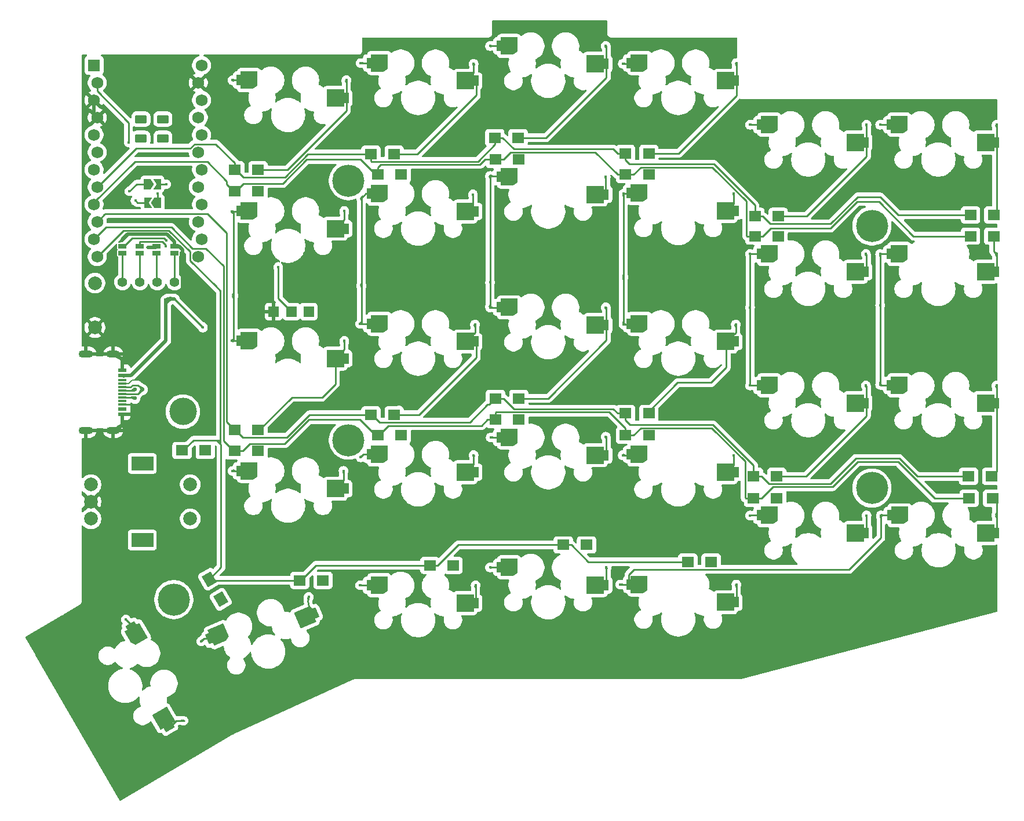
<source format=gtl>
G04 #@! TF.GenerationSoftware,KiCad,Pcbnew,9.0.0*
G04 #@! TF.CreationDate,2025-03-10T16:50:29+08:00*
G04 #@! TF.ProjectId,SofleKeyboard,536f666c-654b-4657-9962-6f6172642e6b,rev?*
G04 #@! TF.SameCoordinates,Original*
G04 #@! TF.FileFunction,Copper,L1,Top*
G04 #@! TF.FilePolarity,Positive*
%FSLAX46Y46*%
G04 Gerber Fmt 4.6, Leading zero omitted, Abs format (unit mm)*
G04 Created by KiCad (PCBNEW 9.0.0) date 2025-03-10 16:50:29*
%MOMM*%
%LPD*%
G01*
G04 APERTURE LIST*
G04 Aperture macros list*
%AMRoundRect*
0 Rectangle with rounded corners*
0 $1 Rounding radius*
0 $2 $3 $4 $5 $6 $7 $8 $9 X,Y pos of 4 corners*
0 Add a 4 corners polygon primitive as box body*
4,1,4,$2,$3,$4,$5,$6,$7,$8,$9,$2,$3,0*
0 Add four circle primitives for the rounded corners*
1,1,$1+$1,$2,$3*
1,1,$1+$1,$4,$5*
1,1,$1+$1,$6,$7*
1,1,$1+$1,$8,$9*
0 Add four rect primitives between the rounded corners*
20,1,$1+$1,$2,$3,$4,$5,0*
20,1,$1+$1,$4,$5,$6,$7,0*
20,1,$1+$1,$6,$7,$8,$9,0*
20,1,$1+$1,$8,$9,$2,$3,0*%
%AMRotRect*
0 Rectangle, with rotation*
0 The origin of the aperture is its center*
0 $1 length*
0 $2 width*
0 $3 Rotation angle, in degrees counterclockwise*
0 Add horizontal line*
21,1,$1,$2,0,0,$3*%
%AMFreePoly0*
4,1,19,2.735355,1.235355,2.750000,1.200000,2.750000,-0.800000,2.735355,-0.835355,2.727735,-0.841603,2.127735,-1.241603,2.100000,-1.250000,0.300000,-1.250000,0.264645,-1.235355,0.250000,-1.200000,0.250000,-0.750000,-0.350000,-0.750000,-0.350000,0.750000,0.250000,0.750000,0.250000,1.200000,0.264645,1.235355,0.300000,1.250000,2.700000,1.250000,2.735355,1.235355,2.735355,1.235355,
$1*%
%AMFreePoly1*
4,1,17,-0.364645,1.235355,-0.350000,1.200000,-0.350000,0.750000,0.350000,0.750000,0.350000,-0.750000,-0.350000,-0.750000,-0.350000,-1.200000,-0.364645,-1.235355,-0.400000,-1.250000,-2.800000,-1.250000,-2.835355,-1.235355,-2.850000,-1.200000,-2.850000,1.200000,-2.835355,1.235355,-2.800000,1.250000,-0.400000,1.250000,-0.364645,1.235355,-0.364645,1.235355,$1*%
%AMFreePoly2*
4,1,6,1.000000,0.000000,0.500000,-0.750000,-0.500000,-0.750000,-0.500000,0.750000,0.500000,0.750000,1.000000,0.000000,1.000000,0.000000,$1*%
%AMFreePoly3*
4,1,6,0.500000,-0.750000,-0.650000,-0.750000,-0.150000,0.000000,-0.650000,0.750000,0.500000,0.750000,0.500000,-0.750000,0.500000,-0.750000,$1*%
G04 Aperture macros list end*
G04 #@! TA.AperFunction,ComponentPad*
%ADD10C,4.700000*%
G04 #@! TD*
G04 #@! TA.AperFunction,ComponentPad*
%ADD11R,1.752600X1.752600*%
G04 #@! TD*
G04 #@! TA.AperFunction,ComponentPad*
%ADD12C,1.752600*%
G04 #@! TD*
G04 #@! TA.AperFunction,SMDPad,CuDef*
%ADD13R,1.143000X0.635000*%
G04 #@! TD*
G04 #@! TA.AperFunction,ComponentPad*
%ADD14R,1.800000X1.500000*%
G04 #@! TD*
G04 #@! TA.AperFunction,ComponentPad*
%ADD15RotRect,1.800000X1.500000X300.000000*%
G04 #@! TD*
G04 #@! TA.AperFunction,SMDPad,CuDef*
%ADD16FreePoly0,0.000000*%
G04 #@! TD*
G04 #@! TA.AperFunction,SMDPad,CuDef*
%ADD17FreePoly1,0.000000*%
G04 #@! TD*
G04 #@! TA.AperFunction,SMDPad,CuDef*
%ADD18FreePoly0,300.000000*%
G04 #@! TD*
G04 #@! TA.AperFunction,SMDPad,CuDef*
%ADD19FreePoly1,300.000000*%
G04 #@! TD*
G04 #@! TA.AperFunction,SMDPad,CuDef*
%ADD20FreePoly0,23.000000*%
G04 #@! TD*
G04 #@! TA.AperFunction,SMDPad,CuDef*
%ADD21FreePoly1,23.000000*%
G04 #@! TD*
G04 #@! TA.AperFunction,ComponentPad*
%ADD22R,1.524000X1.524000*%
G04 #@! TD*
G04 #@! TA.AperFunction,ComponentPad*
%ADD23C,1.397000*%
G04 #@! TD*
G04 #@! TA.AperFunction,ComponentPad*
%ADD24C,4.000000*%
G04 #@! TD*
G04 #@! TA.AperFunction,ComponentPad*
%ADD25C,2.000000*%
G04 #@! TD*
G04 #@! TA.AperFunction,ComponentPad*
%ADD26R,3.200000X2.000000*%
G04 #@! TD*
G04 #@! TA.AperFunction,SMDPad,CuDef*
%ADD27FreePoly2,180.000000*%
G04 #@! TD*
G04 #@! TA.AperFunction,SMDPad,CuDef*
%ADD28FreePoly3,180.000000*%
G04 #@! TD*
G04 #@! TA.AperFunction,SMDPad,CuDef*
%ADD29FreePoly2,0.000000*%
G04 #@! TD*
G04 #@! TA.AperFunction,SMDPad,CuDef*
%ADD30FreePoly3,0.000000*%
G04 #@! TD*
G04 #@! TA.AperFunction,SMDPad,CuDef*
%ADD31R,1.300000X0.600000*%
G04 #@! TD*
G04 #@! TA.AperFunction,SMDPad,CuDef*
%ADD32R,1.300000X0.300000*%
G04 #@! TD*
G04 #@! TA.AperFunction,ComponentPad*
%ADD33O,1.900000X1.100000*%
G04 #@! TD*
G04 #@! TA.AperFunction,ComponentPad*
%ADD34O,2.100000X1.100000*%
G04 #@! TD*
G04 #@! TA.AperFunction,ComponentPad*
%ADD35RoundRect,0.250000X-0.625000X0.375000X-0.625000X-0.375000X0.625000X-0.375000X0.625000X0.375000X0*%
G04 #@! TD*
G04 #@! TA.AperFunction,SMDPad,CuDef*
%ADD36RoundRect,0.250000X-0.625000X0.375000X-0.625000X-0.375000X0.625000X-0.375000X0.625000X0.375000X0*%
G04 #@! TD*
G04 #@! TA.AperFunction,ViaPad*
%ADD37C,0.400000*%
G04 #@! TD*
G04 #@! TA.AperFunction,ViaPad*
%ADD38C,0.600000*%
G04 #@! TD*
G04 #@! TA.AperFunction,Conductor*
%ADD39C,0.250000*%
G04 #@! TD*
G04 #@! TA.AperFunction,Conductor*
%ADD40C,0.500000*%
G04 #@! TD*
G04 #@! TA.AperFunction,Conductor*
%ADD41C,0.200000*%
G04 #@! TD*
G04 APERTURE END LIST*
D10*
X129300000Y-59600000D03*
X205800000Y-66210000D03*
X205800000Y-104510000D03*
X103800000Y-120810000D03*
D11*
X92151400Y-42740000D03*
D12*
X92608600Y-45280000D03*
X92151400Y-47820000D03*
X92608600Y-50360000D03*
X92151400Y-52900000D03*
X92608600Y-55440000D03*
X92151400Y-57980000D03*
X92608600Y-60520000D03*
X92151400Y-63060000D03*
X92608600Y-65600000D03*
X92151400Y-68140000D03*
X92608600Y-70680000D03*
X107391400Y-70680000D03*
X107848600Y-68140000D03*
X107391400Y-65600000D03*
X107848600Y-63060000D03*
X107391400Y-60520000D03*
X107848600Y-57980000D03*
X107391400Y-55440000D03*
X107848600Y-52900000D03*
X107391400Y-50360000D03*
X107848600Y-47820000D03*
X107391400Y-45280000D03*
X107848600Y-42740000D03*
D13*
X103900000Y-70200380D03*
X103900000Y-69199620D03*
X101300000Y-70200380D03*
X101300000Y-69199620D03*
X98800000Y-70200380D03*
X98800000Y-69199620D03*
D14*
X112700000Y-58000000D03*
X116100000Y-58000000D03*
X132600000Y-55700000D03*
X136000000Y-55700000D03*
X150700000Y-53300000D03*
X154100000Y-53300000D03*
X169800000Y-55600000D03*
X173200000Y-55600000D03*
X188700000Y-64800000D03*
X192100000Y-64800000D03*
X220200000Y-64600000D03*
X223600000Y-64600000D03*
X112700000Y-61100000D03*
X116100000Y-61100000D03*
X133600000Y-58700000D03*
X137000000Y-58700000D03*
X150800000Y-56500000D03*
X154200000Y-56500000D03*
X169800000Y-58700000D03*
X173200000Y-58700000D03*
X188700000Y-67700000D03*
X192100000Y-67700000D03*
X220200000Y-67700000D03*
X223600000Y-67700000D03*
X112700000Y-96000000D03*
X116100000Y-96000000D03*
X132600000Y-93800000D03*
X136000000Y-93800000D03*
X150800000Y-91400000D03*
X154200000Y-91400000D03*
X169800000Y-93600000D03*
X173200000Y-93600000D03*
X188500000Y-102800000D03*
X191900000Y-102800000D03*
X219900000Y-102800000D03*
X223300000Y-102800000D03*
X112700000Y-99100000D03*
X116100000Y-99100000D03*
X133600000Y-96800000D03*
X137000000Y-96800000D03*
X150800000Y-94500000D03*
X154200000Y-94500000D03*
X169800000Y-96800000D03*
X173200000Y-96800000D03*
X188500000Y-106000000D03*
X191900000Y-106000000D03*
X220000000Y-106000000D03*
X223400000Y-106000000D03*
X105000000Y-99010000D03*
X108400000Y-99010000D03*
D15*
X108950000Y-117827757D03*
X110650000Y-120772243D03*
D14*
X122200000Y-118000000D03*
X125600000Y-118000000D03*
X141200000Y-115800000D03*
X144600000Y-115800000D03*
X160700000Y-112810000D03*
X164100000Y-112810000D03*
D16*
X113300000Y-44900000D03*
D17*
X129000000Y-47500000D03*
D16*
X113300000Y-64000000D03*
D17*
X129000000Y-66600000D03*
D16*
X113300000Y-83000000D03*
D17*
X129000000Y-85600000D03*
D16*
X113300000Y-102000000D03*
D17*
X129000000Y-104600000D03*
D18*
X97516730Y-124624617D03*
D19*
X103115064Y-139521216D03*
D20*
X108979636Y-126518689D03*
D21*
X124447463Y-122777523D03*
D16*
X132300000Y-118700000D03*
D17*
X148000000Y-121300000D03*
D16*
X151300000Y-116100000D03*
D17*
X167000000Y-118700000D03*
D13*
X96300000Y-70200380D03*
X96300000Y-69199620D03*
D22*
X123500000Y-78710000D03*
X121000000Y-78710000D03*
X118400000Y-78710000D03*
D23*
X96300000Y-74410000D03*
X98840000Y-74410000D03*
X101380000Y-74410000D03*
X103920000Y-74410000D03*
D14*
X178900000Y-115310000D03*
X182300000Y-115310000D03*
D24*
X105130000Y-93336000D03*
D16*
X132300000Y-80500000D03*
D17*
X148000000Y-83100000D03*
D16*
X132300000Y-99600000D03*
D17*
X148000000Y-102200000D03*
D16*
X132300000Y-61500000D03*
D17*
X148000000Y-64100000D03*
D16*
X132300000Y-42400000D03*
D17*
X148000000Y-45000000D03*
D16*
X151300000Y-78100000D03*
D17*
X167000000Y-80700000D03*
D16*
X151300000Y-39910000D03*
D17*
X167000000Y-42510000D03*
D16*
X151300000Y-59000000D03*
D17*
X167000000Y-61600000D03*
D16*
X151300000Y-97100000D03*
D17*
X167000000Y-99700000D03*
D16*
X170300000Y-99600000D03*
D17*
X186000000Y-102200000D03*
D16*
X170300000Y-61400000D03*
D17*
X186000000Y-64000000D03*
D16*
X170300000Y-118600000D03*
D17*
X186000000Y-121200000D03*
D16*
X170300000Y-80500000D03*
D17*
X186000000Y-83100000D03*
D16*
X170300000Y-42400000D03*
D17*
X186000000Y-45000000D03*
D16*
X189300000Y-51400000D03*
D17*
X205000000Y-54000000D03*
D16*
X189300000Y-108500000D03*
D17*
X205000000Y-111100000D03*
D16*
X208300000Y-89500000D03*
D17*
X224000000Y-92100000D03*
D16*
X208350000Y-108500000D03*
D17*
X224050000Y-111100000D03*
D16*
X208300000Y-51400000D03*
D17*
X224000000Y-54000000D03*
D16*
X208300000Y-70300000D03*
D17*
X224000000Y-72900000D03*
D16*
X189300000Y-89500000D03*
D17*
X205000000Y-92100000D03*
D16*
X189300000Y-70300000D03*
D17*
X205000000Y-72900000D03*
D10*
X129300000Y-97510000D03*
D25*
X91700000Y-104000000D03*
X91700000Y-109000000D03*
X91700000Y-106500000D03*
D26*
X99200000Y-100900000D03*
X99200000Y-112100000D03*
D25*
X106200000Y-109000000D03*
X106200000Y-104000000D03*
D27*
X101425000Y-62810000D03*
D28*
X99975000Y-62810000D03*
D29*
X99950000Y-60110000D03*
D30*
X101400000Y-60110000D03*
D25*
X92280000Y-81052000D03*
X92280000Y-74552000D03*
D31*
X96290000Y-87262000D03*
X96290000Y-88062000D03*
D32*
X96290000Y-89262000D03*
X96290000Y-90262000D03*
X96290000Y-90762000D03*
X96290000Y-91762000D03*
D31*
X96290000Y-92962000D03*
X96290000Y-93762000D03*
X96290000Y-93762000D03*
X96290000Y-92962000D03*
D32*
X96290000Y-92262000D03*
X96290000Y-91262000D03*
X96290000Y-89762000D03*
X96290000Y-88762000D03*
D31*
X96290000Y-88062000D03*
X96290000Y-87262000D03*
D33*
X94940000Y-84892000D03*
D34*
X90940000Y-84892000D03*
D33*
X94940000Y-96132000D03*
D34*
X90940000Y-96132000D03*
D35*
X102200000Y-50610000D03*
D36*
X102200000Y-50610000D03*
D35*
X102200000Y-53410000D03*
D36*
X102200000Y-53410000D03*
D35*
X99000000Y-50610000D03*
D36*
X99000000Y-50610000D03*
D35*
X99000000Y-53410000D03*
D36*
X99000000Y-53410000D03*
D37*
X129000000Y-44910000D03*
X147600000Y-42500000D03*
X166900000Y-39910000D03*
X186000000Y-42410000D03*
X205000000Y-51410000D03*
X224000000Y-51410000D03*
X128700000Y-64000000D03*
X147500000Y-61600000D03*
X166900000Y-59010000D03*
X185600000Y-61500000D03*
X204900000Y-70310000D03*
X224000000Y-70310000D03*
X128700000Y-83000002D03*
X147800000Y-80600000D03*
X166900000Y-78110000D03*
X185900000Y-80600000D03*
X204900000Y-89510000D03*
X224000000Y-89510000D03*
X128600000Y-102000000D03*
X147600000Y-99700000D03*
X166900000Y-97010000D03*
X185600000Y-99700000D03*
X205000000Y-108510000D03*
X224000000Y-108510000D03*
X105200000Y-138510000D03*
X123500000Y-120410000D03*
X147900000Y-118710000D03*
D38*
X102640000Y-77082000D03*
D37*
X103278891Y-76750891D03*
X108050000Y-81060000D03*
X99988501Y-69316621D03*
D38*
X96290000Y-92962000D03*
X96290000Y-88062000D03*
D37*
X103930000Y-58352000D03*
D38*
X188750000Y-96610000D03*
X142330000Y-50652000D03*
X109180000Y-76552000D03*
X166500000Y-108460000D03*
D37*
X96300000Y-68200000D03*
D38*
X104880000Y-106552000D03*
X222730000Y-116552000D03*
X176030000Y-75902000D03*
X109530000Y-101602000D03*
X129280000Y-81252000D03*
X183255000Y-92052000D03*
X99780000Y-122152000D03*
X149030000Y-113752000D03*
X186530000Y-131452000D03*
X172080000Y-50602000D03*
X195930000Y-121552000D03*
X100830000Y-90052000D03*
X222730000Y-121552000D03*
X208430000Y-87002000D03*
X105680000Y-143352000D03*
X157530000Y-52002000D03*
X148080000Y-87302000D03*
X101080000Y-42752000D03*
X167430000Y-85452000D03*
X161530000Y-131452000D03*
X146030000Y-96727000D03*
X201890000Y-104782000D03*
X133180000Y-127877000D03*
X189250000Y-76260000D03*
X115950000Y-120210000D03*
X168630000Y-40652000D03*
X151580000Y-36952000D03*
X203805000Y-119527000D03*
X202130000Y-66052000D03*
X209850000Y-59810000D03*
X189450000Y-86610000D03*
X104730000Y-125152000D03*
X101180000Y-145852000D03*
X121830000Y-59802000D03*
X166300000Y-114210000D03*
D37*
X103780000Y-55752000D03*
D38*
X156530000Y-131452000D03*
X160230000Y-69777000D03*
X94930000Y-76252000D03*
X133700000Y-71060000D03*
X169480000Y-50502000D03*
X199980000Y-78202000D03*
X128850000Y-118410000D03*
X173180000Y-127877000D03*
X207280000Y-59602000D03*
D37*
X107600000Y-75710000D03*
D38*
X176280000Y-113152000D03*
X113880000Y-138802000D03*
X143180000Y-127877000D03*
X122830000Y-97602000D03*
X119780000Y-56502000D03*
X114080000Y-79552000D03*
X210180000Y-63152000D03*
X198130000Y-64752000D03*
X118205000Y-111002000D03*
X159680000Y-53702000D03*
X93380000Y-143352000D03*
D37*
X95130000Y-55352000D03*
D38*
X124250000Y-112360000D03*
X132280000Y-51552000D03*
X168330000Y-79252000D03*
X205730000Y-76402000D03*
X141730000Y-93602000D03*
X141530000Y-131452000D03*
X171530000Y-131452000D03*
X147530000Y-55502000D03*
D37*
X101630000Y-65452000D03*
D38*
X176080000Y-93852000D03*
X106530000Y-100902000D03*
X129580000Y-76152000D03*
D37*
X101430000Y-55752000D03*
D38*
X98280000Y-93752000D03*
X151650000Y-71010000D03*
X207230000Y-98502000D03*
X129280000Y-89852000D03*
X195280000Y-101002000D03*
X205730000Y-87852000D03*
X114980000Y-53060000D03*
X107130000Y-138552000D03*
X205980000Y-49852000D03*
X104280000Y-87902000D03*
X96030000Y-78452000D03*
X119500000Y-119160000D03*
X129580000Y-51202000D03*
X118030000Y-137002000D03*
X119303662Y-95296143D03*
X206930000Y-114502000D03*
X91680000Y-117752000D03*
X223380000Y-48702000D03*
X186380000Y-85852000D03*
X129180000Y-114352000D03*
X208200000Y-82160000D03*
X150830000Y-48852000D03*
X183180000Y-127877000D03*
X197430000Y-128452000D03*
X109305000Y-96002000D03*
X197630000Y-102852000D03*
X190380000Y-62752000D03*
X91230000Y-100002000D03*
X151080000Y-89152000D03*
X221930000Y-62152000D03*
X113400000Y-119160000D03*
X189480000Y-80402000D03*
X125630000Y-54552000D03*
X176830000Y-53952000D03*
X141430000Y-55552000D03*
X148700000Y-108760000D03*
X169230000Y-91452000D03*
X186130000Y-110102000D03*
X87880000Y-133702000D03*
X100161362Y-76861174D03*
D37*
X95800000Y-65510000D03*
D38*
X168580000Y-110052000D03*
X112330000Y-53010000D03*
X142130000Y-89252000D03*
X132530000Y-91602000D03*
X124930000Y-57902000D03*
X122030000Y-135052000D03*
D37*
X96229300Y-53980700D03*
D38*
X185130000Y-39652000D03*
X132930000Y-39152000D03*
D37*
X122130000Y-76852000D03*
D38*
X198180000Y-80602000D03*
X102230000Y-95002000D03*
X129480000Y-71152000D03*
D37*
X103830000Y-62252000D03*
D38*
X209650000Y-102022000D03*
X176530000Y-131452000D03*
X148180000Y-40552000D03*
X101030000Y-45902000D03*
X178980000Y-55952000D03*
X148300000Y-115910000D03*
X125980000Y-133102000D03*
X85080000Y-128702000D03*
X186680000Y-48652000D03*
X181530000Y-131452000D03*
X223280000Y-82002000D03*
X158730000Y-107327000D03*
X171230000Y-70902000D03*
X88580000Y-123552000D03*
X148230000Y-75702000D03*
X169030000Y-53402000D03*
X185730000Y-96352000D03*
X114180000Y-76102000D03*
X95330000Y-102452000D03*
X120850000Y-115460000D03*
X166530000Y-131452000D03*
X148180000Y-50102000D03*
X186030000Y-58002000D03*
X146530000Y-131452000D03*
X109480000Y-107802000D03*
X136530000Y-131452000D03*
X105950000Y-114860000D03*
D37*
X104300000Y-51210000D03*
D38*
X147805000Y-58677000D03*
X172880000Y-91502000D03*
X110605000Y-44602000D03*
X106350000Y-127210000D03*
X205850000Y-82210000D03*
X131530000Y-131452000D03*
X212480000Y-124202000D03*
X136680000Y-109902000D03*
X214980000Y-104052000D03*
X210030000Y-98702000D03*
X97880000Y-142227000D03*
X211680000Y-65752000D03*
X113500000Y-114960000D03*
X207530000Y-125452000D03*
X210755000Y-68052000D03*
X129530000Y-43002000D03*
X186550000Y-113910000D03*
X103930000Y-78652000D03*
X202230000Y-127052000D03*
X165980000Y-36752000D03*
X151930000Y-75402000D03*
X107930000Y-82702000D03*
X108930000Y-89052000D03*
X160480000Y-91702000D03*
D37*
X99180000Y-55702000D03*
D38*
X171530000Y-77002000D03*
X109450000Y-112210000D03*
D37*
X98930000Y-65452000D03*
D38*
X157830000Y-90002000D03*
X150980000Y-84952000D03*
X96480000Y-148552000D03*
X167880000Y-70902000D03*
X111800000Y-112260000D03*
X116230000Y-71127000D03*
X111205000Y-135252000D03*
X105930000Y-117702000D03*
X131005000Y-106727000D03*
D37*
X104105000Y-53777000D03*
D38*
X151530000Y-131452000D03*
X186650000Y-76110000D03*
X189200000Y-117810000D03*
X188780000Y-58302000D03*
X142980000Y-112752000D03*
X192330000Y-129802000D03*
X151550000Y-108810000D03*
D37*
X95000000Y-63060000D03*
D38*
X222700000Y-97560000D03*
X97800000Y-120010000D03*
X147800000Y-71010000D03*
X133380000Y-76052000D03*
X100130000Y-83452000D03*
X217230000Y-123052000D03*
X90580000Y-138502000D03*
X169100000Y-116560000D03*
D37*
X207100000Y-108510000D03*
X169000000Y-118610000D03*
X207000000Y-89410000D03*
X207000000Y-51410000D03*
X207000000Y-70310000D03*
X207000000Y-77810000D03*
X188000000Y-51410000D03*
X188000000Y-70310000D03*
X188000000Y-78110000D03*
X188000000Y-89510000D03*
X188000000Y-108510000D03*
X150000000Y-116110000D03*
X131000000Y-118710000D03*
X169400000Y-99700000D03*
X169500000Y-73710000D03*
X169500000Y-61500000D03*
X169400000Y-42500000D03*
X169500000Y-80600000D03*
X150000000Y-58910000D03*
X107800000Y-126910000D03*
X150000000Y-39910000D03*
X150000000Y-74460000D03*
X150000000Y-78110000D03*
X150100000Y-97110000D03*
X131200000Y-62110000D03*
X131100000Y-42410000D03*
X131200000Y-75010000D03*
X131100000Y-100010000D03*
X96800000Y-123710000D03*
X131000000Y-80510000D03*
X102700000Y-60110000D03*
X102700000Y-68300000D03*
X119050000Y-72210000D03*
X101400000Y-61510000D03*
X102600000Y-69200000D03*
X167000000Y-116110000D03*
X97200000Y-54010000D03*
X186000000Y-118610000D03*
X112400000Y-101999990D03*
X112399986Y-44900000D03*
X112499999Y-76410001D03*
X112300000Y-83000000D03*
X112300000Y-64100000D03*
X98200000Y-62510000D03*
D38*
X99210000Y-90102000D03*
D37*
X97323501Y-61136499D03*
D38*
X98120000Y-90122000D03*
X98130000Y-91392000D03*
D39*
X129000000Y-49382000D02*
X129000000Y-47500000D01*
X116100000Y-58000000D02*
X120382000Y-58000000D01*
X120382000Y-58000000D02*
X129000000Y-49382000D01*
X129000000Y-47500000D02*
X129000000Y-44910000D01*
X105172000Y-99010000D02*
X105000000Y-99010000D01*
X110700000Y-116077757D02*
X110700000Y-98122000D01*
X164350000Y-115310000D02*
X178900000Y-115310000D01*
X108950000Y-117827757D02*
X110700000Y-116077757D01*
X110600000Y-75666526D02*
X110600000Y-75932000D01*
X110600000Y-98022000D02*
X110700000Y-98122000D01*
X124550000Y-115800000D02*
X122350000Y-118000000D01*
X106190099Y-71256625D02*
X109987737Y-75054263D01*
X145340000Y-112810000D02*
X160700000Y-112810000D01*
X141200000Y-115800000D02*
X124550000Y-115800000D01*
X110600000Y-75666526D02*
X110600000Y-76702000D01*
X160700000Y-112810000D02*
X161850000Y-112810000D01*
X109987737Y-75054263D02*
X110600000Y-75666526D01*
X103063218Y-66850034D02*
X106190099Y-69976915D01*
X161850000Y-112810000D02*
X164350000Y-115310000D01*
X110600000Y-75932000D02*
X110600000Y-76702000D01*
X142350000Y-115800000D02*
X145340000Y-112810000D01*
X92608600Y-70680000D02*
X96438566Y-66850034D01*
X122350000Y-118000000D02*
X122200000Y-118000000D01*
X109122243Y-118000000D02*
X108950000Y-117827757D01*
X110600000Y-97522000D02*
X110350000Y-97772000D01*
X141200000Y-115800000D02*
X142350000Y-115800000D01*
X110600000Y-76702000D02*
X110600000Y-96142000D01*
X109900000Y-97522000D02*
X106660000Y-97522000D01*
X106190099Y-69976915D02*
X106190099Y-71256625D01*
X110600000Y-96142000D02*
X110600000Y-97522000D01*
X110700000Y-98122000D02*
X110350000Y-97772000D01*
X141350000Y-115800000D02*
X141200000Y-115800000D01*
X110350000Y-97772000D02*
X110100000Y-97522000D01*
X109900000Y-97522000D02*
X110600000Y-97522000D01*
X96438566Y-66850034D02*
X103063218Y-66850034D01*
X106660000Y-97522000D02*
X105172000Y-99010000D01*
X110600000Y-97522000D02*
X110600000Y-98022000D01*
X110100000Y-97522000D02*
X109900000Y-97522000D01*
X122200000Y-118000000D02*
X109122243Y-118000000D01*
X139382000Y-55700000D02*
X148000000Y-47082000D01*
X147600000Y-42500000D02*
X147600000Y-43860000D01*
X136000000Y-55700000D02*
X139382000Y-55700000D01*
X148000000Y-45100000D02*
X146440000Y-45100000D01*
X148000000Y-47082000D02*
X148000000Y-45000000D01*
X146440000Y-45100000D02*
X146400000Y-45060000D01*
X147600000Y-43860000D02*
X146400000Y-45060000D01*
X167000000Y-44502000D02*
X167000000Y-42510000D01*
X167000000Y-42510000D02*
X167000000Y-40010000D01*
X154100000Y-53300000D02*
X158202000Y-53300000D01*
X158202000Y-53300000D02*
X167000000Y-44502000D01*
X167000000Y-40010000D02*
X166900000Y-39910000D01*
X182688402Y-57174990D02*
X188700000Y-63186588D01*
X112700000Y-57000000D02*
X112700000Y-58000000D01*
X132600000Y-55700000D02*
X123401002Y-55700000D01*
X106814775Y-54238699D02*
X109938699Y-54238699D01*
X106190099Y-54863375D02*
X106814775Y-54238699D01*
X188700000Y-63186588D02*
X188700000Y-64800000D01*
X189850000Y-64800000D02*
X190925001Y-65875001D01*
X109938699Y-54238699D02*
X112700000Y-57000000D01*
X113925001Y-59075001D02*
X112850000Y-58000000D01*
X150850000Y-53300000D02*
X150700000Y-53300000D01*
X120026001Y-59075001D02*
X113925001Y-59075001D01*
X169800000Y-55600000D02*
X169800000Y-56600000D01*
X98265225Y-54863375D02*
X106190099Y-54863375D01*
X199756999Y-65875001D02*
X203680000Y-61952000D01*
X132675001Y-56775001D02*
X148224999Y-56775001D01*
X112850000Y-58000000D02*
X112700000Y-58000000D01*
X123401002Y-55700000D02*
X120026001Y-59075001D01*
X132750000Y-55700000D02*
X132600000Y-55700000D01*
X188700000Y-64800000D02*
X189850000Y-64800000D01*
X132600000Y-55700000D02*
X132600000Y-56700000D01*
X188900000Y-64800000D02*
X188700000Y-64800000D01*
X150700000Y-53300000D02*
X151850000Y-53300000D01*
X170374990Y-57174990D02*
X182688402Y-57174990D01*
X190925001Y-65875001D02*
X199756999Y-65875001D01*
X169800000Y-56600000D02*
X170374990Y-57174990D01*
X203680000Y-61952000D02*
X207030000Y-61952000D01*
X209678000Y-64600000D02*
X220200000Y-64600000D01*
X92608600Y-60520000D02*
X98265225Y-54863375D01*
X150700000Y-54300000D02*
X150700000Y-53300000D01*
X168024989Y-54974989D02*
X168650000Y-55600000D01*
X148224999Y-56775001D02*
X150700000Y-54300000D01*
X207030000Y-61952000D02*
X209678000Y-64600000D01*
X168650000Y-55600000D02*
X169800000Y-55600000D01*
X151850000Y-53300000D02*
X153524989Y-54974989D01*
X170000000Y-55600000D02*
X169800000Y-55600000D01*
X132600000Y-56700000D02*
X132675001Y-56775001D01*
X153524989Y-54974989D02*
X168024989Y-54974989D01*
X173200000Y-55600000D02*
X177552000Y-55600000D01*
X186000000Y-47152000D02*
X186000000Y-45000000D01*
X177552000Y-55600000D02*
X186000000Y-47152000D01*
X186000000Y-42410000D02*
X186000000Y-45000000D01*
X187474999Y-67624999D02*
X187550000Y-67700000D01*
X133750000Y-58700000D02*
X133600000Y-58700000D01*
X92151400Y-62755126D02*
X98127827Y-56778699D01*
X92151400Y-63060000D02*
X92151400Y-62755126D01*
X133300000Y-58700000D02*
X131100000Y-56500000D01*
X188700000Y-67700000D02*
X189850000Y-67700000D01*
X199772000Y-66510000D02*
X203630000Y-62652000D01*
X133600000Y-57700000D02*
X134074989Y-57225011D01*
X211878000Y-67700000D02*
X220200000Y-67700000D01*
X133600000Y-58700000D02*
X133600000Y-57700000D01*
X169800000Y-58700000D02*
X170950000Y-58700000D01*
X150800000Y-56500000D02*
X151950000Y-56500000D01*
X148536989Y-57225011D02*
X149262000Y-56500000D01*
X119712413Y-60024999D02*
X113925001Y-60024999D01*
X108676699Y-56778699D02*
X111550000Y-59652000D01*
X170000000Y-58700000D02*
X169800000Y-58700000D01*
X153025001Y-55424999D02*
X165374999Y-55424999D01*
X111550000Y-59652000D02*
X111550000Y-60100000D01*
X150950000Y-56500000D02*
X150800000Y-56500000D01*
X112550000Y-61100000D02*
X112700000Y-61100000D01*
X131100000Y-56500000D02*
X123237412Y-56500000D01*
X170950000Y-58700000D02*
X172025001Y-57624999D01*
X113925001Y-60024999D02*
X112850000Y-61100000D01*
X172025001Y-57624999D02*
X182502001Y-57624999D01*
X168650000Y-58700000D02*
X169800000Y-58700000D01*
X134074989Y-57225011D02*
X148536989Y-57225011D01*
X206830000Y-62652000D02*
X211878000Y-67700000D01*
X165374999Y-55424999D02*
X168650000Y-58700000D01*
X191040000Y-66510000D02*
X199772000Y-66510000D01*
X187474999Y-62597997D02*
X187474999Y-67624999D01*
X112850000Y-61100000D02*
X112700000Y-61100000D01*
X149262000Y-56500000D02*
X150800000Y-56500000D01*
X150800000Y-56500000D02*
X150600000Y-56700000D01*
X189850000Y-67700000D02*
X191040000Y-66510000D01*
X203630000Y-62652000D02*
X206830000Y-62652000D01*
X111550000Y-60100000D02*
X112550000Y-61100000D01*
X133600000Y-58700000D02*
X133300000Y-58700000D01*
X182502001Y-57624999D02*
X187474999Y-62597997D01*
X98127827Y-56778699D02*
X108676699Y-56778699D01*
X123237412Y-56500000D02*
X119712413Y-60024999D01*
X187550000Y-67700000D02*
X188700000Y-67700000D01*
X151950000Y-56500000D02*
X153025001Y-55424999D01*
X192100000Y-64800000D02*
X196262000Y-64800000D01*
X205000000Y-54000000D02*
X205000000Y-51410000D01*
X196262000Y-64800000D02*
X205000000Y-56062000D01*
X205000000Y-56062000D02*
X205000000Y-54000000D01*
X203475991Y-100172000D02*
X209780000Y-100172000D01*
X182588402Y-95274990D02*
X188500000Y-101186588D01*
X188500000Y-102800000D02*
X188350000Y-102800000D01*
X112800000Y-96000000D02*
X112700000Y-96000000D01*
X92608600Y-65600000D02*
X93680000Y-64552000D01*
X150800000Y-91400000D02*
X151950000Y-91400000D01*
X111500021Y-94800021D02*
X112700000Y-96000000D01*
X111500021Y-67202021D02*
X111500021Y-94800021D01*
X123600000Y-93800000D02*
X120300000Y-97100000D01*
X113900000Y-97100000D02*
X112800000Y-96000000D01*
X132600000Y-93800000D02*
X123600000Y-93800000D01*
X188500000Y-102800000D02*
X189650000Y-102800000D01*
X93680000Y-64552000D02*
X93809901Y-64398699D01*
X149900000Y-92300000D02*
X150800000Y-91400000D01*
X188500000Y-101186588D02*
X188500000Y-102800000D01*
X120300000Y-97100000D02*
X113900000Y-97100000D01*
X93833301Y-64398699D02*
X108696699Y-64398699D01*
X170000000Y-93600000D02*
X169800000Y-93600000D01*
X153524989Y-92974989D02*
X168024989Y-92974989D01*
X93680000Y-64552000D02*
X93833301Y-64398699D01*
X133850000Y-94900000D02*
X132750000Y-93800000D01*
X132750000Y-93800000D02*
X132600000Y-93800000D01*
X169800000Y-93600000D02*
X169800000Y-94600000D01*
X147050000Y-94900000D02*
X133850000Y-94900000D01*
X170474989Y-95274989D02*
X182588402Y-95274990D01*
X190725001Y-103875001D02*
X199772990Y-103875001D01*
X212408000Y-102800000D02*
X219900000Y-102800000D01*
X108696699Y-64398699D02*
X111500021Y-67202021D01*
X189650000Y-102800000D02*
X190725001Y-103875001D01*
X150950000Y-91400000D02*
X150800000Y-91400000D01*
X168650000Y-93600000D02*
X169800000Y-93600000D01*
X169800000Y-94600000D02*
X170474989Y-95274989D01*
X209780000Y-100172000D02*
X212408000Y-102800000D01*
X149650000Y-92300000D02*
X147050000Y-94900000D01*
X199772990Y-103875001D02*
X203475991Y-100172000D01*
X151950000Y-91400000D02*
X153524989Y-92974989D01*
X149650000Y-92300000D02*
X149900000Y-92300000D01*
X168024989Y-92974989D02*
X168650000Y-93600000D01*
X224000000Y-51410000D02*
X224000000Y-51692842D01*
X224000000Y-64200000D02*
X223600000Y-64600000D01*
X224000000Y-51692842D02*
X224000000Y-54000000D01*
X224000000Y-54000000D02*
X224000000Y-64200000D01*
X106506699Y-69478699D02*
X108468180Y-69478699D01*
X133300000Y-96800000D02*
X131000000Y-94500000D01*
X150800000Y-93500000D02*
X150800000Y-94500000D01*
X112550000Y-99100000D02*
X112700000Y-99100000D01*
X150875001Y-93424999D02*
X150800000Y-93500000D01*
X103428025Y-66400025D02*
X106506699Y-69478699D01*
X92151400Y-68140000D02*
X93891375Y-66400025D01*
X120011411Y-98024999D02*
X114925001Y-98024999D01*
X169800000Y-96800000D02*
X169800000Y-95800000D01*
X135150000Y-95400000D02*
X133750000Y-96800000D01*
X209615824Y-100647824D02*
X214968000Y-106000000D01*
X111050010Y-97600010D02*
X112550000Y-99100000D01*
X191324989Y-104325011D02*
X200041875Y-104325011D01*
X108468180Y-69478699D02*
X111050010Y-72060530D01*
X113850000Y-99100000D02*
X112700000Y-99100000D01*
X114925001Y-98024999D02*
X113850000Y-99100000D01*
X188500000Y-106000000D02*
X189650000Y-106000000D01*
X170000000Y-96800000D02*
X169800000Y-96800000D01*
X188650000Y-106000000D02*
X188500000Y-106000000D01*
X182402001Y-95724999D02*
X187274999Y-100597997D01*
X148750000Y-95400000D02*
X149650000Y-94500000D01*
X133600000Y-96800000D02*
X133300000Y-96800000D01*
X123536410Y-94500000D02*
X120011411Y-98024999D01*
X200041875Y-104325011D02*
X203719062Y-100647824D01*
X167424999Y-93424999D02*
X150875001Y-93424999D01*
X150950000Y-94500000D02*
X150800000Y-94500000D01*
X131000000Y-94500000D02*
X123536410Y-94500000D01*
X203719062Y-100647824D02*
X209615824Y-100647824D01*
X111050010Y-72060530D02*
X111050010Y-97600010D01*
X189650000Y-106000000D02*
X191324989Y-104325011D01*
X187274999Y-105924999D02*
X187350000Y-106000000D01*
X172025001Y-95724999D02*
X182402001Y-95724999D01*
X170950000Y-96800000D02*
X172025001Y-95724999D01*
X214968000Y-106000000D02*
X220000000Y-106000000D01*
X188500000Y-106000000D02*
X188350000Y-106000000D01*
X187350000Y-106000000D02*
X188500000Y-106000000D01*
X169800000Y-95800000D02*
X167424999Y-93424999D01*
X169800000Y-96800000D02*
X170950000Y-96800000D01*
X187274999Y-100597997D02*
X187274999Y-105924999D01*
X149650000Y-94500000D02*
X150800000Y-94500000D01*
X93891375Y-66400025D02*
X103428025Y-66400025D01*
X133750000Y-96800000D02*
X133600000Y-96800000D01*
X135150000Y-95400000D02*
X148750000Y-95400000D01*
X128700000Y-65260000D02*
X128700000Y-64000000D01*
X129000000Y-66600000D02*
X127440000Y-66600000D01*
X127400000Y-66560000D02*
X128700000Y-65260000D01*
X127440000Y-66600000D02*
X127400000Y-66560000D01*
X146440001Y-64200000D02*
X146400000Y-64159999D01*
X147500000Y-61600000D02*
X147500000Y-63059999D01*
X147500000Y-63059999D02*
X146400000Y-64159999D01*
X148000000Y-64200000D02*
X146440001Y-64200000D01*
X166900000Y-61500000D02*
X167000000Y-61600000D01*
X166900000Y-59010000D02*
X166900000Y-61500000D01*
X184540000Y-64100000D02*
X184500000Y-64060000D01*
X185600000Y-61500000D02*
X185600000Y-62960000D01*
X186100000Y-64100000D02*
X184540000Y-64100000D01*
X185600000Y-62960000D02*
X184500000Y-64060000D01*
X203600000Y-72500000D02*
X203400000Y-72700000D01*
X205000000Y-70410000D02*
X204900000Y-70310000D01*
X205000000Y-72900000D02*
X205000000Y-70410000D01*
X224000000Y-70592842D02*
X224000000Y-72900000D01*
X223600000Y-67700000D02*
X223600000Y-69910000D01*
X223600000Y-69910000D02*
X224000000Y-70310000D01*
X224000000Y-70310000D02*
X224000000Y-70592842D01*
X127400000Y-85560000D02*
X127400000Y-89300000D01*
X125468000Y-91232000D02*
X121040000Y-91232000D01*
X116272000Y-96000000D02*
X116100000Y-96000000D01*
X127400000Y-85560000D02*
X128700000Y-84260000D01*
X129000000Y-85600000D02*
X127440000Y-85600000D01*
X127400000Y-89300000D02*
X125468000Y-91232000D01*
X127440000Y-85600000D02*
X127400000Y-85560000D01*
X128700000Y-84260000D02*
X128700000Y-83000002D01*
X121040000Y-91232000D02*
X116272000Y-96000000D01*
X139602000Y-93800000D02*
X148000000Y-85402000D01*
X136700000Y-93100000D02*
X136000000Y-93800000D01*
X147800000Y-80600000D02*
X147800000Y-81760000D01*
X146440000Y-83200000D02*
X146400000Y-83160000D01*
X148000000Y-83200000D02*
X146440000Y-83200000D01*
X148000000Y-85402000D02*
X148000000Y-83100000D01*
X136000000Y-93800000D02*
X139602000Y-93800000D01*
X147800000Y-81760000D02*
X146400000Y-83160000D01*
X158492000Y-91400000D02*
X167000000Y-82892000D01*
X154200000Y-91400000D02*
X158492000Y-91400000D01*
X167000000Y-78210000D02*
X166900000Y-78110000D01*
X167000000Y-82892000D02*
X167000000Y-80700000D01*
X167000000Y-80700000D02*
X167000000Y-78210000D01*
X173200000Y-93300000D02*
X177400000Y-89100000D01*
X185900000Y-80600000D02*
X185900000Y-81760000D01*
X173200000Y-93600000D02*
X173200000Y-93300000D01*
X184540000Y-83200000D02*
X184500000Y-83160000D01*
X184500000Y-86900000D02*
X184500000Y-83160000D01*
X186100000Y-83200000D02*
X184540000Y-83200000D01*
X185900000Y-81760000D02*
X184500000Y-83160000D01*
X177400000Y-89100000D02*
X182300000Y-89100000D01*
X182300000Y-89100000D02*
X184500000Y-86900000D01*
X205000000Y-89610000D02*
X204900000Y-89510000D01*
X196152000Y-102800000D02*
X205000000Y-93952000D01*
X203600000Y-91700000D02*
X203400000Y-91900000D01*
X205000000Y-93952000D02*
X205000000Y-92100000D01*
X205000000Y-92100000D02*
X205000000Y-89610000D01*
X191900000Y-102800000D02*
X196152000Y-102800000D01*
X224000000Y-89510000D02*
X224000000Y-89792842D01*
X224000000Y-102100000D02*
X223300000Y-102800000D01*
X224000000Y-89792842D02*
X224000000Y-92100000D01*
X224000000Y-92100000D02*
X224000000Y-102100000D01*
X128600000Y-103360000D02*
X127400000Y-104560000D01*
X128600000Y-102000000D02*
X128600000Y-103360000D01*
X129000000Y-104600000D02*
X127440000Y-104600000D01*
X127440000Y-104600000D02*
X127400000Y-104560000D01*
X147600000Y-101060000D02*
X146400000Y-102260000D01*
X148000000Y-102300000D02*
X146440000Y-102300000D01*
X146440000Y-102300000D02*
X146400000Y-102260000D01*
X147600000Y-99700000D02*
X147600000Y-101060000D01*
X167000000Y-99700000D02*
X167000000Y-97110000D01*
X167000000Y-97110000D02*
X166900000Y-97010000D01*
X184540000Y-102300000D02*
X184500000Y-102260000D01*
X186100000Y-102300000D02*
X184540000Y-102300000D01*
X185600000Y-101160000D02*
X184500000Y-102260000D01*
X185600000Y-99700000D02*
X185600000Y-101160000D01*
X205000000Y-111100000D02*
X205000000Y-108510000D01*
X224000000Y-111050000D02*
X224050000Y-111100000D01*
X224000000Y-106600000D02*
X223400000Y-106000000D01*
X224000000Y-108510000D02*
X224000000Y-111050000D01*
X224000000Y-108510000D02*
X224000000Y-106600000D01*
X104126280Y-138510000D02*
X105300000Y-138510000D01*
X103115064Y-139521216D02*
X104126280Y-138510000D01*
X123400000Y-121010000D02*
X123500000Y-120410000D01*
X123500000Y-121830060D02*
X123400000Y-121010000D01*
X124447463Y-122777523D02*
X123500000Y-121830060D01*
X147900000Y-121200000D02*
X148000000Y-121300000D01*
X147900000Y-118710000D02*
X147900000Y-121200000D01*
D40*
X101182999Y-69316621D02*
X101300000Y-69199620D01*
X102660000Y-77102000D02*
X102640000Y-77082000D01*
X97550000Y-88062000D02*
X102660000Y-82952000D01*
X102660000Y-77460891D02*
X103278891Y-76842000D01*
X99988501Y-69316621D02*
X101182999Y-69316621D01*
X96290000Y-88062000D02*
X97550000Y-88062000D01*
X102660000Y-77552000D02*
X102660000Y-77102000D01*
X102880000Y-76842000D02*
X103278891Y-76842000D01*
D39*
X103886000Y-76896000D02*
X108050000Y-81060000D01*
D40*
X103832000Y-76842000D02*
X103886000Y-76896000D01*
D39*
X103278891Y-76750891D02*
X103740891Y-76750891D01*
D40*
X102660000Y-77552000D02*
X102660000Y-77460891D01*
X102640000Y-77082000D02*
X102880000Y-76842000D01*
X102660000Y-82952000D02*
X102660000Y-77552000D01*
D39*
X103740891Y-76750891D02*
X103886000Y-76896000D01*
D40*
X103278891Y-76842000D02*
X103832000Y-76842000D01*
X107600000Y-75710000D02*
X107600000Y-75710000D01*
X96229300Y-53980700D02*
X96300000Y-54051400D01*
D41*
X96290000Y-89262000D02*
X97170000Y-89262000D01*
D40*
X96290000Y-93762000D02*
X96290000Y-95262000D01*
D41*
X97280000Y-89152000D02*
X97680000Y-88752000D01*
X97680000Y-88752000D02*
X99330000Y-88752000D01*
D40*
X94940000Y-84892000D02*
X96070000Y-85592000D01*
X92151400Y-47820000D02*
X92151400Y-49902800D01*
X94910000Y-96142000D02*
X96040000Y-95442000D01*
X102825042Y-67425044D02*
X103900000Y-68500002D01*
X92151400Y-49902800D02*
X92608600Y-50360000D01*
X96290000Y-85812000D02*
X96070000Y-85592000D01*
X96290000Y-95262000D02*
X95420000Y-96132000D01*
D41*
X97170000Y-89262000D02*
X97280000Y-89152000D01*
D40*
X105100000Y-69701378D02*
X105100000Y-75710000D01*
X96070000Y-85592000D02*
X95370000Y-84892000D01*
X95370000Y-84892000D02*
X94940000Y-84892000D01*
X96290000Y-93762000D02*
X98170000Y-93762000D01*
X96290000Y-87262000D02*
X96290000Y-85812000D01*
X103900000Y-68500002D02*
X103900000Y-69199620D01*
X96300000Y-68200000D02*
X97074956Y-67425044D01*
X97074956Y-67425044D02*
X102825042Y-67425044D01*
X104598242Y-69199620D02*
X105100000Y-69701378D01*
X96280000Y-76980000D02*
X97418000Y-75842000D01*
X105100000Y-75710000D02*
X107600000Y-75710000D01*
X103900000Y-69199620D02*
X104598242Y-69199620D01*
X104968000Y-75842000D02*
X105100000Y-75710000D01*
D39*
X96290000Y-92262000D02*
X97730000Y-92262000D01*
D40*
X97418000Y-75842000D02*
X104968000Y-75842000D01*
X95420000Y-96132000D02*
X94940000Y-96132000D01*
X92608600Y-50360000D02*
X96229300Y-53980700D01*
X98170000Y-93762000D02*
X98180000Y-93752000D01*
D39*
X207090000Y-89500000D02*
X207000000Y-89410000D01*
X170290000Y-118610000D02*
X170300000Y-118600000D01*
X169000000Y-118610000D02*
X170290000Y-118610000D01*
X207010000Y-51400000D02*
X207000000Y-51410000D01*
X208300000Y-89500000D02*
X207090000Y-89500000D01*
X207110000Y-108500000D02*
X207100000Y-108510000D01*
X208290000Y-70310000D02*
X208300000Y-70300000D01*
X207100000Y-111762000D02*
X207100000Y-108510000D01*
X208300000Y-51400000D02*
X207010000Y-51400000D01*
X171066999Y-116385001D02*
X202476999Y-116385001D01*
X202476999Y-116385001D02*
X207100000Y-111762000D01*
X208350000Y-108500000D02*
X207110000Y-108500000D01*
X207000000Y-70310000D02*
X207000000Y-89410000D01*
X207000000Y-70310000D02*
X208290000Y-70310000D01*
X170300000Y-118600000D02*
X170300000Y-117152000D01*
X170300000Y-117152000D02*
X171066999Y-116385001D01*
X188000000Y-78110000D02*
X188000000Y-89510000D01*
X151290000Y-116110000D02*
X151300000Y-116100000D01*
X189290000Y-70310000D02*
X189300000Y-70300000D01*
X188000000Y-70310000D02*
X189290000Y-70310000D01*
X150000000Y-116110000D02*
X151290000Y-116110000D01*
X189300000Y-89500000D02*
X188010000Y-89500000D01*
X188010000Y-108500000D02*
X188000000Y-108510000D01*
X189290000Y-51410000D02*
X189300000Y-51400000D01*
X188010000Y-89500000D02*
X188000000Y-89510000D01*
X188000000Y-70310000D02*
X188000000Y-78110000D01*
X188000000Y-51410000D02*
X189290000Y-51410000D01*
X189300000Y-108500000D02*
X188010000Y-108500000D01*
X169500000Y-73710000D02*
X169500000Y-80600000D01*
X170420000Y-80620000D02*
X170400000Y-80600000D01*
X132290000Y-118710000D02*
X132300000Y-118700000D01*
X170400000Y-42500000D02*
X169400000Y-42500000D01*
X169500000Y-61500000D02*
X169500000Y-73710000D01*
X172000000Y-99720000D02*
X170420000Y-99720000D01*
X170420000Y-99720000D02*
X170400000Y-99700000D01*
X170400000Y-99700000D02*
X169400000Y-99700000D01*
X170420000Y-42520000D02*
X170400000Y-42500000D01*
X172000000Y-80620000D02*
X170420000Y-80620000D01*
X172000000Y-42520000D02*
X170420000Y-42520000D01*
X170420000Y-61520000D02*
X170400000Y-61500000D01*
X131000000Y-118710000D02*
X132290000Y-118710000D01*
X172000000Y-61520000D02*
X170420000Y-61520000D01*
X170400000Y-80600000D02*
X169500000Y-80600000D01*
X170400000Y-61500000D02*
X169500000Y-61500000D01*
X150000000Y-74710000D02*
X150000000Y-78110000D01*
X150000000Y-58910000D02*
X150000000Y-74710000D01*
X150100000Y-97110000D02*
X151290000Y-97110000D01*
X151290000Y-78110000D02*
X151300000Y-78100000D01*
X108979636Y-126518689D02*
X108191311Y-126518689D01*
X108191311Y-126518689D02*
X107800000Y-126910000D01*
X150000000Y-58910000D02*
X151210000Y-58910000D01*
X151300000Y-39910000D02*
X150000000Y-39910000D01*
X150000000Y-78110000D02*
X151290000Y-78110000D01*
X151210000Y-58910000D02*
X151300000Y-59000000D01*
X151290000Y-97110000D02*
X151300000Y-97100000D01*
X131510000Y-99600000D02*
X131100000Y-100010000D01*
X131110000Y-42400000D02*
X131100000Y-42410000D01*
X131200000Y-62110000D02*
X131199999Y-80310001D01*
X132300000Y-99600000D02*
X131510000Y-99600000D01*
X131200000Y-62110000D02*
X131200000Y-74710000D01*
X131200000Y-75010000D02*
X131200000Y-74710000D01*
X131199999Y-80310001D02*
X131000000Y-80510000D01*
X97516730Y-124426730D02*
X96800000Y-123710000D01*
X131810000Y-61500000D02*
X131200000Y-62110000D01*
X131010000Y-80500000D02*
X131000000Y-80510000D01*
X132300000Y-80500000D02*
X131010000Y-80500000D01*
X132300000Y-42400000D02*
X131110000Y-42400000D01*
X97516730Y-124624617D02*
X97516730Y-124426730D01*
X132300000Y-61500000D02*
X131810000Y-61500000D01*
X131200000Y-74710000D02*
X131199999Y-80310001D01*
X96554000Y-69199620D02*
X97753565Y-68000055D01*
X102400055Y-68000055D02*
X102700000Y-68300000D01*
X102700000Y-60110000D02*
X101400000Y-60110000D01*
X96300000Y-69199620D02*
X96554000Y-69199620D01*
X97753565Y-68000055D02*
X102400055Y-68000055D01*
X119050000Y-72210000D02*
X119050000Y-76760000D01*
X119050000Y-76760000D02*
X121000000Y-78710000D01*
X98800000Y-69199620D02*
X98800000Y-68500000D01*
X98800000Y-68500000D02*
X102074382Y-68500000D01*
X102074382Y-68500000D02*
X102600000Y-69025618D01*
X101400000Y-62785000D02*
X101425000Y-62810000D01*
X101400000Y-61510000D02*
X101400000Y-62785000D01*
X102600000Y-69025618D02*
X102600000Y-69200000D01*
X167000000Y-116110000D02*
X167000000Y-118700000D01*
X92608600Y-45280000D02*
X92608600Y-46519275D01*
X92608600Y-46519275D02*
X97200000Y-51110675D01*
X97200000Y-51110675D02*
X97200000Y-54010000D01*
X186000000Y-118610000D02*
X186000000Y-121200000D01*
X101300000Y-70200380D02*
X101300000Y-74330000D01*
X101300000Y-74330000D02*
X101380000Y-74410000D01*
X96300000Y-70200380D02*
X96300000Y-74410000D01*
X98800000Y-70200380D02*
X98800000Y-74370000D01*
X98800000Y-74370000D02*
X98840000Y-74410000D01*
X103900000Y-74390000D02*
X103920000Y-74410000D01*
X103900000Y-70200380D02*
X103900000Y-74390000D01*
X112499999Y-76410001D02*
X112499999Y-82800001D01*
X114900000Y-83020000D02*
X113320000Y-83020000D01*
X114900000Y-44920000D02*
X113320000Y-44920000D01*
X113300000Y-83000000D02*
X112300000Y-83000000D01*
X113320000Y-64020000D02*
X113300000Y-64000000D01*
X114900000Y-102020000D02*
X113320000Y-102020000D01*
X112400010Y-102000000D02*
X112400000Y-101999990D01*
X113300000Y-102000000D02*
X112400010Y-102000000D01*
X113300000Y-64100000D02*
X112300000Y-64100000D01*
X112499999Y-82800001D02*
X112300000Y-83000000D01*
X113320000Y-102020000D02*
X113300000Y-102000000D01*
X114900000Y-64020000D02*
X113320000Y-64020000D01*
X112300000Y-64100000D02*
X112499999Y-64299999D01*
X113300000Y-44900000D02*
X112399986Y-44900000D01*
X112419986Y-44920000D02*
X112399986Y-44900000D01*
X113320000Y-44920000D02*
X113300000Y-44900000D01*
X112499999Y-64299999D02*
X112499999Y-76410001D01*
X113320000Y-83020000D02*
X113300000Y-83000000D01*
X99975000Y-62810000D02*
X98500000Y-62810000D01*
X96640000Y-90762000D02*
X96660000Y-90782000D01*
X98590000Y-89482000D02*
X97770000Y-89482000D01*
X96290000Y-90762000D02*
X96640000Y-90762000D01*
X99210000Y-90102000D02*
X98590000Y-89482000D01*
X97770000Y-89482000D02*
X97490000Y-89762000D01*
X97490000Y-89762000D02*
X96290000Y-89762000D01*
X98500000Y-62810000D02*
X98200000Y-62510000D01*
X99210000Y-90102000D02*
X98550000Y-90762000D01*
X98550000Y-90762000D02*
X96290000Y-90762000D01*
X98000000Y-91262000D02*
X98130000Y-91392000D01*
X97980000Y-90262000D02*
X96290000Y-90262000D01*
X96290000Y-91262000D02*
X98000000Y-91262000D01*
X99950000Y-60110000D02*
X98350000Y-60110000D01*
X98350000Y-60110000D02*
X97323501Y-61136499D01*
X98120000Y-90122000D02*
X97980000Y-90262000D01*
G04 #@! TA.AperFunction,Conductor*
G36*
X91096567Y-41172502D02*
G01*
X91143060Y-41226158D01*
X91153164Y-41296432D01*
X91123670Y-41361012D01*
X91072479Y-41396555D01*
X91028896Y-41412810D01*
X91028892Y-41412812D01*
X90911838Y-41500438D01*
X90824212Y-41617492D01*
X90824210Y-41617497D01*
X90773111Y-41754495D01*
X90773109Y-41754503D01*
X90766600Y-41815050D01*
X90766600Y-43664949D01*
X90773109Y-43725496D01*
X90773111Y-43725504D01*
X90824210Y-43862502D01*
X90824212Y-43862507D01*
X90911838Y-43979561D01*
X91028892Y-44067187D01*
X91028894Y-44067188D01*
X91028896Y-44067189D01*
X91087975Y-44089224D01*
X91165895Y-44118288D01*
X91165903Y-44118290D01*
X91226450Y-44124799D01*
X91226455Y-44124799D01*
X91226462Y-44124800D01*
X91501206Y-44124800D01*
X91569327Y-44144802D01*
X91615820Y-44198458D01*
X91625924Y-44268732D01*
X91596430Y-44333312D01*
X91590301Y-44339895D01*
X91552338Y-44377857D01*
X91552336Y-44377860D01*
X91424215Y-44554203D01*
X91325255Y-44748422D01*
X91257899Y-44955721D01*
X91257898Y-44955725D01*
X91223800Y-45171014D01*
X91223800Y-45388986D01*
X91257898Y-45604275D01*
X91257899Y-45604278D01*
X91323673Y-45806709D01*
X91325256Y-45811579D01*
X91424213Y-46005793D01*
X91552334Y-46182137D01*
X91552336Y-46182139D01*
X91552338Y-46182142D01*
X91691467Y-46321271D01*
X91725493Y-46383583D01*
X91720428Y-46454398D01*
X91677881Y-46511234D01*
X91641309Y-46530199D01*
X91620013Y-46537118D01*
X91620011Y-46537119D01*
X91425862Y-46636043D01*
X91368401Y-46677790D01*
X91368401Y-46677792D01*
X91988811Y-47298201D01*
X91940613Y-47311116D01*
X91816087Y-47383011D01*
X91714411Y-47484687D01*
X91642516Y-47609213D01*
X91629601Y-47657410D01*
X91009192Y-47037001D01*
X91009190Y-47037001D01*
X90967443Y-47094462D01*
X90868519Y-47288611D01*
X90868516Y-47288617D01*
X90801187Y-47495836D01*
X90767100Y-47711056D01*
X90767100Y-47928943D01*
X90801187Y-48144163D01*
X90868516Y-48351382D01*
X90868519Y-48351388D01*
X90967439Y-48545530D01*
X90967440Y-48545531D01*
X91009191Y-48602997D01*
X91629601Y-47982587D01*
X91642516Y-48030787D01*
X91714411Y-48155313D01*
X91816087Y-48256989D01*
X91940613Y-48328884D01*
X91988810Y-48341798D01*
X91368401Y-48962207D01*
X91368401Y-48962208D01*
X91425864Y-49003957D01*
X91620021Y-49102885D01*
X91722632Y-49136224D01*
X91727591Y-49136119D01*
X91733406Y-49138625D01*
X91736142Y-49138762D01*
X91760524Y-49150317D01*
X91761844Y-49151126D01*
X91789432Y-49181623D01*
X92446010Y-49838201D01*
X92397813Y-49851116D01*
X92273287Y-49923011D01*
X92171611Y-50024687D01*
X92099716Y-50149213D01*
X92086801Y-50197410D01*
X91466392Y-49577001D01*
X91466390Y-49577001D01*
X91424643Y-49634462D01*
X91325719Y-49828611D01*
X91325716Y-49828617D01*
X91258387Y-50035836D01*
X91224300Y-50251056D01*
X91224300Y-50468943D01*
X91258387Y-50684163D01*
X91325716Y-50891382D01*
X91325719Y-50891388D01*
X91424639Y-51085530D01*
X91424640Y-51085531D01*
X91466391Y-51142997D01*
X92086801Y-50522587D01*
X92099716Y-50570787D01*
X92171611Y-50695313D01*
X92273287Y-50796989D01*
X92397813Y-50868884D01*
X92446011Y-50881798D01*
X91784527Y-51543282D01*
X91783751Y-51542506D01*
X91757006Y-51569630D01*
X91734785Y-51579301D01*
X91619820Y-51616656D01*
X91425603Y-51715615D01*
X91249260Y-51843736D01*
X91249257Y-51843738D01*
X91095138Y-51997857D01*
X91095136Y-51997860D01*
X90967015Y-52174203D01*
X90868055Y-52368422D01*
X90805369Y-52561348D01*
X90800698Y-52575725D01*
X90766600Y-52791014D01*
X90766600Y-53008986D01*
X90800698Y-53224275D01*
X90800699Y-53224278D01*
X90867810Y-53430824D01*
X90868056Y-53431579D01*
X90967013Y-53625793D01*
X91095134Y-53802137D01*
X91095136Y-53802139D01*
X91095138Y-53802142D01*
X91249257Y-53956261D01*
X91249260Y-53956263D01*
X91249263Y-53956266D01*
X91425607Y-54084387D01*
X91619821Y-54183344D01*
X91640913Y-54190197D01*
X91699518Y-54230272D01*
X91727154Y-54295669D01*
X91715046Y-54365625D01*
X91691071Y-54399125D01*
X91552334Y-54537862D01*
X91424215Y-54714203D01*
X91325255Y-54908422D01*
X91257899Y-55115721D01*
X91257898Y-55115725D01*
X91223800Y-55331014D01*
X91223800Y-55548986D01*
X91257898Y-55764275D01*
X91257899Y-55764278D01*
X91321646Y-55960471D01*
X91325256Y-55971579D01*
X91410368Y-56138621D01*
X91424215Y-56165796D01*
X91437804Y-56184499D01*
X91552334Y-56342137D01*
X91552336Y-56342139D01*
X91552338Y-56342142D01*
X91691070Y-56480874D01*
X91725096Y-56543186D01*
X91720031Y-56614001D01*
X91677484Y-56670837D01*
X91640917Y-56689800D01*
X91619826Y-56696653D01*
X91619825Y-56696654D01*
X91425603Y-56795615D01*
X91249260Y-56923736D01*
X91249257Y-56923738D01*
X91095138Y-57077857D01*
X91095136Y-57077860D01*
X90967015Y-57254203D01*
X90868055Y-57448422D01*
X90803770Y-57646270D01*
X90800698Y-57655725D01*
X90766600Y-57871014D01*
X90766600Y-58088986D01*
X90800698Y-58304275D01*
X90800699Y-58304278D01*
X90868054Y-58511575D01*
X90868056Y-58511579D01*
X90967013Y-58705793D01*
X91095134Y-58882137D01*
X91095136Y-58882139D01*
X91095138Y-58882142D01*
X91249257Y-59036261D01*
X91249260Y-59036263D01*
X91249263Y-59036266D01*
X91425607Y-59164387D01*
X91619821Y-59263344D01*
X91640913Y-59270197D01*
X91699518Y-59310272D01*
X91727154Y-59375669D01*
X91715046Y-59445625D01*
X91691071Y-59479125D01*
X91552334Y-59617862D01*
X91424215Y-59794203D01*
X91325255Y-59988422D01*
X91262064Y-60182904D01*
X91257898Y-60195725D01*
X91223800Y-60411014D01*
X91223800Y-60628986D01*
X91257898Y-60844275D01*
X91257899Y-60844278D01*
X91324210Y-61048362D01*
X91325256Y-61051579D01*
X91424213Y-61245793D01*
X91552334Y-61422137D01*
X91552336Y-61422139D01*
X91552338Y-61422142D01*
X91691070Y-61560874D01*
X91725096Y-61623186D01*
X91720031Y-61694001D01*
X91677484Y-61750837D01*
X91640917Y-61769800D01*
X91619826Y-61776653D01*
X91619825Y-61776654D01*
X91425603Y-61875615D01*
X91249260Y-62003736D01*
X91249257Y-62003738D01*
X91095138Y-62157857D01*
X91095136Y-62157860D01*
X90967015Y-62334203D01*
X90868055Y-62528422D01*
X90800986Y-62734839D01*
X90800698Y-62735725D01*
X90766600Y-62951014D01*
X90766600Y-63168986D01*
X90800698Y-63384275D01*
X90800699Y-63384278D01*
X90864809Y-63581588D01*
X90868056Y-63591579D01*
X90965096Y-63782031D01*
X90967015Y-63785796D01*
X90988094Y-63814808D01*
X91095134Y-63962137D01*
X91095136Y-63962139D01*
X91095138Y-63962142D01*
X91249257Y-64116261D01*
X91249260Y-64116263D01*
X91249263Y-64116266D01*
X91425607Y-64244387D01*
X91619821Y-64343344D01*
X91640913Y-64350197D01*
X91699518Y-64390272D01*
X91727154Y-64455669D01*
X91715046Y-64525625D01*
X91691071Y-64559125D01*
X91552334Y-64697862D01*
X91424215Y-64874203D01*
X91325255Y-65068422D01*
X91260060Y-65269070D01*
X91257898Y-65275725D01*
X91223800Y-65491014D01*
X91223800Y-65708986D01*
X91257898Y-65924275D01*
X91262425Y-65938210D01*
X91309012Y-66081588D01*
X91325256Y-66131579D01*
X91424213Y-66325793D01*
X91552334Y-66502137D01*
X91552336Y-66502139D01*
X91552338Y-66502142D01*
X91691070Y-66640874D01*
X91725096Y-66703186D01*
X91720031Y-66774001D01*
X91677484Y-66830837D01*
X91640917Y-66849800D01*
X91619826Y-66856653D01*
X91619825Y-66856654D01*
X91425603Y-66955615D01*
X91249260Y-67083736D01*
X91249257Y-67083738D01*
X91095138Y-67237857D01*
X91095136Y-67237860D01*
X90967015Y-67414203D01*
X90868055Y-67608422D01*
X90800700Y-67815718D01*
X90800698Y-67815725D01*
X90766600Y-68031014D01*
X90766600Y-68248986D01*
X90800698Y-68464275D01*
X90800699Y-68464278D01*
X90867505Y-68669885D01*
X90868056Y-68671579D01*
X90967013Y-68865793D01*
X91095134Y-69042137D01*
X91095136Y-69042139D01*
X91095138Y-69042142D01*
X91249257Y-69196261D01*
X91249260Y-69196263D01*
X91249263Y-69196266D01*
X91425607Y-69324387D01*
X91619821Y-69423344D01*
X91640913Y-69430197D01*
X91699518Y-69470272D01*
X91727154Y-69535669D01*
X91715046Y-69605625D01*
X91691071Y-69639125D01*
X91552334Y-69777862D01*
X91424215Y-69954203D01*
X91325255Y-70148422D01*
X91257899Y-70355721D01*
X91257898Y-70355725D01*
X91223800Y-70571014D01*
X91223800Y-70788986D01*
X91257898Y-71004275D01*
X91257899Y-71004277D01*
X91257899Y-71004278D01*
X91323673Y-71206709D01*
X91325256Y-71211579D01*
X91400916Y-71360071D01*
X91424215Y-71405796D01*
X91430031Y-71413801D01*
X91552334Y-71582137D01*
X91552336Y-71582139D01*
X91552338Y-71582142D01*
X91706457Y-71736261D01*
X91706460Y-71736263D01*
X91706463Y-71736266D01*
X91882807Y-71864387D01*
X92077021Y-71963344D01*
X92284325Y-72030702D01*
X92499614Y-72064800D01*
X92499617Y-72064800D01*
X92717583Y-72064800D01*
X92717586Y-72064800D01*
X92932875Y-72030702D01*
X93140179Y-71963344D01*
X93334393Y-71864387D01*
X93510737Y-71736266D01*
X93664866Y-71582137D01*
X93792987Y-71405793D01*
X93891944Y-71211579D01*
X93959302Y-71004275D01*
X93993400Y-70788986D01*
X93993400Y-70571014D01*
X93959302Y-70355725D01*
X93951152Y-70330645D01*
X93949124Y-70259679D01*
X93981888Y-70202614D01*
X95322406Y-68862097D01*
X95384717Y-68828072D01*
X95455533Y-68833137D01*
X95512368Y-68875684D01*
X95537179Y-68942204D01*
X95537500Y-68951193D01*
X95537500Y-69535934D01*
X95548581Y-69591642D01*
X95548582Y-69591645D01*
X95574209Y-69629998D01*
X95595424Y-69697751D01*
X95576641Y-69766218D01*
X95574209Y-69770002D01*
X95548582Y-69808354D01*
X95548581Y-69808357D01*
X95537500Y-69864065D01*
X95537500Y-70536694D01*
X95548581Y-70592402D01*
X95548582Y-70592405D01*
X95584123Y-70645596D01*
X95590797Y-70655583D01*
X95610502Y-70668750D01*
X95656029Y-70723225D01*
X95666500Y-70773514D01*
X95666500Y-73314130D01*
X95646498Y-73382251D01*
X95614561Y-73416066D01*
X95513689Y-73489353D01*
X95379356Y-73623686D01*
X95379354Y-73623689D01*
X95267683Y-73777390D01*
X95181430Y-73946671D01*
X95181427Y-73946677D01*
X95122722Y-74127355D01*
X95122721Y-74127358D01*
X95122721Y-74127360D01*
X95093000Y-74315007D01*
X95093000Y-74504993D01*
X95122649Y-74692184D01*
X95122722Y-74692644D01*
X95176846Y-74859224D01*
X95181429Y-74873327D01*
X95267681Y-75042606D01*
X95379352Y-75196308D01*
X95379354Y-75196310D01*
X95379356Y-75196313D01*
X95513686Y-75330643D01*
X95513689Y-75330645D01*
X95513692Y-75330648D01*
X95667394Y-75442319D01*
X95836673Y-75528571D01*
X96017360Y-75587279D01*
X96205007Y-75617000D01*
X96205010Y-75617000D01*
X96394990Y-75617000D01*
X96394993Y-75617000D01*
X96582640Y-75587279D01*
X96763327Y-75528571D01*
X96932606Y-75442319D01*
X97086308Y-75330648D01*
X97220648Y-75196308D01*
X97332319Y-75042606D01*
X97418571Y-74873327D01*
X97450167Y-74776082D01*
X97490240Y-74717477D01*
X97555637Y-74689840D01*
X97625594Y-74701947D01*
X97677900Y-74749953D01*
X97689832Y-74776082D01*
X97695333Y-74793012D01*
X97716846Y-74859224D01*
X97721429Y-74873327D01*
X97807681Y-75042606D01*
X97919352Y-75196308D01*
X97919354Y-75196310D01*
X97919356Y-75196313D01*
X98053686Y-75330643D01*
X98053689Y-75330645D01*
X98053692Y-75330648D01*
X98207394Y-75442319D01*
X98376673Y-75528571D01*
X98557360Y-75587279D01*
X98745007Y-75617000D01*
X98745010Y-75617000D01*
X98934990Y-75617000D01*
X98934993Y-75617000D01*
X99122640Y-75587279D01*
X99303327Y-75528571D01*
X99472606Y-75442319D01*
X99626308Y-75330648D01*
X99760648Y-75196308D01*
X99872319Y-75042606D01*
X99958571Y-74873327D01*
X99990167Y-74776082D01*
X100030240Y-74717477D01*
X100095637Y-74689840D01*
X100165594Y-74701947D01*
X100217900Y-74749953D01*
X100229832Y-74776082D01*
X100235333Y-74793012D01*
X100256846Y-74859224D01*
X100261429Y-74873327D01*
X100347681Y-75042606D01*
X100459352Y-75196308D01*
X100459354Y-75196310D01*
X100459356Y-75196313D01*
X100593686Y-75330643D01*
X100593689Y-75330645D01*
X100593692Y-75330648D01*
X100747394Y-75442319D01*
X100916673Y-75528571D01*
X101097360Y-75587279D01*
X101285007Y-75617000D01*
X101285010Y-75617000D01*
X101474990Y-75617000D01*
X101474993Y-75617000D01*
X101662640Y-75587279D01*
X101843327Y-75528571D01*
X102012606Y-75442319D01*
X102166308Y-75330648D01*
X102300648Y-75196308D01*
X102412319Y-75042606D01*
X102498571Y-74873327D01*
X102530167Y-74776082D01*
X102570240Y-74717477D01*
X102635637Y-74689840D01*
X102705594Y-74701947D01*
X102757900Y-74749953D01*
X102769832Y-74776082D01*
X102775333Y-74793012D01*
X102796846Y-74859224D01*
X102801429Y-74873327D01*
X102887681Y-75042606D01*
X102999352Y-75196308D01*
X102999354Y-75196310D01*
X102999356Y-75196313D01*
X103133686Y-75330643D01*
X103133689Y-75330645D01*
X103133692Y-75330648D01*
X103287394Y-75442319D01*
X103456673Y-75528571D01*
X103637360Y-75587279D01*
X103825007Y-75617000D01*
X103825010Y-75617000D01*
X104014990Y-75617000D01*
X104014993Y-75617000D01*
X104202640Y-75587279D01*
X104383327Y-75528571D01*
X104552606Y-75442319D01*
X104706308Y-75330648D01*
X104840648Y-75196308D01*
X104952319Y-75042606D01*
X105038571Y-74873327D01*
X105097279Y-74692640D01*
X105127000Y-74504993D01*
X105127000Y-74315007D01*
X105097279Y-74127360D01*
X105038571Y-73946673D01*
X104952319Y-73777394D01*
X104840648Y-73623692D01*
X104840645Y-73623689D01*
X104840643Y-73623686D01*
X104706310Y-73489353D01*
X104585439Y-73401535D01*
X104542085Y-73345312D01*
X104533500Y-73299599D01*
X104533500Y-70773514D01*
X104553502Y-70705393D01*
X104589496Y-70668751D01*
X104609203Y-70655583D01*
X104651418Y-70592405D01*
X104662500Y-70536692D01*
X104662500Y-70071781D01*
X104682502Y-70003660D01*
X104712991Y-69970913D01*
X104834404Y-69880024D01*
X104902624Y-69788893D01*
X104959459Y-69746346D01*
X105030275Y-69741281D01*
X105092584Y-69775304D01*
X105092587Y-69775307D01*
X105519694Y-70202414D01*
X105553720Y-70264726D01*
X105556599Y-70291509D01*
X105556599Y-71319021D01*
X105563255Y-71352482D01*
X105580944Y-71441410D01*
X105628699Y-71556700D01*
X105698028Y-71660458D01*
X105698030Y-71660460D01*
X109929595Y-75892025D01*
X109963621Y-75954337D01*
X109966500Y-75981120D01*
X109966500Y-96762500D01*
X109946498Y-96830621D01*
X109892842Y-96877114D01*
X109840500Y-96888500D01*
X106597603Y-96888500D01*
X106475214Y-96912845D01*
X106475209Y-96912847D01*
X106359924Y-96960599D01*
X106256171Y-97029925D01*
X106256164Y-97029930D01*
X105571500Y-97714595D01*
X105509188Y-97748621D01*
X105482405Y-97751500D01*
X104051350Y-97751500D01*
X103990803Y-97758009D01*
X103990795Y-97758011D01*
X103853797Y-97809110D01*
X103853792Y-97809112D01*
X103736738Y-97896738D01*
X103649112Y-98013792D01*
X103649110Y-98013797D01*
X103598011Y-98150795D01*
X103598009Y-98150803D01*
X103591500Y-98211350D01*
X103591500Y-99808649D01*
X103598009Y-99869196D01*
X103598011Y-99869204D01*
X103649110Y-100006202D01*
X103649112Y-100006207D01*
X103736738Y-100123261D01*
X103853792Y-100210887D01*
X103853794Y-100210888D01*
X103853796Y-100210889D01*
X103901334Y-100228620D01*
X103990795Y-100261988D01*
X103990803Y-100261990D01*
X104051350Y-100268499D01*
X104051355Y-100268499D01*
X104051362Y-100268500D01*
X104051368Y-100268500D01*
X105948632Y-100268500D01*
X105948638Y-100268500D01*
X105948645Y-100268499D01*
X105948649Y-100268499D01*
X106009196Y-100261990D01*
X106009199Y-100261989D01*
X106009201Y-100261989D01*
X106009408Y-100261912D01*
X106028045Y-100254960D01*
X106146204Y-100210889D01*
X106179073Y-100186284D01*
X106263261Y-100123261D01*
X106350887Y-100006207D01*
X106350887Y-100006206D01*
X106350889Y-100006204D01*
X106401989Y-99869201D01*
X106403907Y-99851367D01*
X106408499Y-99808649D01*
X106408500Y-99808632D01*
X106408500Y-98721595D01*
X106428502Y-98653474D01*
X106445405Y-98632500D01*
X106776405Y-98301500D01*
X106838717Y-98267474D01*
X106909532Y-98272539D01*
X106966368Y-98315086D01*
X106991179Y-98381606D01*
X106991500Y-98390595D01*
X106991500Y-99808649D01*
X106998009Y-99869196D01*
X106998011Y-99869204D01*
X107049110Y-100006202D01*
X107049112Y-100006207D01*
X107136738Y-100123261D01*
X107253792Y-100210887D01*
X107253794Y-100210888D01*
X107253796Y-100210889D01*
X107301334Y-100228620D01*
X107390795Y-100261988D01*
X107390803Y-100261990D01*
X107451350Y-100268499D01*
X107451355Y-100268499D01*
X107451362Y-100268500D01*
X107451368Y-100268500D01*
X109348632Y-100268500D01*
X109348638Y-100268500D01*
X109348645Y-100268499D01*
X109348649Y-100268499D01*
X109409196Y-100261990D01*
X109409199Y-100261989D01*
X109409201Y-100261989D01*
X109409408Y-100261912D01*
X109428045Y-100254960D01*
X109546204Y-100210889D01*
X109579073Y-100186284D01*
X109663261Y-100123261D01*
X109750887Y-100006207D01*
X109750887Y-100006206D01*
X109750889Y-100006204D01*
X109801989Y-99869201D01*
X109803907Y-99851367D01*
X109808499Y-99808649D01*
X109808500Y-99808632D01*
X109808500Y-98430594D01*
X109814838Y-98409006D01*
X109816444Y-98386562D01*
X109824645Y-98375605D01*
X109828502Y-98362473D01*
X109845507Y-98347737D01*
X109858991Y-98329726D01*
X109871813Y-98324943D01*
X109882158Y-98315980D01*
X109904430Y-98312777D01*
X109925511Y-98304915D01*
X109938883Y-98307823D01*
X109952432Y-98305876D01*
X109972898Y-98315223D01*
X109994885Y-98320006D01*
X110012898Y-98333491D01*
X110017012Y-98335370D01*
X110023595Y-98341499D01*
X110029595Y-98347499D01*
X110063621Y-98409811D01*
X110066500Y-98436594D01*
X110066500Y-115763160D01*
X110046498Y-115831281D01*
X110029595Y-115852256D01*
X109624026Y-116257824D01*
X109561714Y-116291849D01*
X109490898Y-116286784D01*
X109454709Y-116265890D01*
X109416898Y-116234671D01*
X109395816Y-116225643D01*
X109282482Y-116177110D01*
X109209887Y-116168430D01*
X109137294Y-116159751D01*
X109137293Y-116159751D01*
X108993095Y-116183998D01*
X108993094Y-116183998D01*
X108993090Y-116183999D01*
X108937395Y-116208638D01*
X107554106Y-117007280D01*
X107554105Y-117007280D01*
X107504915Y-117043199D01*
X107504914Y-117043200D01*
X107411818Y-117155954D01*
X107357849Y-117281984D01*
X107354257Y-117290371D01*
X107352688Y-117303494D01*
X107339857Y-117410814D01*
X107336898Y-117435560D01*
X107359905Y-117572381D01*
X107361146Y-117579762D01*
X107385785Y-117635457D01*
X108334427Y-119278554D01*
X108334427Y-119278555D01*
X108370346Y-119327745D01*
X108370347Y-119327746D01*
X108376207Y-119332584D01*
X108483102Y-119420843D01*
X108617518Y-119478404D01*
X108762707Y-119495763D01*
X108906905Y-119471516D01*
X108962609Y-119446873D01*
X110342174Y-118650380D01*
X110405174Y-118633500D01*
X120665500Y-118633500D01*
X120733621Y-118653502D01*
X120780114Y-118707158D01*
X120791500Y-118759500D01*
X120791500Y-118798649D01*
X120798009Y-118859196D01*
X120798011Y-118859204D01*
X120849110Y-118996202D01*
X120849112Y-118996207D01*
X120936738Y-119113261D01*
X121053792Y-119200887D01*
X121053794Y-119200888D01*
X121053796Y-119200889D01*
X121105884Y-119220317D01*
X121190795Y-119251988D01*
X121190803Y-119251990D01*
X121251350Y-119258499D01*
X121251355Y-119258499D01*
X121251362Y-119258500D01*
X121251368Y-119258500D01*
X123148632Y-119258500D01*
X123148638Y-119258500D01*
X123148645Y-119258499D01*
X123148649Y-119258499D01*
X123209196Y-119251990D01*
X123209199Y-119251989D01*
X123209201Y-119251989D01*
X123213049Y-119250554D01*
X123247071Y-119237864D01*
X123346204Y-119200889D01*
X123354957Y-119194337D01*
X123463261Y-119113261D01*
X123550887Y-118996207D01*
X123550887Y-118996206D01*
X123550889Y-118996204D01*
X123601989Y-118859201D01*
X123606563Y-118816662D01*
X123608499Y-118798649D01*
X123608500Y-118798632D01*
X123608500Y-117689594D01*
X123628502Y-117621473D01*
X123645405Y-117600499D01*
X123976405Y-117269499D01*
X124038717Y-117235473D01*
X124109532Y-117240538D01*
X124166368Y-117283085D01*
X124191179Y-117349605D01*
X124191500Y-117358594D01*
X124191500Y-118798649D01*
X124198009Y-118859196D01*
X124198011Y-118859204D01*
X124249110Y-118996202D01*
X124249112Y-118996207D01*
X124336738Y-119113261D01*
X124453792Y-119200887D01*
X124453794Y-119200888D01*
X124453796Y-119200889D01*
X124505884Y-119220317D01*
X124590795Y-119251988D01*
X124590803Y-119251990D01*
X124651350Y-119258499D01*
X124651355Y-119258499D01*
X124651362Y-119258500D01*
X124651368Y-119258500D01*
X126548632Y-119258500D01*
X126548638Y-119258500D01*
X126548645Y-119258499D01*
X126548649Y-119258499D01*
X126609196Y-119251990D01*
X126609199Y-119251989D01*
X126609201Y-119251989D01*
X126613049Y-119250554D01*
X126647071Y-119237864D01*
X126746204Y-119200889D01*
X126754957Y-119194337D01*
X126863261Y-119113261D01*
X126950887Y-118996207D01*
X126950887Y-118996206D01*
X126950889Y-118996204D01*
X127001989Y-118859201D01*
X127006563Y-118816662D01*
X127008499Y-118798649D01*
X127008500Y-118798632D01*
X127008500Y-117201367D01*
X127008499Y-117201350D01*
X127001990Y-117140803D01*
X127001988Y-117140795D01*
X126969270Y-117053076D01*
X126950889Y-117003796D01*
X126950888Y-117003794D01*
X126950887Y-117003792D01*
X126863261Y-116886738D01*
X126746207Y-116799112D01*
X126746202Y-116799110D01*
X126609204Y-116748011D01*
X126609196Y-116748009D01*
X126548649Y-116741500D01*
X126548638Y-116741500D01*
X124808595Y-116741500D01*
X124787007Y-116735161D01*
X124764563Y-116733556D01*
X124753606Y-116725354D01*
X124740474Y-116721498D01*
X124725738Y-116704492D01*
X124707727Y-116691009D01*
X124702944Y-116678186D01*
X124693981Y-116667842D01*
X124690778Y-116645569D01*
X124682916Y-116624489D01*
X124685824Y-116611116D01*
X124683877Y-116597568D01*
X124693224Y-116577101D01*
X124698007Y-116555115D01*
X124711492Y-116537101D01*
X124713371Y-116532988D01*
X124719500Y-116526405D01*
X124775500Y-116470405D01*
X124837812Y-116436379D01*
X124864595Y-116433500D01*
X139665500Y-116433500D01*
X139733621Y-116453502D01*
X139780114Y-116507158D01*
X139791500Y-116559500D01*
X139791500Y-116598649D01*
X139798009Y-116659196D01*
X139798011Y-116659204D01*
X139849110Y-116796202D01*
X139849112Y-116796207D01*
X139936738Y-116913261D01*
X140053792Y-117000887D01*
X140053794Y-117000888D01*
X140053796Y-117000889D01*
X140101015Y-117018501D01*
X140190795Y-117051988D01*
X140190803Y-117051990D01*
X140251350Y-117058499D01*
X140251355Y-117058499D01*
X140251362Y-117058500D01*
X140568176Y-117058500D01*
X140636297Y-117078502D01*
X140682790Y-117132158D01*
X140692894Y-117202432D01*
X140663400Y-117267012D01*
X140657271Y-117273595D01*
X140532729Y-117398136D01*
X140532710Y-117398157D01*
X140373077Y-117606194D01*
X140373073Y-117606200D01*
X140241963Y-117833290D01*
X140241958Y-117833301D01*
X140241957Y-117833303D01*
X140172473Y-118001051D01*
X140141602Y-118075581D01*
X140073728Y-118328891D01*
X140039500Y-118588878D01*
X140039500Y-118851121D01*
X140073728Y-119111108D01*
X140073729Y-119111114D01*
X140073730Y-119111116D01*
X140141602Y-119364419D01*
X140241957Y-119606697D01*
X140241958Y-119606698D01*
X140241963Y-119606709D01*
X140373073Y-119833799D01*
X140373077Y-119833805D01*
X140532710Y-120041842D01*
X140532729Y-120041863D01*
X140718136Y-120227270D01*
X140718157Y-120227289D01*
X140926194Y-120386922D01*
X140926200Y-120386926D01*
X141153290Y-120518036D01*
X141153301Y-120518042D01*
X141153303Y-120518043D01*
X141254227Y-120559847D01*
X141307233Y-120581803D01*
X141362514Y-120626352D01*
X141384935Y-120693715D01*
X141380722Y-120730822D01*
X141343728Y-120868888D01*
X141309500Y-121128878D01*
X141309500Y-121391121D01*
X141343728Y-121651109D01*
X141389067Y-121820317D01*
X141387377Y-121891294D01*
X141347583Y-121950089D01*
X141282318Y-121978037D01*
X141212305Y-121966263D01*
X141178265Y-121942023D01*
X141168828Y-121932586D01*
X140949245Y-121757474D01*
X140711448Y-121608056D01*
X140458417Y-121486203D01*
X140458412Y-121486201D01*
X140458408Y-121486199D01*
X140458402Y-121486196D01*
X140458390Y-121486192D01*
X140193324Y-121393441D01*
X139919513Y-121330945D01*
X139640426Y-121299500D01*
X139640425Y-121299500D01*
X139359575Y-121299500D01*
X139359574Y-121299500D01*
X139080486Y-121330945D01*
X138806675Y-121393441D01*
X138541609Y-121486192D01*
X138541582Y-121486203D01*
X138288551Y-121608056D01*
X138050754Y-121757474D01*
X137831175Y-121932583D01*
X137821730Y-121942028D01*
X137759416Y-121976051D01*
X137688601Y-121970983D01*
X137631767Y-121928434D01*
X137606959Y-121861912D01*
X137610930Y-121820326D01*
X137656270Y-121651115D01*
X137690500Y-121391119D01*
X137690500Y-121128879D01*
X137656270Y-120868883D01*
X137619276Y-120730820D01*
X137620966Y-120659847D01*
X137660760Y-120601051D01*
X137692760Y-120581805D01*
X137846697Y-120518043D01*
X138073803Y-120386924D01*
X138271979Y-120234857D01*
X138281842Y-120227289D01*
X138281842Y-120227288D01*
X138281851Y-120227282D01*
X138467282Y-120041851D01*
X138626924Y-119833803D01*
X138758043Y-119606697D01*
X138858398Y-119364419D01*
X138926270Y-119111116D01*
X138960500Y-118851120D01*
X138960500Y-118588880D01*
X138926270Y-118328884D01*
X138858398Y-118075581D01*
X138758043Y-117833303D01*
X138758037Y-117833294D01*
X138758036Y-117833290D01*
X138626926Y-117606200D01*
X138626922Y-117606194D01*
X138467289Y-117398157D01*
X138467270Y-117398136D01*
X138281863Y-117212729D01*
X138281842Y-117212710D01*
X138073805Y-117053077D01*
X138073799Y-117053073D01*
X137846709Y-116921963D01*
X137846701Y-116921959D01*
X137846697Y-116921957D01*
X137604419Y-116821602D01*
X137351116Y-116753730D01*
X137351114Y-116753729D01*
X137351108Y-116753728D01*
X137091121Y-116719500D01*
X137091120Y-116719500D01*
X136828880Y-116719500D01*
X136828878Y-116719500D01*
X136568891Y-116753728D01*
X136410372Y-116796203D01*
X136315581Y-116821602D01*
X136077753Y-116920114D01*
X136073301Y-116921958D01*
X136073290Y-116921963D01*
X135846202Y-117053072D01*
X135646960Y-117205956D01*
X135580739Y-117231556D01*
X135511191Y-117217291D01*
X135466571Y-117173721D01*
X135465299Y-117174639D01*
X135460692Y-117168251D01*
X135460690Y-117168248D01*
X135460689Y-117168247D01*
X135361095Y-117061275D01*
X135235397Y-116986696D01*
X135196506Y-116970587D01*
X135185462Y-116966690D01*
X135144669Y-116952299D01*
X135048461Y-116938467D01*
X135000000Y-116931500D01*
X132600000Y-116931500D01*
X132599987Y-116931500D01*
X132545119Y-116934441D01*
X132545111Y-116934441D01*
X132545111Y-116934442D01*
X132545110Y-116934442D01*
X132545104Y-116934443D01*
X132403500Y-116970585D01*
X132403490Y-116970588D01*
X132364600Y-116986696D01*
X132268248Y-117039309D01*
X132161274Y-117138906D01*
X132148717Y-117160071D01*
X132086696Y-117264603D01*
X132070587Y-117303494D01*
X132057535Y-117340488D01*
X132053041Y-117353229D01*
X132011514Y-117410814D01*
X131945446Y-117436806D01*
X131943230Y-117436984D01*
X131904567Y-117439749D01*
X131876919Y-117441727D01*
X131736686Y-117482903D01*
X131736682Y-117482905D01*
X131613729Y-117561922D01*
X131518016Y-117672380D01*
X131457299Y-117805332D01*
X131438728Y-117934495D01*
X131434095Y-117944639D01*
X131433750Y-117955786D01*
X131419607Y-117976363D01*
X131409235Y-117999076D01*
X131399854Y-118005104D01*
X131393537Y-118014296D01*
X131370511Y-118023961D01*
X131349509Y-118037459D01*
X131336641Y-118038179D01*
X131328074Y-118041776D01*
X131296409Y-118040431D01*
X131292228Y-118040666D01*
X131290791Y-118040413D01*
X131150776Y-118012517D01*
X131097542Y-118004783D01*
X131089987Y-118005167D01*
X131076363Y-118002776D01*
X131075875Y-118002534D01*
X131073575Y-118002254D01*
X131069783Y-118001500D01*
X131069781Y-118001500D01*
X130930219Y-118001500D01*
X130930216Y-118001500D01*
X130865888Y-118014296D01*
X130793338Y-118028727D01*
X130793336Y-118028727D01*
X130793330Y-118028729D01*
X130664403Y-118082133D01*
X130664399Y-118082135D01*
X130548362Y-118159669D01*
X130548355Y-118159674D01*
X130449674Y-118258355D01*
X130449669Y-118258362D01*
X130372135Y-118374399D01*
X130372133Y-118374403D01*
X130318729Y-118503330D01*
X130318727Y-118503336D01*
X130318727Y-118503338D01*
X130313645Y-118528886D01*
X130291500Y-118640216D01*
X130291500Y-118779783D01*
X130295251Y-118798638D01*
X130318727Y-118916662D01*
X130318728Y-118916664D01*
X130318729Y-118916669D01*
X130372133Y-119045596D01*
X130372135Y-119045600D01*
X130396399Y-119081913D01*
X130449672Y-119161642D01*
X130548358Y-119260328D01*
X130635417Y-119318499D01*
X130664399Y-119337864D01*
X130664403Y-119337866D01*
X130793330Y-119391270D01*
X130793331Y-119391270D01*
X130793338Y-119391273D01*
X130930219Y-119418500D01*
X130930220Y-119418500D01*
X131069776Y-119418500D01*
X131069781Y-119418500D01*
X131106920Y-119411112D01*
X131110143Y-119410516D01*
X131117327Y-119409285D01*
X131150779Y-119407482D01*
X131291093Y-119379525D01*
X131292730Y-119379245D01*
X131326364Y-119383163D01*
X131360095Y-119386171D01*
X131361492Y-119387256D01*
X131363250Y-119387461D01*
X131389433Y-119408946D01*
X131416176Y-119429708D01*
X131416788Y-119431394D01*
X131418133Y-119432498D01*
X131425749Y-119456076D01*
X131439679Y-119494447D01*
X131441727Y-119523081D01*
X131479723Y-119652482D01*
X131482904Y-119663316D01*
X131507444Y-119701500D01*
X131559265Y-119782136D01*
X131561923Y-119786271D01*
X131672381Y-119881984D01*
X131805330Y-119942700D01*
X131950000Y-119963500D01*
X131950003Y-119963500D01*
X131954454Y-119964140D01*
X131954216Y-119965789D01*
X132014144Y-119988141D01*
X132056690Y-120044978D01*
X132060720Y-120057847D01*
X132065106Y-120075033D01*
X132070587Y-120096505D01*
X132070588Y-120096509D01*
X132086696Y-120135399D01*
X132139309Y-120231751D01*
X132139311Y-120231753D01*
X132238905Y-120338725D01*
X132364603Y-120413304D01*
X132403494Y-120429413D01*
X132455330Y-120447700D01*
X132600000Y-120468500D01*
X133666806Y-120468500D01*
X133734927Y-120488502D01*
X133781420Y-120542158D01*
X133791524Y-120612432D01*
X133788515Y-120627099D01*
X133746341Y-120784497D01*
X133723728Y-120868890D01*
X133689500Y-121128877D01*
X133689500Y-121391120D01*
X133723728Y-121651107D01*
X133723729Y-121651109D01*
X133723730Y-121651115D01*
X133791602Y-121904418D01*
X133891957Y-122146696D01*
X133891958Y-122146697D01*
X133891963Y-122146708D01*
X134010989Y-122352867D01*
X134027727Y-122421862D01*
X134004507Y-122488954D01*
X133948699Y-122532841D01*
X133940818Y-122535696D01*
X133901588Y-122548443D01*
X133901586Y-122548443D01*
X133901586Y-122548444D01*
X133712180Y-122644951D01*
X133540205Y-122769898D01*
X133540202Y-122769900D01*
X133389900Y-122920202D01*
X133389898Y-122920205D01*
X133264951Y-123092180D01*
X133168444Y-123281586D01*
X133168443Y-123281588D01*
X133110067Y-123461251D01*
X133102754Y-123483757D01*
X133069500Y-123693713D01*
X133069500Y-123906287D01*
X133102754Y-124116243D01*
X133168443Y-124318412D01*
X133234965Y-124448969D01*
X133264951Y-124507819D01*
X133280022Y-124528563D01*
X133389896Y-124679792D01*
X133389898Y-124679794D01*
X133389900Y-124679797D01*
X133540202Y-124830099D01*
X133540205Y-124830101D01*
X133540208Y-124830104D01*
X133712184Y-124955051D01*
X133901588Y-125051557D01*
X134103757Y-125117246D01*
X134313713Y-125150500D01*
X134313716Y-125150500D01*
X134526284Y-125150500D01*
X134526287Y-125150500D01*
X134736243Y-125117246D01*
X134938412Y-125051557D01*
X135127816Y-124955051D01*
X135299792Y-124830104D01*
X135450104Y-124679792D01*
X135575051Y-124507816D01*
X135671557Y-124318412D01*
X135737246Y-124116243D01*
X135770500Y-123906287D01*
X135770500Y-123693713D01*
X135737246Y-123483757D01*
X135717935Y-123424326D01*
X135715908Y-123353363D01*
X135752570Y-123292565D01*
X135816282Y-123261239D01*
X135821261Y-123260480D01*
X136081101Y-123226271D01*
X136081109Y-123226270D01*
X136081109Y-123226269D01*
X136081116Y-123226269D01*
X136334419Y-123158397D01*
X136576697Y-123058042D01*
X136803803Y-122926923D01*
X136950575Y-122814299D01*
X137016795Y-122788699D01*
X137086344Y-122802963D01*
X137137140Y-122852564D01*
X137153056Y-122921754D01*
X137146208Y-122955877D01*
X137093441Y-123106675D01*
X137030945Y-123380486D01*
X136999500Y-123659574D01*
X136999500Y-123940425D01*
X137030945Y-124219513D01*
X137055064Y-124325183D01*
X137093440Y-124493318D01*
X137093442Y-124493324D01*
X137093441Y-124493324D01*
X137186192Y-124758390D01*
X137186203Y-124758417D01*
X137308056Y-125011448D01*
X137457474Y-125249245D01*
X137632586Y-125468828D01*
X137831171Y-125667413D01*
X138050754Y-125842525D01*
X138288551Y-125991943D01*
X138288554Y-125991944D01*
X138288555Y-125991945D01*
X138541592Y-126113801D01*
X138541608Y-126113806D01*
X138541609Y-126113807D01*
X138806675Y-126206558D01*
X138806678Y-126206558D01*
X138806682Y-126206560D01*
X139009344Y-126252816D01*
X139080486Y-126269054D01*
X139080487Y-126269054D01*
X139080491Y-126269055D01*
X139302328Y-126294049D01*
X139359574Y-126300500D01*
X139359575Y-126300500D01*
X139640426Y-126300500D01*
X139687927Y-126295147D01*
X139919509Y-126269055D01*
X140193318Y-126206560D01*
X140210637Y-126200500D01*
X140300504Y-126169054D01*
X140458408Y-126113801D01*
X140711445Y-125991945D01*
X140949248Y-125842523D01*
X141168825Y-125667416D01*
X141367416Y-125468825D01*
X141542523Y-125249248D01*
X141691945Y-125011445D01*
X141813801Y-124758408D01*
X141893928Y-124529419D01*
X141906558Y-124493324D01*
X141906558Y-124493323D01*
X141906560Y-124493318D01*
X141969055Y-124219509D01*
X142000500Y-123940425D01*
X142000500Y-123659575D01*
X141969055Y-123380491D01*
X141967983Y-123375796D01*
X141956236Y-123324329D01*
X141906560Y-123106682D01*
X141906558Y-123106675D01*
X141853792Y-122955878D01*
X141850172Y-122884974D01*
X141885462Y-122823369D01*
X141948455Y-122790622D01*
X142019153Y-122797130D01*
X142049424Y-122814300D01*
X142065873Y-122826922D01*
X142196194Y-122926922D01*
X142196200Y-122926926D01*
X142423290Y-123058036D01*
X142423294Y-123058037D01*
X142423303Y-123058043D01*
X142665581Y-123158398D01*
X142918884Y-123226270D01*
X142918888Y-123226270D01*
X142918890Y-123226271D01*
X142963598Y-123232156D01*
X143178678Y-123260473D01*
X143243602Y-123289194D01*
X143282694Y-123348459D01*
X143283539Y-123419451D01*
X143282063Y-123424329D01*
X143262754Y-123483755D01*
X143249452Y-123567739D01*
X143229500Y-123693713D01*
X143229500Y-123906287D01*
X143262754Y-124116243D01*
X143328443Y-124318412D01*
X143394965Y-124448969D01*
X143424951Y-124507819D01*
X143440022Y-124528563D01*
X143549896Y-124679792D01*
X143549898Y-124679794D01*
X143549900Y-124679797D01*
X143700202Y-124830099D01*
X143700205Y-124830101D01*
X143700208Y-124830104D01*
X143872184Y-124955051D01*
X144061588Y-125051557D01*
X144263757Y-125117246D01*
X144473713Y-125150500D01*
X144473716Y-125150500D01*
X144686284Y-125150500D01*
X144686287Y-125150500D01*
X144896243Y-125117246D01*
X145098412Y-125051557D01*
X145287816Y-124955051D01*
X145459792Y-124830104D01*
X145610104Y-124679792D01*
X145735051Y-124507816D01*
X145831557Y-124318412D01*
X145897246Y-124116243D01*
X145930500Y-123906287D01*
X145930500Y-123693713D01*
X145897246Y-123483757D01*
X145831557Y-123281588D01*
X145816329Y-123251702D01*
X145803225Y-123181927D01*
X145829925Y-123116142D01*
X145887952Y-123075235D01*
X145928596Y-123068500D01*
X147600011Y-123068500D01*
X147600011Y-123068499D01*
X147654889Y-123065558D01*
X147796506Y-123029413D01*
X147835397Y-123013304D01*
X147931753Y-122960689D01*
X148038725Y-122861095D01*
X148113304Y-122735397D01*
X148129413Y-122696506D01*
X148146674Y-122647578D01*
X148188198Y-122589995D01*
X148254265Y-122564001D01*
X148265495Y-122563500D01*
X148349994Y-122563500D01*
X148350000Y-122563500D01*
X148423079Y-122558273D01*
X148563316Y-122517096D01*
X148686271Y-122438077D01*
X148781984Y-122327619D01*
X148842700Y-122194670D01*
X148863500Y-122050000D01*
X148863500Y-120550000D01*
X148858273Y-120476921D01*
X148817096Y-120336684D01*
X148738077Y-120213729D01*
X148627619Y-120118016D01*
X148627614Y-120118013D01*
X148607155Y-120108669D01*
X148553500Y-120062175D01*
X148533500Y-119994057D01*
X148533500Y-119194341D01*
X148535929Y-119169720D01*
X148537538Y-119161644D01*
X148597483Y-118860778D01*
X148605214Y-118807566D01*
X148605460Y-118802291D01*
X148607743Y-118783583D01*
X148608500Y-118779781D01*
X148608500Y-118640219D01*
X148581273Y-118503338D01*
X148575287Y-118488887D01*
X148527866Y-118374403D01*
X148527864Y-118374399D01*
X148450328Y-118258358D01*
X148351642Y-118159672D01*
X148292836Y-118120379D01*
X148235600Y-118082135D01*
X148235596Y-118082133D01*
X148106669Y-118028729D01*
X148106664Y-118028728D01*
X148106662Y-118028727D01*
X148023943Y-118012273D01*
X147969783Y-118001500D01*
X147969781Y-118001500D01*
X147830219Y-118001500D01*
X147830216Y-118001500D01*
X147765888Y-118014296D01*
X147693338Y-118028727D01*
X147693336Y-118028727D01*
X147693330Y-118028729D01*
X147564403Y-118082133D01*
X147564399Y-118082135D01*
X147448362Y-118159669D01*
X147448355Y-118159674D01*
X147349674Y-118258355D01*
X147349669Y-118258362D01*
X147272135Y-118374399D01*
X147272133Y-118374403D01*
X147218729Y-118503330D01*
X147218727Y-118503336D01*
X147218727Y-118503338D01*
X147213645Y-118528886D01*
X147191500Y-118640216D01*
X147191500Y-118779785D01*
X147198868Y-118816824D01*
X147201106Y-118834619D01*
X147202516Y-118860765D01*
X147202517Y-118860778D01*
X147240441Y-119051116D01*
X147261716Y-119157899D01*
X147264071Y-119169716D01*
X147266500Y-119194337D01*
X147266500Y-119405500D01*
X147246498Y-119473621D01*
X147192842Y-119520114D01*
X147140500Y-119531500D01*
X145199987Y-119531500D01*
X145145119Y-119534441D01*
X145145111Y-119534441D01*
X145145111Y-119534442D01*
X145145110Y-119534442D01*
X145145104Y-119534443D01*
X145003500Y-119570585D01*
X145003490Y-119570588D01*
X144964600Y-119586696D01*
X144868246Y-119639310D01*
X144772673Y-119728292D01*
X144709186Y-119760071D01*
X144638596Y-119752482D01*
X144610111Y-119736035D01*
X144423806Y-119593078D01*
X144423799Y-119593073D01*
X144196709Y-119461963D01*
X144196703Y-119461960D01*
X144196700Y-119461958D01*
X144196697Y-119461957D01*
X144042763Y-119398195D01*
X143987484Y-119353647D01*
X143965063Y-119286284D01*
X143969275Y-119249181D01*
X144006270Y-119111116D01*
X144040500Y-118851120D01*
X144040500Y-118588880D01*
X144006270Y-118328884D01*
X143938398Y-118075581D01*
X143838043Y-117833303D01*
X143838037Y-117833294D01*
X143838036Y-117833290D01*
X143706926Y-117606200D01*
X143706922Y-117606194D01*
X143547289Y-117398157D01*
X143547270Y-117398136D01*
X143378888Y-117229754D01*
X143344862Y-117167442D01*
X143349927Y-117096627D01*
X143392474Y-117039791D01*
X143458994Y-117014980D01*
X143512014Y-117022603D01*
X143554237Y-117038352D01*
X143590798Y-117051989D01*
X143590803Y-117051990D01*
X143651350Y-117058499D01*
X143651355Y-117058499D01*
X143651362Y-117058500D01*
X143651368Y-117058500D01*
X145548632Y-117058500D01*
X145548638Y-117058500D01*
X145548645Y-117058499D01*
X145548649Y-117058499D01*
X145609196Y-117051990D01*
X145609199Y-117051989D01*
X145609201Y-117051989D01*
X145746204Y-117000889D01*
X145755199Y-116994156D01*
X145863261Y-116913261D01*
X145950887Y-116796207D01*
X145950887Y-116796206D01*
X145950889Y-116796204D01*
X146001570Y-116660325D01*
X146001988Y-116659204D01*
X146001990Y-116659196D01*
X146008499Y-116598649D01*
X146008500Y-116598632D01*
X146008500Y-115001367D01*
X146008499Y-115001350D01*
X146001990Y-114940803D01*
X146001988Y-114940795D01*
X145953742Y-114811445D01*
X145950889Y-114803796D01*
X145950888Y-114803794D01*
X145950887Y-114803792D01*
X145863261Y-114686738D01*
X145746207Y-114599112D01*
X145746202Y-114599110D01*
X145609204Y-114548011D01*
X145609196Y-114548009D01*
X145548649Y-114541500D01*
X145548638Y-114541500D01*
X144808595Y-114541500D01*
X144740474Y-114521498D01*
X144693981Y-114467842D01*
X144683877Y-114397568D01*
X144713371Y-114332988D01*
X144719500Y-114326405D01*
X145565500Y-113480405D01*
X145627812Y-113446379D01*
X145654595Y-113443500D01*
X159165500Y-113443500D01*
X159233621Y-113463502D01*
X159280114Y-113517158D01*
X159291500Y-113569500D01*
X159291500Y-113608649D01*
X159298009Y-113669196D01*
X159298011Y-113669204D01*
X159349110Y-113806202D01*
X159349112Y-113806207D01*
X159436738Y-113923261D01*
X159553792Y-114010887D01*
X159553794Y-114010888D01*
X159553796Y-114010889D01*
X159576907Y-114019509D01*
X159690795Y-114061988D01*
X159690803Y-114061990D01*
X159751350Y-114068499D01*
X159751355Y-114068499D01*
X159751362Y-114068500D01*
X159751368Y-114068500D01*
X160131758Y-114068500D01*
X160199879Y-114088502D01*
X160246372Y-114142158D01*
X160256476Y-114212432D01*
X160226982Y-114277012D01*
X160179977Y-114310908D01*
X160173015Y-114313792D01*
X160153301Y-114321957D01*
X160153290Y-114321963D01*
X159926200Y-114453073D01*
X159926194Y-114453077D01*
X159718157Y-114612710D01*
X159718136Y-114612729D01*
X159532729Y-114798136D01*
X159532710Y-114798157D01*
X159373077Y-115006194D01*
X159373073Y-115006200D01*
X159241963Y-115233290D01*
X159241958Y-115233301D01*
X159241957Y-115233303D01*
X159172287Y-115401500D01*
X159141602Y-115475581D01*
X159073728Y-115728891D01*
X159039500Y-115988878D01*
X159039500Y-116251121D01*
X159073728Y-116511108D01*
X159073729Y-116511114D01*
X159073730Y-116511116D01*
X159141602Y-116764419D01*
X159241957Y-117006697D01*
X159241958Y-117006698D01*
X159241963Y-117006709D01*
X159373073Y-117233799D01*
X159373077Y-117233805D01*
X159532710Y-117441842D01*
X159532729Y-117441863D01*
X159718136Y-117627270D01*
X159718157Y-117627289D01*
X159926194Y-117786922D01*
X159926200Y-117786926D01*
X160153290Y-117918036D01*
X160153301Y-117918042D01*
X160153303Y-117918043D01*
X160230454Y-117950000D01*
X160307233Y-117981803D01*
X160362514Y-118026352D01*
X160384935Y-118093715D01*
X160380722Y-118130822D01*
X160343728Y-118268888D01*
X160309500Y-118528878D01*
X160309500Y-118791121D01*
X160343728Y-119051109D01*
X160389067Y-119220317D01*
X160387377Y-119291294D01*
X160347583Y-119350089D01*
X160282318Y-119378037D01*
X160212305Y-119366263D01*
X160178265Y-119342023D01*
X160168828Y-119332586D01*
X159949245Y-119157474D01*
X159711448Y-119008056D01*
X159458417Y-118886203D01*
X159458412Y-118886201D01*
X159458408Y-118886199D01*
X159458402Y-118886196D01*
X159458390Y-118886192D01*
X159193324Y-118793441D01*
X158919513Y-118730945D01*
X158640426Y-118699500D01*
X158640425Y-118699500D01*
X158359575Y-118699500D01*
X158359574Y-118699500D01*
X158080486Y-118730945D01*
X157806675Y-118793441D01*
X157541609Y-118886192D01*
X157541582Y-118886203D01*
X157288551Y-119008056D01*
X157050754Y-119157474D01*
X156831175Y-119332583D01*
X156821730Y-119342028D01*
X156759416Y-119376051D01*
X156688601Y-119370983D01*
X156631767Y-119328434D01*
X156606959Y-119261912D01*
X156610930Y-119220326D01*
X156656270Y-119051115D01*
X156690500Y-118791119D01*
X156690500Y-118528879D01*
X156656270Y-118268883D01*
X156619276Y-118130820D01*
X156620966Y-118059847D01*
X156660760Y-118001051D01*
X156692760Y-117981805D01*
X156846697Y-117918043D01*
X157073803Y-117786924D01*
X157281851Y-117627282D01*
X157467282Y-117441851D01*
X157626924Y-117233803D01*
X157758043Y-117006697D01*
X157858398Y-116764419D01*
X157926270Y-116511116D01*
X157960500Y-116251120D01*
X157960500Y-115988880D01*
X157926270Y-115728884D01*
X157858398Y-115475581D01*
X157758043Y-115233303D01*
X157758037Y-115233294D01*
X157758036Y-115233290D01*
X157626926Y-115006200D01*
X157626922Y-115006194D01*
X157467289Y-114798157D01*
X157467270Y-114798136D01*
X157281863Y-114612729D01*
X157281842Y-114612710D01*
X157073805Y-114453077D01*
X157073799Y-114453073D01*
X156846709Y-114321963D01*
X156846701Y-114321959D01*
X156846697Y-114321957D01*
X156604419Y-114221602D01*
X156351116Y-114153730D01*
X156351114Y-114153729D01*
X156351108Y-114153728D01*
X156091121Y-114119500D01*
X156091120Y-114119500D01*
X155828880Y-114119500D01*
X155828878Y-114119500D01*
X155568891Y-114153728D01*
X155568884Y-114153730D01*
X155315581Y-114221602D01*
X155093006Y-114313796D01*
X155073301Y-114321958D01*
X155073290Y-114321963D01*
X154846202Y-114453072D01*
X154646960Y-114605956D01*
X154580739Y-114631556D01*
X154511191Y-114617291D01*
X154466571Y-114573721D01*
X154465299Y-114574639D01*
X154460692Y-114568251D01*
X154460690Y-114568248D01*
X154460689Y-114568247D01*
X154361095Y-114461275D01*
X154235397Y-114386696D01*
X154196506Y-114370587D01*
X154185462Y-114366690D01*
X154144669Y-114352299D01*
X154048461Y-114338467D01*
X154000000Y-114331500D01*
X151600000Y-114331500D01*
X151599987Y-114331500D01*
X151545119Y-114334441D01*
X151545111Y-114334441D01*
X151545111Y-114334442D01*
X151545110Y-114334442D01*
X151545104Y-114334443D01*
X151403500Y-114370585D01*
X151403490Y-114370588D01*
X151364600Y-114386696D01*
X151268248Y-114439309D01*
X151161274Y-114538906D01*
X151149698Y-114558417D01*
X151106304Y-114631556D01*
X151086694Y-114664607D01*
X151081768Y-114676500D01*
X151070587Y-114703494D01*
X151057535Y-114740488D01*
X151053041Y-114753229D01*
X151011514Y-114810814D01*
X150945446Y-114836806D01*
X150943230Y-114836984D01*
X150904567Y-114839749D01*
X150876919Y-114841727D01*
X150736686Y-114882903D01*
X150736682Y-114882905D01*
X150613729Y-114961922D01*
X150518016Y-115072380D01*
X150457299Y-115205332D01*
X150438728Y-115334495D01*
X150434095Y-115344639D01*
X150433750Y-115355786D01*
X150419607Y-115376363D01*
X150409235Y-115399076D01*
X150399854Y-115405104D01*
X150393537Y-115414296D01*
X150370511Y-115423961D01*
X150349509Y-115437459D01*
X150336641Y-115438179D01*
X150328074Y-115441776D01*
X150296409Y-115440431D01*
X150292228Y-115440666D01*
X150290791Y-115440413D01*
X150150776Y-115412517D01*
X150097542Y-115404783D01*
X150089987Y-115405167D01*
X150076363Y-115402776D01*
X150075875Y-115402534D01*
X150073575Y-115402254D01*
X150069783Y-115401500D01*
X150069781Y-115401500D01*
X149930219Y-115401500D01*
X149930216Y-115401500D01*
X149865888Y-115414296D01*
X149793338Y-115428727D01*
X149793336Y-115428727D01*
X149793330Y-115428729D01*
X149664403Y-115482133D01*
X149664399Y-115482135D01*
X149548362Y-115559669D01*
X149548355Y-115559674D01*
X149449674Y-115658355D01*
X149449669Y-115658362D01*
X149372135Y-115774399D01*
X149372133Y-115774403D01*
X149318729Y-115903330D01*
X149318727Y-115903336D01*
X149318727Y-115903338D01*
X149315581Y-115919155D01*
X149291500Y-116040216D01*
X149291500Y-116179783D01*
X149300622Y-116225643D01*
X149318727Y-116316662D01*
X149318728Y-116316664D01*
X149318729Y-116316669D01*
X149372133Y-116445596D01*
X149372135Y-116445600D01*
X149372136Y-116445601D01*
X149449672Y-116561642D01*
X149548358Y-116660328D01*
X149657952Y-116733556D01*
X149664399Y-116737864D01*
X149664403Y-116737866D01*
X149793330Y-116791270D01*
X149793331Y-116791270D01*
X149793338Y-116791273D01*
X149930219Y-116818500D01*
X149930220Y-116818500D01*
X150069776Y-116818500D01*
X150069781Y-116818500D01*
X150106920Y-116811112D01*
X150110143Y-116810516D01*
X150117327Y-116809285D01*
X150150779Y-116807482D01*
X150291093Y-116779525D01*
X150292730Y-116779245D01*
X150326364Y-116783163D01*
X150360095Y-116786171D01*
X150361492Y-116787256D01*
X150363250Y-116787461D01*
X150389433Y-116808946D01*
X150416176Y-116829708D01*
X150416788Y-116831394D01*
X150418133Y-116832498D01*
X150425749Y-116856076D01*
X150439679Y-116894447D01*
X150441727Y-116923081D01*
X150481490Y-117058500D01*
X150482904Y-117063316D01*
X150504312Y-117096627D01*
X150554447Y-117174639D01*
X150561923Y-117186271D01*
X150672381Y-117281984D01*
X150805330Y-117342700D01*
X150950000Y-117363500D01*
X150950003Y-117363500D01*
X150954454Y-117364140D01*
X150954216Y-117365789D01*
X151014144Y-117388141D01*
X151056690Y-117444978D01*
X151060720Y-117457847D01*
X151067115Y-117482904D01*
X151070587Y-117496505D01*
X151070588Y-117496509D01*
X151086696Y-117535399D01*
X151139309Y-117631751D01*
X151142764Y-117635462D01*
X151238905Y-117738725D01*
X151364603Y-117813304D01*
X151403494Y-117829413D01*
X151455330Y-117847700D01*
X151600000Y-117868500D01*
X152666806Y-117868500D01*
X152734927Y-117888502D01*
X152781420Y-117942158D01*
X152791524Y-118012432D01*
X152788515Y-118027099D01*
X152749603Y-118172325D01*
X152723728Y-118268890D01*
X152689500Y-118528877D01*
X152689500Y-118791120D01*
X152723728Y-119051107D01*
X152723729Y-119051109D01*
X152723730Y-119051115D01*
X152791602Y-119304418D01*
X152891957Y-119546696D01*
X152891958Y-119546697D01*
X152891963Y-119546708D01*
X153010989Y-119752867D01*
X153027727Y-119821862D01*
X153004507Y-119888954D01*
X152948699Y-119932841D01*
X152940818Y-119935696D01*
X152901588Y-119948443D01*
X152901586Y-119948443D01*
X152901586Y-119948444D01*
X152712180Y-120044951D01*
X152540205Y-120169898D01*
X152540202Y-120169900D01*
X152389900Y-120320202D01*
X152389898Y-120320205D01*
X152264951Y-120492180D01*
X152168444Y-120681586D01*
X152168443Y-120681588D01*
X152104271Y-120879089D01*
X152102754Y-120883757D01*
X152069500Y-121093713D01*
X152069500Y-121306287D01*
X152102754Y-121516243D01*
X152168443Y-121718412D01*
X152264949Y-121907816D01*
X152389896Y-122079792D01*
X152389898Y-122079794D01*
X152389900Y-122079797D01*
X152540202Y-122230099D01*
X152540205Y-122230101D01*
X152540208Y-122230104D01*
X152712184Y-122355051D01*
X152901588Y-122451557D01*
X153103757Y-122517246D01*
X153313713Y-122550500D01*
X153313716Y-122550500D01*
X153526284Y-122550500D01*
X153526287Y-122550500D01*
X153736243Y-122517246D01*
X153938412Y-122451557D01*
X154127816Y-122355051D01*
X154299792Y-122230104D01*
X154450104Y-122079792D01*
X154575051Y-121907816D01*
X154671557Y-121718412D01*
X154737246Y-121516243D01*
X154770500Y-121306287D01*
X154770500Y-121093713D01*
X154737246Y-120883757D01*
X154717935Y-120824326D01*
X154715908Y-120753363D01*
X154752570Y-120692565D01*
X154816282Y-120661239D01*
X154821261Y-120660480D01*
X155081101Y-120626271D01*
X155081109Y-120626270D01*
X155081109Y-120626269D01*
X155081116Y-120626269D01*
X155334419Y-120558397D01*
X155576697Y-120458042D01*
X155803803Y-120326923D01*
X155950575Y-120214299D01*
X156016795Y-120188699D01*
X156086344Y-120202963D01*
X156137140Y-120252564D01*
X156153056Y-120321754D01*
X156146208Y-120355877D01*
X156093441Y-120506675D01*
X156030945Y-120780486D01*
X155999500Y-121059574D01*
X155999500Y-121340425D01*
X156030945Y-121619513D01*
X156062435Y-121757477D01*
X156093440Y-121893318D01*
X156093442Y-121893324D01*
X156093441Y-121893324D01*
X156186192Y-122158390D01*
X156186203Y-122158417D01*
X156308056Y-122411448D01*
X156457474Y-122649245D01*
X156632586Y-122868828D01*
X156831171Y-123067413D01*
X157050754Y-123242525D01*
X157288551Y-123391943D01*
X157288554Y-123391944D01*
X157288555Y-123391945D01*
X157541592Y-123513801D01*
X157541608Y-123513806D01*
X157541609Y-123513807D01*
X157806675Y-123606558D01*
X157806678Y-123606558D01*
X157806682Y-123606560D01*
X157919882Y-123632397D01*
X158080486Y-123669054D01*
X158080487Y-123669054D01*
X158080491Y-123669055D01*
X158299338Y-123693713D01*
X158359574Y-123700500D01*
X158359575Y-123700500D01*
X158640426Y-123700500D01*
X158700635Y-123693716D01*
X158919509Y-123669055D01*
X159193318Y-123606560D01*
X159235966Y-123591637D01*
X159334998Y-123556984D01*
X159458408Y-123513801D01*
X159711445Y-123391945D01*
X159843841Y-123308755D01*
X159949245Y-123242525D01*
X159969627Y-123226271D01*
X160168825Y-123067416D01*
X160367416Y-122868825D01*
X160542523Y-122649248D01*
X160543571Y-122647581D01*
X160653569Y-122472520D01*
X160691945Y-122411445D01*
X160813801Y-122158408D01*
X160906560Y-121893318D01*
X160969055Y-121619509D01*
X161000500Y-121340425D01*
X161000500Y-121059575D01*
X160969055Y-120780491D01*
X160965543Y-120765106D01*
X160949249Y-120693715D01*
X160906560Y-120506682D01*
X160906558Y-120506675D01*
X160853792Y-120355878D01*
X160850172Y-120284974D01*
X160885462Y-120223369D01*
X160948455Y-120190622D01*
X161019153Y-120197130D01*
X161049424Y-120214300D01*
X161066326Y-120227270D01*
X161196194Y-120326922D01*
X161196200Y-120326926D01*
X161423290Y-120458036D01*
X161423294Y-120458037D01*
X161423303Y-120458043D01*
X161665581Y-120558398D01*
X161918884Y-120626270D01*
X161918888Y-120626270D01*
X161918890Y-120626271D01*
X161953459Y-120630822D01*
X162178678Y-120660473D01*
X162243602Y-120689194D01*
X162282694Y-120748459D01*
X162283539Y-120819451D01*
X162282063Y-120824329D01*
X162262754Y-120883755D01*
X162254791Y-120934033D01*
X162229500Y-121093713D01*
X162229500Y-121306287D01*
X162262754Y-121516243D01*
X162328443Y-121718412D01*
X162424949Y-121907816D01*
X162549896Y-122079792D01*
X162549898Y-122079794D01*
X162549900Y-122079797D01*
X162700202Y-122230099D01*
X162700205Y-122230101D01*
X162700208Y-122230104D01*
X162872184Y-122355051D01*
X163061588Y-122451557D01*
X163263757Y-122517246D01*
X163473713Y-122550500D01*
X163473716Y-122550500D01*
X163686284Y-122550500D01*
X163686287Y-122550500D01*
X163896243Y-122517246D01*
X164098412Y-122451557D01*
X164287816Y-122355051D01*
X164459792Y-122230104D01*
X164610104Y-122079792D01*
X164735051Y-121907816D01*
X164831557Y-121718412D01*
X164897246Y-121516243D01*
X164930500Y-121306287D01*
X164930500Y-121093713D01*
X164897246Y-120883757D01*
X164831557Y-120681588D01*
X164816329Y-120651702D01*
X164803225Y-120581927D01*
X164829925Y-120516142D01*
X164887952Y-120475235D01*
X164928596Y-120468500D01*
X166600011Y-120468500D01*
X166600011Y-120468499D01*
X166654889Y-120465558D01*
X166796506Y-120429413D01*
X166835397Y-120413304D01*
X166931753Y-120360689D01*
X167038725Y-120261095D01*
X167113304Y-120135397D01*
X167129413Y-120096506D01*
X167146674Y-120047578D01*
X167188198Y-119989995D01*
X167254265Y-119964001D01*
X167265495Y-119963500D01*
X167349994Y-119963500D01*
X167350000Y-119963500D01*
X167423079Y-119958273D01*
X167563316Y-119917096D01*
X167686271Y-119838077D01*
X167781984Y-119727619D01*
X167842700Y-119594670D01*
X167863500Y-119450000D01*
X167863500Y-117950000D01*
X167858273Y-117876921D01*
X167817096Y-117736684D01*
X167752041Y-117635457D01*
X167738078Y-117613730D01*
X167722809Y-117600499D01*
X167676985Y-117560791D01*
X167638603Y-117501066D01*
X167633500Y-117465569D01*
X167633500Y-116594341D01*
X167635929Y-116569720D01*
X167637538Y-116561644D01*
X167697483Y-116260778D01*
X167705214Y-116207566D01*
X167705389Y-116203798D01*
X167705606Y-116194329D01*
X167708500Y-116179781D01*
X167708500Y-116068053D01*
X167708533Y-116066614D01*
X167718891Y-116034107D01*
X167728502Y-116001379D01*
X167729634Y-116000397D01*
X167730090Y-115998969D01*
X167756379Y-115977223D01*
X167782158Y-115954886D01*
X167783821Y-115954524D01*
X167784797Y-115953717D01*
X167790926Y-115952978D01*
X167834500Y-115943500D01*
X170308406Y-115943500D01*
X170376527Y-115963502D01*
X170423020Y-116017158D01*
X170433124Y-116087432D01*
X170403630Y-116152012D01*
X170397501Y-116158595D01*
X169807931Y-116748164D01*
X169807926Y-116748171D01*
X169751581Y-116832498D01*
X169738600Y-116851925D01*
X169720987Y-116894447D01*
X169704421Y-116934441D01*
X169690845Y-116967215D01*
X169682992Y-117006697D01*
X169666500Y-117089603D01*
X169666500Y-117359208D01*
X169646498Y-117427329D01*
X169619269Y-117454557D01*
X169620539Y-117456022D01*
X169613729Y-117461922D01*
X169518016Y-117572380D01*
X169457299Y-117705332D01*
X169438728Y-117834495D01*
X169434095Y-117844639D01*
X169433750Y-117855786D01*
X169419607Y-117876363D01*
X169409235Y-117899076D01*
X169399854Y-117905104D01*
X169393537Y-117914296D01*
X169370511Y-117923961D01*
X169349509Y-117937459D01*
X169336641Y-117938179D01*
X169328074Y-117941776D01*
X169296409Y-117940431D01*
X169292228Y-117940666D01*
X169290791Y-117940413D01*
X169150776Y-117912517D01*
X169097542Y-117904783D01*
X169089987Y-117905167D01*
X169076363Y-117902776D01*
X169075875Y-117902534D01*
X169073575Y-117902254D01*
X169069783Y-117901500D01*
X169069781Y-117901500D01*
X168930219Y-117901500D01*
X168930216Y-117901500D01*
X168865888Y-117914296D01*
X168793338Y-117928727D01*
X168793336Y-117928727D01*
X168793330Y-117928729D01*
X168664403Y-117982133D01*
X168664399Y-117982135D01*
X168548362Y-118059669D01*
X168548355Y-118059674D01*
X168449674Y-118158355D01*
X168449669Y-118158362D01*
X168372135Y-118274399D01*
X168372133Y-118274403D01*
X168318729Y-118403330D01*
X168291500Y-118540216D01*
X168291500Y-118679783D01*
X168297027Y-118707566D01*
X168318727Y-118816662D01*
X168318728Y-118816664D01*
X168318729Y-118816669D01*
X168372133Y-118945596D01*
X168372135Y-118945600D01*
X168372136Y-118945601D01*
X168449672Y-119061642D01*
X168548358Y-119160328D01*
X168609059Y-119200887D01*
X168664399Y-119237864D01*
X168664403Y-119237866D01*
X168793330Y-119291270D01*
X168793331Y-119291270D01*
X168793338Y-119291273D01*
X168930219Y-119318500D01*
X168930220Y-119318500D01*
X169069776Y-119318500D01*
X169069781Y-119318500D01*
X169106920Y-119311112D01*
X169110143Y-119310516D01*
X169117327Y-119309285D01*
X169150779Y-119307482D01*
X169291093Y-119279525D01*
X169292730Y-119279245D01*
X169326364Y-119283163D01*
X169360095Y-119286171D01*
X169361492Y-119287256D01*
X169363250Y-119287461D01*
X169389433Y-119308946D01*
X169416176Y-119329708D01*
X169416788Y-119331394D01*
X169418133Y-119332498D01*
X169425749Y-119356076D01*
X169439679Y-119394447D01*
X169441727Y-119423081D01*
X169478024Y-119546696D01*
X169482904Y-119563316D01*
X169510784Y-119606698D01*
X169547170Y-119663316D01*
X169561923Y-119686271D01*
X169672381Y-119781984D01*
X169805330Y-119842700D01*
X169950000Y-119863500D01*
X169950003Y-119863500D01*
X169954454Y-119864140D01*
X169954216Y-119865789D01*
X170014144Y-119888141D01*
X170056690Y-119944978D01*
X170060720Y-119957847D01*
X170070587Y-119996505D01*
X170070588Y-119996509D01*
X170086696Y-120035399D01*
X170139309Y-120131751D01*
X170151382Y-120144718D01*
X170238905Y-120238725D01*
X170364603Y-120313304D01*
X170403494Y-120329413D01*
X170455330Y-120347700D01*
X170600000Y-120368500D01*
X171666806Y-120368500D01*
X171734927Y-120388502D01*
X171781420Y-120442158D01*
X171791524Y-120512432D01*
X171788515Y-120527099D01*
X171744179Y-120692565D01*
X171723728Y-120768890D01*
X171689500Y-121028877D01*
X171689500Y-121291120D01*
X171723728Y-121551107D01*
X171723729Y-121551109D01*
X171723730Y-121551115D01*
X171791602Y-121804418D01*
X171891957Y-122046696D01*
X171891958Y-122046697D01*
X171891963Y-122046708D01*
X172010989Y-122252867D01*
X172027727Y-122321862D01*
X172004507Y-122388954D01*
X171948699Y-122432841D01*
X171940818Y-122435696D01*
X171901588Y-122448443D01*
X171901586Y-122448443D01*
X171901586Y-122448444D01*
X171712180Y-122544951D01*
X171540205Y-122669898D01*
X171540202Y-122669900D01*
X171389900Y-122820202D01*
X171389898Y-122820205D01*
X171264951Y-122992180D01*
X171168444Y-123181586D01*
X171168443Y-123181588D01*
X171105341Y-123375796D01*
X171102754Y-123383757D01*
X171069500Y-123593713D01*
X171069500Y-123806287D01*
X171102754Y-124016243D01*
X171168443Y-124218412D01*
X171264949Y-124407816D01*
X171389896Y-124579792D01*
X171389898Y-124579794D01*
X171389900Y-124579797D01*
X171540202Y-124730099D01*
X171540205Y-124730101D01*
X171540208Y-124730104D01*
X171712184Y-124855051D01*
X171901588Y-124951557D01*
X172103757Y-125017246D01*
X172313713Y-125050500D01*
X172313716Y-125050500D01*
X172526284Y-125050500D01*
X172526287Y-125050500D01*
X172736243Y-125017246D01*
X172938412Y-124951557D01*
X173127816Y-124855051D01*
X173299792Y-124730104D01*
X173450104Y-124579792D01*
X173575051Y-124407816D01*
X173671557Y-124218412D01*
X173737246Y-124016243D01*
X173770500Y-123806287D01*
X173770500Y-123593713D01*
X173737246Y-123383757D01*
X173717935Y-123324326D01*
X173715908Y-123253363D01*
X173752570Y-123192565D01*
X173816282Y-123161239D01*
X173821261Y-123160480D01*
X174081101Y-123126271D01*
X174081109Y-123126270D01*
X174081109Y-123126269D01*
X174081116Y-123126269D01*
X174334419Y-123058397D01*
X174576697Y-122958042D01*
X174803803Y-122826923D01*
X174950575Y-122714299D01*
X175016795Y-122688699D01*
X175086344Y-122702963D01*
X175137140Y-122752564D01*
X175153056Y-122821754D01*
X175146208Y-122855877D01*
X175093441Y-123006675D01*
X175030945Y-123280486D01*
X174999500Y-123559574D01*
X174999500Y-123840425D01*
X175030945Y-124119513D01*
X175058140Y-124238660D01*
X175093440Y-124393318D01*
X175093442Y-124393324D01*
X175093441Y-124393324D01*
X175186192Y-124658390D01*
X175186203Y-124658417D01*
X175308056Y-124911448D01*
X175457474Y-125149245D01*
X175632586Y-125368828D01*
X175831171Y-125567413D01*
X176050754Y-125742525D01*
X176288551Y-125891943D01*
X176288554Y-125891944D01*
X176288555Y-125891945D01*
X176541592Y-126013801D01*
X176541608Y-126013806D01*
X176541609Y-126013807D01*
X176806675Y-126106558D01*
X176806678Y-126106558D01*
X176806682Y-126106560D01*
X177009344Y-126152816D01*
X177080486Y-126169054D01*
X177080487Y-126169054D01*
X177080491Y-126169055D01*
X177302328Y-126194049D01*
X177359574Y-126200500D01*
X177359575Y-126200500D01*
X177640426Y-126200500D01*
X177687927Y-126195147D01*
X177919509Y-126169055D01*
X178193318Y-126106560D01*
X178215384Y-126098839D01*
X178273120Y-126078636D01*
X178458408Y-126013801D01*
X178711445Y-125891945D01*
X178830346Y-125817234D01*
X178949245Y-125742525D01*
X178949248Y-125742523D01*
X179168825Y-125567416D01*
X179367416Y-125368825D01*
X179542523Y-125149248D01*
X179691945Y-124911445D01*
X179813801Y-124658408D01*
X179906560Y-124393318D01*
X179969055Y-124119509D01*
X180000500Y-123840425D01*
X180000500Y-123559575D01*
X179996731Y-123526128D01*
X179989422Y-123461251D01*
X179969055Y-123280491D01*
X179967072Y-123271805D01*
X179961744Y-123248459D01*
X179906560Y-123006682D01*
X179906558Y-123006675D01*
X179853792Y-122855878D01*
X179850172Y-122784974D01*
X179885462Y-122723369D01*
X179948455Y-122690622D01*
X180019153Y-122697130D01*
X180049424Y-122714300D01*
X180076605Y-122735157D01*
X180196194Y-122826922D01*
X180196200Y-122826926D01*
X180423290Y-122958036D01*
X180423294Y-122958037D01*
X180423303Y-122958043D01*
X180665581Y-123058398D01*
X180918884Y-123126270D01*
X180918888Y-123126270D01*
X180918890Y-123126271D01*
X180951066Y-123130507D01*
X181178678Y-123160473D01*
X181243602Y-123189194D01*
X181282694Y-123248459D01*
X181283539Y-123319451D01*
X181282063Y-123324329D01*
X181262754Y-123383755D01*
X181256900Y-123420716D01*
X181229500Y-123593713D01*
X181229500Y-123806287D01*
X181262754Y-124016243D01*
X181328443Y-124218412D01*
X181424949Y-124407816D01*
X181549896Y-124579792D01*
X181549898Y-124579794D01*
X181549900Y-124579797D01*
X181700202Y-124730099D01*
X181700205Y-124730101D01*
X181700208Y-124730104D01*
X181872184Y-124855051D01*
X182061588Y-124951557D01*
X182263757Y-125017246D01*
X182473713Y-125050500D01*
X182473716Y-125050500D01*
X182686284Y-125050500D01*
X182686287Y-125050500D01*
X182896243Y-125017246D01*
X183098412Y-124951557D01*
X183287816Y-124855051D01*
X183459792Y-124730104D01*
X183610104Y-124579792D01*
X183735051Y-124407816D01*
X183831557Y-124218412D01*
X183897246Y-124016243D01*
X183930500Y-123806287D01*
X183930500Y-123593713D01*
X183897246Y-123383757D01*
X183831557Y-123181588D01*
X183816329Y-123151702D01*
X183803225Y-123081927D01*
X183829925Y-123016142D01*
X183887952Y-122975235D01*
X183928596Y-122968500D01*
X185600011Y-122968500D01*
X185600011Y-122968499D01*
X185654889Y-122965558D01*
X185796506Y-122929413D01*
X185835397Y-122913304D01*
X185931753Y-122860689D01*
X186038725Y-122761095D01*
X186113304Y-122635397D01*
X186129413Y-122596506D01*
X186146674Y-122547578D01*
X186188198Y-122489995D01*
X186254265Y-122464001D01*
X186265495Y-122463500D01*
X186349994Y-122463500D01*
X186350000Y-122463500D01*
X186423079Y-122458273D01*
X186563316Y-122417096D01*
X186686271Y-122338077D01*
X186781984Y-122227619D01*
X186842700Y-122094670D01*
X186863500Y-121950000D01*
X186863500Y-120450000D01*
X186858273Y-120376921D01*
X186817096Y-120236684D01*
X186751999Y-120135392D01*
X186738078Y-120113730D01*
X186738077Y-120113729D01*
X186676985Y-120060791D01*
X186638603Y-120001066D01*
X186633500Y-119965569D01*
X186633500Y-119094341D01*
X186635929Y-119069720D01*
X186637538Y-119061644D01*
X186697483Y-118760778D01*
X186705214Y-118707566D01*
X186705460Y-118702291D01*
X186707743Y-118683583D01*
X186708500Y-118679781D01*
X186708500Y-118540219D01*
X186681273Y-118403338D01*
X186643127Y-118311247D01*
X186627866Y-118274403D01*
X186627864Y-118274399D01*
X186617144Y-118258355D01*
X186550328Y-118158358D01*
X186451642Y-118059672D01*
X186383732Y-118014296D01*
X186335600Y-117982135D01*
X186335596Y-117982133D01*
X186206669Y-117928729D01*
X186206664Y-117928728D01*
X186206662Y-117928727D01*
X186123943Y-117912273D01*
X186069783Y-117901500D01*
X186069781Y-117901500D01*
X185930219Y-117901500D01*
X185930216Y-117901500D01*
X185865888Y-117914296D01*
X185793338Y-117928727D01*
X185793336Y-117928727D01*
X185793330Y-117928729D01*
X185664403Y-117982133D01*
X185664399Y-117982135D01*
X185548362Y-118059669D01*
X185548355Y-118059674D01*
X185449674Y-118158355D01*
X185449669Y-118158362D01*
X185372135Y-118274399D01*
X185372133Y-118274403D01*
X185318729Y-118403330D01*
X185291500Y-118540216D01*
X185291500Y-118679785D01*
X185298868Y-118716824D01*
X185301106Y-118734619D01*
X185302516Y-118760765D01*
X185302517Y-118760778D01*
X185364071Y-119069716D01*
X185366500Y-119094337D01*
X185366500Y-119305500D01*
X185346498Y-119373621D01*
X185292842Y-119420114D01*
X185240500Y-119431500D01*
X183199987Y-119431500D01*
X183145119Y-119434441D01*
X183145111Y-119434441D01*
X183145111Y-119434442D01*
X183145110Y-119434442D01*
X183145104Y-119434443D01*
X183003500Y-119470585D01*
X183003490Y-119470588D01*
X182964600Y-119486696D01*
X182868246Y-119539310D01*
X182772673Y-119628292D01*
X182709186Y-119660071D01*
X182638596Y-119652482D01*
X182610111Y-119636035D01*
X182423806Y-119493078D01*
X182423799Y-119493073D01*
X182196709Y-119361963D01*
X182196703Y-119361960D01*
X182196700Y-119361958D01*
X182196697Y-119361957D01*
X182042763Y-119298195D01*
X181987484Y-119253647D01*
X181965063Y-119186284D01*
X181969275Y-119149181D01*
X182006270Y-119011116D01*
X182040500Y-118751120D01*
X182040500Y-118488880D01*
X182006270Y-118228884D01*
X181938398Y-117975581D01*
X181838043Y-117733303D01*
X181838037Y-117733294D01*
X181838036Y-117733290D01*
X181706926Y-117506200D01*
X181706922Y-117506194D01*
X181547289Y-117298157D01*
X181547270Y-117298136D01*
X181482730Y-117233596D01*
X181448704Y-117171284D01*
X181453769Y-117100469D01*
X181496316Y-117043633D01*
X181562836Y-117018822D01*
X181571825Y-117018501D01*
X202539392Y-117018501D01*
X202539393Y-117018501D01*
X202661784Y-116994156D01*
X202777074Y-116946401D01*
X202880832Y-116877072D01*
X207592072Y-112165833D01*
X207661401Y-112062075D01*
X207709155Y-111946784D01*
X207709173Y-111946697D01*
X207733500Y-111824394D01*
X207733500Y-109870595D01*
X207738583Y-109853280D01*
X207738563Y-109835237D01*
X207748377Y-109819925D01*
X207753502Y-109802474D01*
X207767139Y-109790657D01*
X207776877Y-109775466D01*
X207793412Y-109767891D01*
X207807158Y-109755981D01*
X207825051Y-109753397D01*
X207841424Y-109745898D01*
X207877147Y-109745877D01*
X207877287Y-109745857D01*
X207877427Y-109745877D01*
X208000000Y-109763500D01*
X208001014Y-109763500D01*
X208006421Y-109764271D01*
X208034856Y-109777217D01*
X208064144Y-109788141D01*
X208066880Y-109791797D01*
X208071036Y-109793689D01*
X208087961Y-109819958D01*
X208106690Y-109844978D01*
X208109156Y-109852855D01*
X208109489Y-109853371D01*
X208109489Y-109853918D01*
X208110720Y-109857847D01*
X208120587Y-109896505D01*
X208120588Y-109896509D01*
X208136696Y-109935399D01*
X208189309Y-110031751D01*
X208189311Y-110031753D01*
X208288905Y-110138725D01*
X208414603Y-110213304D01*
X208453494Y-110229413D01*
X208505330Y-110247700D01*
X208650000Y-110268500D01*
X209716806Y-110268500D01*
X209784927Y-110288502D01*
X209831420Y-110342158D01*
X209841524Y-110412432D01*
X209838515Y-110427099D01*
X209810723Y-110530824D01*
X209773728Y-110668890D01*
X209739500Y-110928877D01*
X209739500Y-111191120D01*
X209773728Y-111451107D01*
X209773729Y-111451109D01*
X209773730Y-111451115D01*
X209841602Y-111704418D01*
X209941957Y-111946696D01*
X209941958Y-111946697D01*
X209941963Y-111946708D01*
X210060989Y-112152867D01*
X210077727Y-112221862D01*
X210054507Y-112288954D01*
X209998699Y-112332841D01*
X209990818Y-112335696D01*
X209951588Y-112348443D01*
X209951586Y-112348443D01*
X209951586Y-112348444D01*
X209762180Y-112444951D01*
X209590205Y-112569898D01*
X209590202Y-112569900D01*
X209439900Y-112720202D01*
X209439898Y-112720205D01*
X209314951Y-112892180D01*
X209314949Y-112892184D01*
X209218443Y-113081588D01*
X209152754Y-113283757D01*
X209119500Y-113493713D01*
X209119500Y-113706287D01*
X209152754Y-113916243D01*
X209218443Y-114118412D01*
X209299254Y-114277012D01*
X209314951Y-114307819D01*
X209345840Y-114350334D01*
X209439896Y-114479792D01*
X209439898Y-114479794D01*
X209439900Y-114479797D01*
X209590202Y-114630099D01*
X209590205Y-114630101D01*
X209590208Y-114630104D01*
X209762184Y-114755051D01*
X209951588Y-114851557D01*
X210153757Y-114917246D01*
X210363713Y-114950500D01*
X210363716Y-114950500D01*
X210576284Y-114950500D01*
X210576287Y-114950500D01*
X210786243Y-114917246D01*
X210988412Y-114851557D01*
X211177816Y-114755051D01*
X211349792Y-114630104D01*
X211500104Y-114479792D01*
X211625051Y-114307816D01*
X211721557Y-114118412D01*
X211787246Y-113916243D01*
X211820500Y-113706287D01*
X211820500Y-113493713D01*
X211787246Y-113283757D01*
X211767935Y-113224326D01*
X211765908Y-113153363D01*
X211802570Y-113092565D01*
X211866282Y-113061239D01*
X211871261Y-113060480D01*
X212131101Y-113026271D01*
X212131109Y-113026270D01*
X212131109Y-113026269D01*
X212131116Y-113026269D01*
X212384419Y-112958397D01*
X212626697Y-112858042D01*
X212853803Y-112726923D01*
X213000575Y-112614299D01*
X213066795Y-112588699D01*
X213136344Y-112602963D01*
X213187140Y-112652564D01*
X213203056Y-112721754D01*
X213196208Y-112755877D01*
X213143441Y-112906675D01*
X213080945Y-113180486D01*
X213049500Y-113459574D01*
X213049500Y-113740425D01*
X213080945Y-114019513D01*
X213111580Y-114153730D01*
X213143440Y-114293318D01*
X213143442Y-114293324D01*
X213143441Y-114293324D01*
X213236192Y-114558390D01*
X213236203Y-114558417D01*
X213358056Y-114811448D01*
X213507474Y-115049245D01*
X213682586Y-115268828D01*
X213881171Y-115467413D01*
X214100754Y-115642525D01*
X214338551Y-115791943D01*
X214338554Y-115791944D01*
X214338555Y-115791945D01*
X214591592Y-115913801D01*
X214591608Y-115913806D01*
X214591609Y-115913807D01*
X214856675Y-116006558D01*
X214856678Y-116006558D01*
X214856682Y-116006560D01*
X215059344Y-116052816D01*
X215130486Y-116069054D01*
X215130487Y-116069054D01*
X215130491Y-116069055D01*
X215352328Y-116094049D01*
X215409574Y-116100500D01*
X215409575Y-116100500D01*
X215690426Y-116100500D01*
X215737927Y-116095147D01*
X215969509Y-116069055D01*
X216243318Y-116006560D01*
X216258125Y-116001379D01*
X216348546Y-115969739D01*
X216508408Y-115913801D01*
X216761445Y-115791945D01*
X216943037Y-115677843D01*
X216999245Y-115642525D01*
X216999248Y-115642523D01*
X217218825Y-115467416D01*
X217417416Y-115268825D01*
X217592523Y-115049248D01*
X217741945Y-114811445D01*
X217863801Y-114558408D01*
X217949394Y-114313797D01*
X217956558Y-114293324D01*
X217956558Y-114293323D01*
X217956560Y-114293318D01*
X218019055Y-114019509D01*
X218050500Y-113740425D01*
X218050500Y-113459575D01*
X218019055Y-113180491D01*
X217956560Y-112906682D01*
X217956558Y-112906675D01*
X217903792Y-112755878D01*
X217900172Y-112684974D01*
X217935462Y-112623369D01*
X217998455Y-112590622D01*
X218069153Y-112597130D01*
X218099424Y-112614300D01*
X218126605Y-112635157D01*
X218246194Y-112726922D01*
X218246200Y-112726926D01*
X218473290Y-112858036D01*
X218473294Y-112858037D01*
X218473303Y-112858043D01*
X218715581Y-112958398D01*
X218968884Y-113026270D01*
X218968888Y-113026270D01*
X218968890Y-113026271D01*
X219013598Y-113032156D01*
X219228678Y-113060473D01*
X219293602Y-113089194D01*
X219332694Y-113148459D01*
X219333539Y-113219451D01*
X219332063Y-113224329D01*
X219312754Y-113283755D01*
X219312754Y-113283757D01*
X219279500Y-113493713D01*
X219279500Y-113706287D01*
X219312754Y-113916243D01*
X219378443Y-114118412D01*
X219459254Y-114277012D01*
X219474951Y-114307819D01*
X219505840Y-114350334D01*
X219599896Y-114479792D01*
X219599898Y-114479794D01*
X219599900Y-114479797D01*
X219750202Y-114630099D01*
X219750205Y-114630101D01*
X219750208Y-114630104D01*
X219922184Y-114755051D01*
X220111588Y-114851557D01*
X220313757Y-114917246D01*
X220523713Y-114950500D01*
X220523716Y-114950500D01*
X220736284Y-114950500D01*
X220736287Y-114950500D01*
X220946243Y-114917246D01*
X221148412Y-114851557D01*
X221337816Y-114755051D01*
X221509792Y-114630104D01*
X221660104Y-114479792D01*
X221785051Y-114307816D01*
X221881557Y-114118412D01*
X221947246Y-113916243D01*
X221980500Y-113706287D01*
X221980500Y-113493713D01*
X221947246Y-113283757D01*
X221881557Y-113081588D01*
X221866329Y-113051702D01*
X221853225Y-112981927D01*
X221879925Y-112916142D01*
X221937952Y-112875235D01*
X221978596Y-112868500D01*
X223650011Y-112868500D01*
X223650011Y-112868499D01*
X223704889Y-112865558D01*
X223846506Y-112829413D01*
X223885397Y-112813304D01*
X223943114Y-112781788D01*
X224012488Y-112766696D01*
X224079008Y-112791506D01*
X224121555Y-112848341D01*
X224129500Y-112892375D01*
X224129500Y-122491948D01*
X224109498Y-122560069D01*
X224055842Y-122606562D01*
X224035566Y-122613799D01*
X186668075Y-132447351D01*
X186636009Y-132451500D01*
X130258489Y-132451500D01*
X130208152Y-132446713D01*
X130179750Y-132451500D01*
X130150943Y-132451500D01*
X130107871Y-132463040D01*
X130096209Y-132465579D01*
X130052237Y-132472991D01*
X130035617Y-132480588D01*
X130035616Y-132480587D01*
X130026029Y-132484969D01*
X129998216Y-132492423D01*
X129954446Y-132517692D01*
X129948993Y-132520185D01*
X129948986Y-132520190D01*
X112532920Y-140481821D01*
X112514136Y-140488664D01*
X112493676Y-140494325D01*
X112493673Y-140494326D01*
X112457797Y-140515430D01*
X112446300Y-140521419D01*
X112408435Y-140538728D01*
X112408433Y-140538730D01*
X112392067Y-140552253D01*
X112375696Y-140563723D01*
X96055586Y-150163788D01*
X95986728Y-150181086D01*
X95919450Y-150158411D01*
X95882707Y-150118400D01*
X83612325Y-128962569D01*
X83578531Y-128904304D01*
X92809500Y-128904304D01*
X92809500Y-129116878D01*
X92842754Y-129326834D01*
X92908443Y-129529003D01*
X93004949Y-129718407D01*
X93129896Y-129890383D01*
X93129898Y-129890385D01*
X93129900Y-129890388D01*
X93280202Y-130040690D01*
X93280205Y-130040692D01*
X93280208Y-130040695D01*
X93452184Y-130165642D01*
X93641588Y-130262148D01*
X93843757Y-130327837D01*
X94053713Y-130361091D01*
X94053716Y-130361091D01*
X94266284Y-130361091D01*
X94266287Y-130361091D01*
X94476243Y-130327837D01*
X94678412Y-130262148D01*
X94867816Y-130165642D01*
X95039792Y-130040695D01*
X95138685Y-129941801D01*
X95200995Y-129907778D01*
X95271811Y-129912842D01*
X95327741Y-129954194D01*
X95487415Y-130162285D01*
X95487434Y-130162306D01*
X95672841Y-130347713D01*
X95672862Y-130347732D01*
X95880899Y-130507365D01*
X95880905Y-130507369D01*
X96107995Y-130638479D01*
X96107999Y-130638480D01*
X96108008Y-130638486D01*
X96274842Y-130707591D01*
X96330122Y-130752138D01*
X96352543Y-130819502D01*
X96334985Y-130888293D01*
X96283023Y-130936671D01*
X96254661Y-130946840D01*
X96006675Y-131003441D01*
X95741609Y-131096192D01*
X95741582Y-131096203D01*
X95488551Y-131218056D01*
X95250754Y-131367474D01*
X95031171Y-131542586D01*
X94832586Y-131741171D01*
X94657474Y-131960754D01*
X94508056Y-132198551D01*
X94386203Y-132451582D01*
X94386192Y-132451609D01*
X94293441Y-132716675D01*
X94230945Y-132990486D01*
X94199500Y-133269574D01*
X94199500Y-133550425D01*
X94230945Y-133829513D01*
X94259910Y-133956414D01*
X94293440Y-134103318D01*
X94293442Y-134103324D01*
X94293441Y-134103324D01*
X94386192Y-134368390D01*
X94386203Y-134368417D01*
X94508056Y-134621448D01*
X94657474Y-134859245D01*
X94832586Y-135078828D01*
X95031171Y-135277413D01*
X95250754Y-135452525D01*
X95488551Y-135601943D01*
X95488554Y-135601944D01*
X95488555Y-135601945D01*
X95741592Y-135723801D01*
X95741608Y-135723806D01*
X95741609Y-135723807D01*
X96006675Y-135816558D01*
X96006678Y-135816558D01*
X96006682Y-135816560D01*
X96209344Y-135862816D01*
X96280486Y-135879054D01*
X96280487Y-135879054D01*
X96280491Y-135879055D01*
X96478100Y-135901320D01*
X96559574Y-135910500D01*
X96559575Y-135910500D01*
X96840426Y-135910500D01*
X96921900Y-135901320D01*
X97119509Y-135879055D01*
X97393318Y-135816560D01*
X97658408Y-135723801D01*
X97911445Y-135601945D01*
X98149248Y-135452523D01*
X98368825Y-135277416D01*
X98567416Y-135078825D01*
X98604637Y-135032150D01*
X98662747Y-134991362D01*
X98733685Y-134988465D01*
X98794927Y-135024380D01*
X98827031Y-135087704D01*
X98828071Y-135127155D01*
X98804205Y-135308434D01*
X98804205Y-135570678D01*
X98838433Y-135830665D01*
X98838434Y-135830671D01*
X98838435Y-135830673D01*
X98900273Y-136061458D01*
X98906307Y-136083975D01*
X99005235Y-136322810D01*
X99012824Y-136393400D01*
X98981044Y-136456887D01*
X98927763Y-136490861D01*
X98818609Y-136526327D01*
X98721588Y-136557852D01*
X98721586Y-136557852D01*
X98721586Y-136557853D01*
X98532180Y-136654360D01*
X98360205Y-136779307D01*
X98360202Y-136779309D01*
X98209900Y-136929611D01*
X98209898Y-136929614D01*
X98084951Y-137101589D01*
X98084949Y-137101593D01*
X97988443Y-137290997D01*
X97922754Y-137493166D01*
X97889500Y-137703122D01*
X97889500Y-137915696D01*
X97922754Y-138125652D01*
X97988443Y-138327821D01*
X98084949Y-138517225D01*
X98209896Y-138689201D01*
X98209898Y-138689203D01*
X98209900Y-138689206D01*
X98360202Y-138839508D01*
X98360205Y-138839510D01*
X98360208Y-138839513D01*
X98532184Y-138964460D01*
X98721588Y-139060966D01*
X98923757Y-139126655D01*
X99133713Y-139159909D01*
X99133716Y-139159909D01*
X99346284Y-139159909D01*
X99346287Y-139159909D01*
X99556243Y-139126655D01*
X99758412Y-139060966D01*
X99947816Y-138964460D01*
X100119792Y-138839513D01*
X100270104Y-138689201D01*
X100335765Y-138598825D01*
X100391985Y-138555472D01*
X100462721Y-138549396D01*
X100525513Y-138582528D01*
X100546819Y-138609887D01*
X101383501Y-140059062D01*
X101413483Y-140105112D01*
X101413490Y-140105120D01*
X101515602Y-140209694D01*
X101515604Y-140209695D01*
X101548986Y-140235310D01*
X101549003Y-140235322D01*
X101642735Y-140292454D01*
X101642740Y-140292456D01*
X101642743Y-140292458D01*
X101782480Y-140335300D01*
X101847434Y-140336072D01*
X101928622Y-140337038D01*
X101928622Y-140337037D01*
X101928627Y-140337038D01*
X101970363Y-140331543D01*
X102021360Y-140322028D01*
X102091990Y-140329195D01*
X102147536Y-140373412D01*
X102153584Y-140382884D01*
X102195841Y-140456075D01*
X102195844Y-140456079D01*
X102195854Y-140456095D01*
X102236906Y-140516749D01*
X102342686Y-140617610D01*
X102342690Y-140617612D01*
X102472591Y-140684581D01*
X102472594Y-140684582D01*
X102472596Y-140684583D01*
X102472598Y-140684583D01*
X102472600Y-140684584D01*
X102504321Y-140690697D01*
X102616112Y-140712243D01*
X102761607Y-140698350D01*
X102897295Y-140644029D01*
X103910498Y-140059056D01*
X104196325Y-139894034D01*
X104196334Y-139894028D01*
X104257008Y-139852963D01*
X104357868Y-139747184D01*
X104424841Y-139617275D01*
X104452501Y-139473758D01*
X104438608Y-139328263D01*
X104433831Y-139316330D01*
X104430731Y-139283867D01*
X104426087Y-139251568D01*
X104427376Y-139248743D01*
X104427082Y-139245655D01*
X104442030Y-139216658D01*
X104455581Y-139186988D01*
X104458190Y-139185310D01*
X104459614Y-139182550D01*
X104487874Y-139166233D01*
X104515307Y-139148604D01*
X104519440Y-139148009D01*
X104521099Y-139147052D01*
X104550805Y-139143500D01*
X104715665Y-139143500D01*
X104740286Y-139145929D01*
X105049195Y-139207477D01*
X105049199Y-139207478D01*
X105049202Y-139207478D01*
X105049220Y-139207482D01*
X105102433Y-139215214D01*
X105102443Y-139215213D01*
X105107717Y-139215460D01*
X105126427Y-139217745D01*
X105130219Y-139218500D01*
X105130220Y-139218500D01*
X105269780Y-139218500D01*
X105269781Y-139218500D01*
X105406662Y-139191273D01*
X105535601Y-139137864D01*
X105651642Y-139060328D01*
X105750328Y-138961642D01*
X105755650Y-138953675D01*
X105771315Y-138934588D01*
X105792071Y-138913833D01*
X105861400Y-138810075D01*
X105909155Y-138694785D01*
X105933500Y-138572394D01*
X105933500Y-138447606D01*
X105909155Y-138325215D01*
X105861400Y-138209925D01*
X105792071Y-138106167D01*
X105771320Y-138085416D01*
X105755648Y-138066320D01*
X105750328Y-138058358D01*
X105651642Y-137959672D01*
X105535601Y-137882136D01*
X105535602Y-137882136D01*
X105535600Y-137882135D01*
X105535596Y-137882133D01*
X105406669Y-137828729D01*
X105406664Y-137828728D01*
X105406662Y-137828727D01*
X105306818Y-137808867D01*
X105269783Y-137801500D01*
X105269781Y-137801500D01*
X105130219Y-137801500D01*
X105130214Y-137801500D01*
X105093180Y-137808867D01*
X105075384Y-137811105D01*
X105049234Y-137812515D01*
X105049228Y-137812515D01*
X105049223Y-137812516D01*
X105049218Y-137812517D01*
X104740276Y-137874071D01*
X104715656Y-137876500D01*
X104280321Y-137876500D01*
X104212200Y-137856498D01*
X104171202Y-137813500D01*
X103246626Y-136212088D01*
X103216644Y-136166038D01*
X103216637Y-136166030D01*
X103114526Y-136061458D01*
X103097830Y-136048647D01*
X103081132Y-136035834D01*
X103061899Y-136024111D01*
X102987398Y-135978698D01*
X102987395Y-135978697D01*
X102862537Y-135940413D01*
X102803273Y-135901320D01*
X102774552Y-135836393D01*
X102774552Y-135803502D01*
X102805205Y-135570677D01*
X102805205Y-135308437D01*
X102783457Y-135143248D01*
X102794396Y-135073100D01*
X102841524Y-135020001D01*
X102875765Y-135005096D01*
X103013828Y-134968103D01*
X103256106Y-134867748D01*
X103483212Y-134736629D01*
X103691260Y-134576987D01*
X103876691Y-134391556D01*
X104036333Y-134183508D01*
X104167452Y-133956402D01*
X104267807Y-133714124D01*
X104335679Y-133460821D01*
X104369909Y-133200825D01*
X104369909Y-132938585D01*
X104335679Y-132678589D01*
X104267807Y-132425286D01*
X104167452Y-132183008D01*
X104167446Y-132182999D01*
X104167445Y-132182995D01*
X104036335Y-131955905D01*
X104036331Y-131955899D01*
X103876698Y-131747862D01*
X103876679Y-131747841D01*
X103691272Y-131562434D01*
X103691251Y-131562415D01*
X103483214Y-131402782D01*
X103483208Y-131402778D01*
X103256118Y-131271668D01*
X103256110Y-131271664D01*
X103256106Y-131271662D01*
X103013828Y-131171307D01*
X102760525Y-131103435D01*
X102760523Y-131103434D01*
X102760517Y-131103433D01*
X102500530Y-131069205D01*
X102500529Y-131069205D01*
X102238289Y-131069205D01*
X102238287Y-131069205D01*
X101978300Y-131103433D01*
X101978293Y-131103435D01*
X101724990Y-131171307D01*
X101499494Y-131264711D01*
X101482710Y-131271663D01*
X101482699Y-131271668D01*
X101255609Y-131402778D01*
X101255603Y-131402782D01*
X101047566Y-131562415D01*
X101047545Y-131562434D01*
X100862138Y-131747841D01*
X100862119Y-131747862D01*
X100702486Y-131955899D01*
X100702482Y-131955905D01*
X100571372Y-132182995D01*
X100571367Y-132183006D01*
X100471011Y-132425286D01*
X100403137Y-132678596D01*
X100368909Y-132938583D01*
X100368909Y-133200827D01*
X100390656Y-133366012D01*
X100379716Y-133436161D01*
X100332588Y-133489259D01*
X100298346Y-133504164D01*
X100160301Y-133541154D01*
X100160286Y-133541159D01*
X99918006Y-133641515D01*
X99917995Y-133641520D01*
X99690905Y-133772630D01*
X99690899Y-133772634D01*
X99482862Y-133932267D01*
X99482849Y-133932279D01*
X99355114Y-134060014D01*
X99292802Y-134094039D01*
X99221986Y-134088973D01*
X99165151Y-134046427D01*
X99140340Y-133979906D01*
X99143177Y-133942886D01*
X99169055Y-133829509D01*
X99200500Y-133550425D01*
X99200500Y-133269575D01*
X99169055Y-132990491D01*
X99106560Y-132716682D01*
X99093233Y-132678596D01*
X99013807Y-132451609D01*
X99013806Y-132451608D01*
X99013801Y-132451592D01*
X98891945Y-132198555D01*
X98891944Y-132198554D01*
X98891943Y-132198551D01*
X98742525Y-131960754D01*
X98567413Y-131741171D01*
X98368828Y-131542586D01*
X98149245Y-131367474D01*
X97911448Y-131218056D01*
X97658417Y-131096203D01*
X97658412Y-131096201D01*
X97658408Y-131096199D01*
X97658402Y-131096196D01*
X97658390Y-131096192D01*
X97457227Y-131025802D01*
X97399535Y-130984424D01*
X97373373Y-130918424D01*
X97387046Y-130848756D01*
X97436213Y-130797540D01*
X97466221Y-130785169D01*
X97639124Y-130738841D01*
X97881402Y-130638486D01*
X98108508Y-130507367D01*
X98316556Y-130347725D01*
X98417626Y-130246654D01*
X98479934Y-130212632D01*
X98550749Y-130217696D01*
X98583422Y-130235790D01*
X98715603Y-130337217D01*
X98715609Y-130337221D01*
X98942699Y-130468331D01*
X98942703Y-130468332D01*
X98942712Y-130468338D01*
X99184990Y-130568693D01*
X99438293Y-130636565D01*
X99438299Y-130636565D01*
X99438300Y-130636566D01*
X99452831Y-130638479D01*
X99698289Y-130670795D01*
X99698296Y-130670795D01*
X99960522Y-130670795D01*
X99960529Y-130670795D01*
X100220525Y-130636565D01*
X100473828Y-130568693D01*
X100716106Y-130468338D01*
X100943212Y-130337219D01*
X101151260Y-130177577D01*
X101336691Y-129992146D01*
X101496333Y-129784098D01*
X101627452Y-129556992D01*
X101727807Y-129314714D01*
X101795679Y-129061411D01*
X101829909Y-128801415D01*
X101829909Y-128539175D01*
X101795679Y-128279179D01*
X101727807Y-128025876D01*
X101627452Y-127783598D01*
X101627446Y-127783589D01*
X101627445Y-127783585D01*
X101496335Y-127556495D01*
X101496331Y-127556489D01*
X101336698Y-127348452D01*
X101336679Y-127348431D01*
X101151272Y-127163024D01*
X101151251Y-127163005D01*
X100943214Y-127003372D01*
X100943208Y-127003368D01*
X100838903Y-126943148D01*
X100716118Y-126872258D01*
X100716110Y-126872254D01*
X100716106Y-126872252D01*
X100638765Y-126840216D01*
X107091500Y-126840216D01*
X107091500Y-126979783D01*
X107096192Y-127003371D01*
X107118727Y-127116662D01*
X107118728Y-127116664D01*
X107118729Y-127116669D01*
X107172133Y-127245596D01*
X107172135Y-127245600D01*
X107172136Y-127245601D01*
X107249672Y-127361642D01*
X107348358Y-127460328D01*
X107464399Y-127537864D01*
X107464403Y-127537866D01*
X107593330Y-127591270D01*
X107593331Y-127591270D01*
X107593338Y-127591273D01*
X107730219Y-127618500D01*
X107730220Y-127618500D01*
X107869780Y-127618500D01*
X107869781Y-127618500D01*
X108006662Y-127591273D01*
X108135601Y-127537864D01*
X108251642Y-127460328D01*
X108252666Y-127459303D01*
X108253333Y-127458939D01*
X108256421Y-127456405D01*
X108256901Y-127456990D01*
X108314971Y-127425275D01*
X108385788Y-127430333D01*
X108442627Y-127472875D01*
X108457749Y-127499160D01*
X108477831Y-127546470D01*
X108477832Y-127546473D01*
X108500749Y-127591273D01*
X108511194Y-127611692D01*
X108578178Y-127693345D01*
X108603894Y-127724692D01*
X108654290Y-127759034D01*
X108724673Y-127806997D01*
X108863748Y-127851942D01*
X109009852Y-127855883D01*
X109151149Y-127818503D01*
X109151148Y-127818503D01*
X109155500Y-127817352D01*
X109155928Y-127818970D01*
X109219789Y-127816115D01*
X109281170Y-127851793D01*
X109289930Y-127862089D01*
X109314111Y-127893810D01*
X109314121Y-127893822D01*
X109344143Y-127923324D01*
X109354710Y-127931688D01*
X109430229Y-127991465D01*
X109430235Y-127991467D01*
X109430237Y-127991469D01*
X109563698Y-128051015D01*
X109563700Y-128051015D01*
X109563704Y-128051017D01*
X109708550Y-128070551D01*
X109708556Y-128070550D01*
X109708557Y-128070551D01*
X109710798Y-128070531D01*
X109750644Y-128070183D01*
X109805499Y-128066762D01*
X109805507Y-128066760D01*
X109805509Y-128066760D01*
X109946784Y-128029385D01*
X109946784Y-128029384D01*
X109946795Y-128029382D01*
X110929714Y-127612157D01*
X111000232Y-127603953D01*
X111063994Y-127635177D01*
X111100753Y-127695917D01*
X111103865Y-127711695D01*
X111134147Y-127941711D01*
X111134149Y-127941718D01*
X111202021Y-128195021D01*
X111302376Y-128437299D01*
X111302377Y-128437300D01*
X111302382Y-128437311D01*
X111433492Y-128664401D01*
X111433496Y-128664407D01*
X111593129Y-128872444D01*
X111593148Y-128872465D01*
X111778555Y-129057872D01*
X111778576Y-129057891D01*
X111982803Y-129214600D01*
X112024670Y-129271938D01*
X112028892Y-129342809D01*
X111995195Y-129403657D01*
X111893731Y-129505121D01*
X111768786Y-129677094D01*
X111672279Y-129866500D01*
X111672278Y-129866502D01*
X111615681Y-130040690D01*
X111606589Y-130068671D01*
X111573335Y-130278627D01*
X111573335Y-130491201D01*
X111606589Y-130701157D01*
X111672278Y-130903326D01*
X111768784Y-131092730D01*
X111768786Y-131092733D01*
X111799675Y-131135248D01*
X111893731Y-131264706D01*
X111893733Y-131264708D01*
X111893735Y-131264711D01*
X112044037Y-131415013D01*
X112044040Y-131415015D01*
X112044043Y-131415018D01*
X112216019Y-131539965D01*
X112405423Y-131636471D01*
X112607592Y-131702160D01*
X112817548Y-131735414D01*
X112817551Y-131735414D01*
X113030119Y-131735414D01*
X113030122Y-131735414D01*
X113240078Y-131702160D01*
X113442247Y-131636471D01*
X113631651Y-131539965D01*
X113803627Y-131415018D01*
X113953939Y-131264706D01*
X114078886Y-131092730D01*
X114175392Y-130903326D01*
X114241081Y-130701157D01*
X114274335Y-130491201D01*
X114274335Y-130278627D01*
X114241081Y-130068671D01*
X114175392Y-129866502D01*
X114078886Y-129677098D01*
X113965904Y-129521591D01*
X113942046Y-129454724D01*
X113958127Y-129385572D01*
X114004841Y-129338412D01*
X114131956Y-129265021D01*
X114214222Y-129217526D01*
X114422270Y-129057884D01*
X114607701Y-128872453D01*
X114767343Y-128664405D01*
X114865496Y-128494398D01*
X114916877Y-128445406D01*
X114986590Y-128431969D01*
X115052501Y-128458356D01*
X115093684Y-128516188D01*
X115099822Y-128543291D01*
X115130945Y-128819513D01*
X115163597Y-128962569D01*
X115193440Y-129093318D01*
X115193442Y-129093324D01*
X115193441Y-129093324D01*
X115286192Y-129358390D01*
X115286203Y-129358417D01*
X115408056Y-129611448D01*
X115557474Y-129849245D01*
X115732586Y-130068828D01*
X115931171Y-130267413D01*
X116150754Y-130442525D01*
X116388551Y-130591943D01*
X116388554Y-130591944D01*
X116388555Y-130591945D01*
X116641592Y-130713801D01*
X116641608Y-130713806D01*
X116641609Y-130713807D01*
X116906675Y-130806558D01*
X116906678Y-130806558D01*
X116906682Y-130806560D01*
X117091555Y-130848756D01*
X117180486Y-130869054D01*
X117180487Y-130869054D01*
X117180491Y-130869055D01*
X117402328Y-130894049D01*
X117459574Y-130900500D01*
X117459575Y-130900500D01*
X117740426Y-130900500D01*
X117787927Y-130895147D01*
X118019509Y-130869055D01*
X118293318Y-130806560D01*
X118558408Y-130713801D01*
X118811445Y-130591945D01*
X119049248Y-130442523D01*
X119268825Y-130267416D01*
X119467416Y-130068825D01*
X119642523Y-129849248D01*
X119791945Y-129611445D01*
X119913801Y-129358408D01*
X120006560Y-129093318D01*
X120069055Y-128819509D01*
X120100500Y-128540425D01*
X120100500Y-128259575D01*
X120069055Y-127980491D01*
X120006560Y-127706682D01*
X120002793Y-127695917D01*
X119913807Y-127441609D01*
X119913806Y-127441608D01*
X119913801Y-127441592D01*
X119791945Y-127188555D01*
X119791944Y-127188554D01*
X119791943Y-127188551D01*
X119642525Y-126950754D01*
X119467413Y-126731171D01*
X119444343Y-126708101D01*
X119410317Y-126645789D01*
X119415382Y-126574974D01*
X119457929Y-126518138D01*
X119524449Y-126493327D01*
X119566043Y-126497298D01*
X119723550Y-126539502D01*
X119723556Y-126539502D01*
X119723557Y-126539503D01*
X119748566Y-126542795D01*
X119983546Y-126573732D01*
X119983553Y-126573732D01*
X120245779Y-126573732D01*
X120245786Y-126573732D01*
X120505782Y-126539502D01*
X120759085Y-126471630D01*
X120760343Y-126471108D01*
X120760749Y-126471064D01*
X120762988Y-126470305D01*
X120763157Y-126470805D01*
X120830929Y-126463513D01*
X120894419Y-126495285D01*
X120930653Y-126556340D01*
X120933017Y-126567795D01*
X120958919Y-126731329D01*
X121024608Y-126933498D01*
X121121114Y-127122902D01*
X121246061Y-127294878D01*
X121246063Y-127294880D01*
X121246065Y-127294883D01*
X121396367Y-127445185D01*
X121396370Y-127445187D01*
X121396373Y-127445190D01*
X121568349Y-127570137D01*
X121757753Y-127666643D01*
X121959922Y-127732332D01*
X122169878Y-127765586D01*
X122169881Y-127765586D01*
X122382449Y-127765586D01*
X122382452Y-127765586D01*
X122592408Y-127732332D01*
X122794577Y-127666643D01*
X122983981Y-127570137D01*
X123155957Y-127445190D01*
X123306269Y-127294878D01*
X123431216Y-127122902D01*
X123527722Y-126933498D01*
X123593411Y-126731329D01*
X123626665Y-126521373D01*
X123626665Y-126308799D01*
X123593411Y-126098843D01*
X123527722Y-125896674D01*
X123431216Y-125707270D01*
X123306269Y-125535294D01*
X123306266Y-125535291D01*
X123306264Y-125535288D01*
X123191155Y-125420179D01*
X123157129Y-125357867D01*
X123162194Y-125287052D01*
X123204741Y-125230216D01*
X123231011Y-125215103D01*
X124770269Y-124561728D01*
X124819643Y-124537575D01*
X124935880Y-124448969D01*
X124965385Y-124418945D01*
X125033528Y-124332857D01*
X125065888Y-124260328D01*
X125093078Y-124199387D01*
X125093078Y-124199386D01*
X125093077Y-124199386D01*
X125093080Y-124199382D01*
X125112614Y-124054536D01*
X125112602Y-124053220D01*
X125112536Y-124045596D01*
X125112246Y-124012442D01*
X125109017Y-123960666D01*
X125124738Y-123891437D01*
X125175395Y-123841694D01*
X125185510Y-123836856D01*
X125263328Y-123803825D01*
X125328555Y-123770460D01*
X125441555Y-123677761D01*
X125523861Y-123556982D01*
X125568805Y-123417906D01*
X125572747Y-123271802D01*
X125535367Y-123130506D01*
X124949270Y-121749748D01*
X124915905Y-121684520D01*
X124823206Y-121571521D01*
X124823205Y-121571520D01*
X124823204Y-121571519D01*
X124702426Y-121489215D01*
X124563355Y-121444271D01*
X124563349Y-121444269D01*
X124417250Y-121440329D01*
X124417245Y-121440329D01*
X124275952Y-121477708D01*
X124258162Y-121485259D01*
X124187641Y-121493461D01*
X124123881Y-121462234D01*
X124087124Y-121401493D01*
X124083865Y-121384546D01*
X124042100Y-121042051D01*
X124042101Y-121041985D01*
X124042088Y-121041953D01*
X124042087Y-121041945D01*
X124042888Y-121006097D01*
X124044553Y-120996108D01*
X124045062Y-120993055D01*
X124051141Y-120970144D01*
X124173155Y-120639649D01*
X124176882Y-120628233D01*
X124180245Y-120619142D01*
X124181273Y-120616662D01*
X124181274Y-120616654D01*
X124182482Y-120612676D01*
X124184569Y-120604698D01*
X124185265Y-120602571D01*
X124185753Y-120600859D01*
X124203144Y-120508420D01*
X124203143Y-120508414D01*
X124204344Y-120502034D01*
X124204892Y-120497915D01*
X124208500Y-120479781D01*
X124208500Y-120340219D01*
X124181273Y-120203338D01*
X124176006Y-120190622D01*
X124127866Y-120074403D01*
X124127864Y-120074399D01*
X124109945Y-120047581D01*
X124050328Y-119958358D01*
X123951642Y-119859672D01*
X123892836Y-119820379D01*
X123835600Y-119782135D01*
X123835596Y-119782133D01*
X123706669Y-119728729D01*
X123706664Y-119728728D01*
X123706662Y-119728727D01*
X123623943Y-119712273D01*
X123569783Y-119701500D01*
X123569781Y-119701500D01*
X123430219Y-119701500D01*
X123430216Y-119701500D01*
X123350122Y-119717432D01*
X123293338Y-119728727D01*
X123293336Y-119728727D01*
X123293330Y-119728729D01*
X123164403Y-119782133D01*
X123164399Y-119782135D01*
X123048362Y-119859669D01*
X123048355Y-119859674D01*
X122949674Y-119958355D01*
X122949669Y-119958362D01*
X122872135Y-120074399D01*
X122872133Y-120074403D01*
X122818729Y-120203330D01*
X122818727Y-120203336D01*
X122818727Y-120203338D01*
X122807660Y-120258974D01*
X122791500Y-120340216D01*
X122791500Y-120455598D01*
X122790900Y-120465495D01*
X122790901Y-120465496D01*
X122790678Y-120469987D01*
X122790678Y-120469989D01*
X122790829Y-120476918D01*
X122797029Y-120761034D01*
X122795345Y-120784497D01*
X122781756Y-120866032D01*
X122778860Y-120879089D01*
X122772956Y-120900311D01*
X122772955Y-120900311D01*
X122770846Y-120928371D01*
X122770847Y-120928372D01*
X122770474Y-120933335D01*
X122770422Y-120934033D01*
X122764862Y-120967398D01*
X122765757Y-120996104D01*
X122765256Y-121002784D01*
X122765256Y-121002787D01*
X122763605Y-121024746D01*
X122767011Y-121052678D01*
X122767875Y-121063988D01*
X122768754Y-121092123D01*
X122768754Y-121092124D01*
X122773723Y-121113582D01*
X122776044Y-121126753D01*
X122815460Y-121449995D01*
X122803850Y-121520036D01*
X122756217Y-121572681D01*
X122739618Y-121581230D01*
X121179046Y-122243655D01*
X121129668Y-122267810D01*
X121013435Y-122356413D01*
X121013425Y-122356422D01*
X120983932Y-122386433D01*
X120983929Y-122386436D01*
X120915788Y-122472520D01*
X120915786Y-122472524D01*
X120862236Y-122592539D01*
X120816213Y-122646598D01*
X120748269Y-122667192D01*
X120714562Y-122662904D01*
X120505782Y-122606962D01*
X120505780Y-122606961D01*
X120505774Y-122606960D01*
X120245787Y-122572732D01*
X120245786Y-122572732D01*
X120060542Y-122572732D01*
X119992421Y-122552730D01*
X119945928Y-122499074D01*
X119935620Y-122463178D01*
X119932601Y-122440249D01*
X119921385Y-122355048D01*
X119919439Y-122340268D01*
X119919438Y-122340266D01*
X119919438Y-122340262D01*
X119851566Y-122086959D01*
X119751211Y-121844681D01*
X119751205Y-121844672D01*
X119751204Y-121844668D01*
X119620094Y-121617578D01*
X119620090Y-121617572D01*
X119460457Y-121409535D01*
X119460438Y-121409514D01*
X119275031Y-121224107D01*
X119275010Y-121224088D01*
X119066973Y-121064455D01*
X119066967Y-121064451D01*
X118839877Y-120933341D01*
X118839869Y-120933337D01*
X118839865Y-120933335D01*
X118597587Y-120832980D01*
X118344284Y-120765108D01*
X118344282Y-120765107D01*
X118344276Y-120765106D01*
X118084289Y-120730878D01*
X118084288Y-120730878D01*
X117822048Y-120730878D01*
X117822046Y-120730878D01*
X117562059Y-120765106D01*
X117489691Y-120784497D01*
X117308749Y-120832980D01*
X117078456Y-120928371D01*
X117066469Y-120933336D01*
X117066458Y-120933341D01*
X116839368Y-121064451D01*
X116839362Y-121064455D01*
X116631325Y-121224088D01*
X116631304Y-121224107D01*
X116445897Y-121409514D01*
X116445878Y-121409535D01*
X116286245Y-121617572D01*
X116286241Y-121617578D01*
X116155131Y-121844668D01*
X116155126Y-121844679D01*
X116155125Y-121844681D01*
X116111502Y-121949997D01*
X116054770Y-122086959D01*
X115986896Y-122340269D01*
X115952668Y-122600256D01*
X115952668Y-122862499D01*
X115986896Y-123122486D01*
X115986897Y-123122492D01*
X115986898Y-123122494D01*
X116054770Y-123375797D01*
X116155125Y-123618075D01*
X116155126Y-123618076D01*
X116155131Y-123618087D01*
X116286241Y-123845177D01*
X116286245Y-123845183D01*
X116445878Y-124053220D01*
X116445897Y-124053241D01*
X116631304Y-124238648D01*
X116631325Y-124238667D01*
X116839362Y-124398300D01*
X116839368Y-124398304D01*
X117066458Y-124529414D01*
X117066462Y-124529415D01*
X117066471Y-124529421D01*
X117308749Y-124629776D01*
X117562052Y-124697648D01*
X117562058Y-124697648D01*
X117562059Y-124697649D01*
X117587068Y-124700941D01*
X117822048Y-124731878D01*
X117822055Y-124731878D01*
X118007291Y-124731878D01*
X118075412Y-124751880D01*
X118121905Y-124805536D01*
X118132213Y-124841431D01*
X118148394Y-124964341D01*
X118161016Y-125011448D01*
X118216268Y-125217651D01*
X118316623Y-125459929D01*
X118316624Y-125459930D01*
X118316629Y-125459941D01*
X118447738Y-125687029D01*
X118447740Y-125687031D01*
X118447742Y-125687035D01*
X118498863Y-125753657D01*
X118568655Y-125844611D01*
X118594255Y-125910831D01*
X118579990Y-125980380D01*
X118530389Y-126031176D01*
X118461199Y-126047092D01*
X118427077Y-126040244D01*
X118293324Y-125993441D01*
X118019513Y-125930945D01*
X117740426Y-125899500D01*
X117740425Y-125899500D01*
X117459575Y-125899500D01*
X117459574Y-125899500D01*
X117180486Y-125930945D01*
X116906675Y-125993441D01*
X116641609Y-126086192D01*
X116641582Y-126086203D01*
X116388551Y-126208056D01*
X116150754Y-126357474D01*
X115931171Y-126532586D01*
X115732586Y-126731171D01*
X115557474Y-126950754D01*
X115417502Y-127173520D01*
X115408055Y-127188555D01*
X115331063Y-127348431D01*
X115326283Y-127358357D01*
X115278705Y-127411053D01*
X115210191Y-127429661D01*
X115142492Y-127408273D01*
X115097103Y-127353680D01*
X115087839Y-127320133D01*
X115066690Y-127159493D01*
X115066689Y-127159492D01*
X115066689Y-127159486D01*
X114998817Y-126906183D01*
X114898462Y-126663905D01*
X114898456Y-126663895D01*
X114898452Y-126663886D01*
X114767345Y-126436802D01*
X114767341Y-126436796D01*
X114668880Y-126308480D01*
X114643279Y-126242260D01*
X114657544Y-126172711D01*
X114679742Y-126142685D01*
X114784286Y-126038143D01*
X114943928Y-125830095D01*
X115075047Y-125602989D01*
X115175402Y-125360711D01*
X115243274Y-125107408D01*
X115277504Y-124847412D01*
X115277504Y-124585172D01*
X115243274Y-124325176D01*
X115175402Y-124071873D01*
X115075047Y-123829595D01*
X115075041Y-123829586D01*
X115075040Y-123829582D01*
X114943930Y-123602492D01*
X114943926Y-123602486D01*
X114784293Y-123394449D01*
X114784274Y-123394428D01*
X114598867Y-123209021D01*
X114598846Y-123209002D01*
X114390809Y-123049369D01*
X114390803Y-123049365D01*
X114163713Y-122918255D01*
X114163705Y-122918251D01*
X114163701Y-122918249D01*
X113921423Y-122817894D01*
X113668120Y-122750022D01*
X113668118Y-122750021D01*
X113668112Y-122750020D01*
X113408125Y-122715792D01*
X113408124Y-122715792D01*
X113145884Y-122715792D01*
X113145882Y-122715792D01*
X112885895Y-122750020D01*
X112645998Y-122814300D01*
X112632585Y-122817894D01*
X112402246Y-122913304D01*
X112390305Y-122918250D01*
X112390294Y-122918255D01*
X112163204Y-123049365D01*
X112163198Y-123049369D01*
X111955161Y-123209002D01*
X111955140Y-123209021D01*
X111769733Y-123394428D01*
X111769714Y-123394449D01*
X111610081Y-123602486D01*
X111610077Y-123602492D01*
X111476898Y-123833167D01*
X111475869Y-123832573D01*
X111431286Y-123881018D01*
X111362597Y-123898973D01*
X111297384Y-123877685D01*
X111297309Y-123877810D01*
X111296773Y-123877485D01*
X111295105Y-123876941D01*
X111291563Y-123874329D01*
X111290567Y-123873726D01*
X111157097Y-123814173D01*
X111157095Y-123814172D01*
X111157094Y-123814172D01*
X111080379Y-123803824D01*
X111012251Y-123794634D01*
X111012248Y-123794634D01*
X111011056Y-123794644D01*
X110970167Y-123795000D01*
X110915289Y-123798421D01*
X110915279Y-123798423D01*
X110774002Y-123835798D01*
X110773993Y-123835801D01*
X108564787Y-124773553D01*
X108564769Y-124773562D01*
X108515406Y-124797709D01*
X108515402Y-124797712D01*
X108399173Y-124886312D01*
X108399163Y-124886321D01*
X108369670Y-124916332D01*
X108369667Y-124916335D01*
X108301526Y-125002419D01*
X108241974Y-125135887D01*
X108241973Y-125135889D01*
X108241973Y-125135891D01*
X108239046Y-125157591D01*
X108222435Y-125280733D01*
X108222801Y-125322822D01*
X108226083Y-125375473D01*
X108210357Y-125444706D01*
X108159698Y-125494446D01*
X108157710Y-125495486D01*
X108098544Y-125525751D01*
X108098536Y-125525756D01*
X107985545Y-125618449D01*
X107985544Y-125618450D01*
X107903239Y-125739227D01*
X107903236Y-125739233D01*
X107858294Y-125878302D01*
X107858293Y-125878309D01*
X107857276Y-125916001D01*
X107835443Y-125983557D01*
X107817440Y-126004577D01*
X107809902Y-126011634D01*
X107787478Y-126026618D01*
X107693075Y-126121019D01*
X107691552Y-126122446D01*
X107690165Y-126123145D01*
X107675403Y-126135256D01*
X107413438Y-126310177D01*
X107413398Y-126310205D01*
X107370295Y-126342374D01*
X107366385Y-126345935D01*
X107351574Y-126357522D01*
X107348363Y-126359667D01*
X107348356Y-126359673D01*
X107249670Y-126458360D01*
X107249669Y-126458362D01*
X107172135Y-126574399D01*
X107172133Y-126574403D01*
X107118729Y-126703330D01*
X107118727Y-126703336D01*
X107118727Y-126703338D01*
X107112741Y-126733434D01*
X107091500Y-126840216D01*
X100638765Y-126840216D01*
X100484089Y-126776147D01*
X100428809Y-126731600D01*
X100406388Y-126664236D01*
X100421812Y-126603804D01*
X100420383Y-126603162D01*
X100423610Y-126595981D01*
X100423614Y-126595975D01*
X100466456Y-126456237D01*
X100468193Y-126310090D01*
X100462698Y-126268355D01*
X100452617Y-126214324D01*
X100398296Y-126078636D01*
X99198296Y-124000175D01*
X99198292Y-124000168D01*
X99168310Y-123954118D01*
X99168303Y-123954110D01*
X99121606Y-123906287D01*
X99066194Y-123849540D01*
X99066193Y-123849539D01*
X99066192Y-123849538D01*
X99049496Y-123836727D01*
X99032798Y-123823914D01*
X99003873Y-123806283D01*
X98939064Y-123766778D01*
X98939062Y-123766777D01*
X98799324Y-123723931D01*
X98799326Y-123723931D01*
X98653178Y-123722190D01*
X98611462Y-123727682D01*
X98611445Y-123727684D01*
X98611443Y-123727685D01*
X98611439Y-123727685D01*
X98611419Y-123727689D01*
X98559589Y-123737358D01*
X98488955Y-123730187D01*
X98433412Y-123685968D01*
X98432136Y-123684119D01*
X98427833Y-123677762D01*
X98394887Y-123629083D01*
X98335740Y-123572686D01*
X98289107Y-123528222D01*
X98289103Y-123528220D01*
X98159202Y-123461251D01*
X98159193Y-123461248D01*
X98015681Y-123433589D01*
X97870186Y-123447482D01*
X97734513Y-123501797D01*
X97734505Y-123501801D01*
X97734501Y-123501802D01*
X97734499Y-123501804D01*
X97681297Y-123532520D01*
X97681134Y-123532614D01*
X97612138Y-123549350D01*
X97545047Y-123526128D01*
X97513349Y-123493462D01*
X97399812Y-123323423D01*
X97367653Y-123280330D01*
X97367650Y-123280327D01*
X97364080Y-123276406D01*
X97352478Y-123261576D01*
X97351759Y-123260500D01*
X97350328Y-123258358D01*
X97251642Y-123159672D01*
X97135601Y-123082136D01*
X97135602Y-123082136D01*
X97135600Y-123082135D01*
X97135596Y-123082133D01*
X97006669Y-123028729D01*
X97006664Y-123028728D01*
X97006662Y-123028727D01*
X96923943Y-123012273D01*
X96869783Y-123001500D01*
X96869781Y-123001500D01*
X96730219Y-123001500D01*
X96730216Y-123001500D01*
X96656608Y-123016142D01*
X96593338Y-123028727D01*
X96593336Y-123028727D01*
X96593330Y-123028729D01*
X96464403Y-123082133D01*
X96464399Y-123082135D01*
X96348362Y-123159669D01*
X96348355Y-123159674D01*
X96249674Y-123258355D01*
X96249669Y-123258362D01*
X96172135Y-123374399D01*
X96172133Y-123374403D01*
X96118729Y-123503330D01*
X96118727Y-123503336D01*
X96118727Y-123503338D01*
X96112595Y-123534165D01*
X96091500Y-123640216D01*
X96091500Y-123779783D01*
X96102001Y-123832573D01*
X96118727Y-123916662D01*
X96118728Y-123916664D01*
X96118729Y-123916669D01*
X96172133Y-124045596D01*
X96172135Y-124045600D01*
X96172136Y-124045601D01*
X96249672Y-124161642D01*
X96249674Y-124161644D01*
X96290770Y-124202740D01*
X96324796Y-124265052D01*
X96319731Y-124335867D01*
X96292867Y-124378783D01*
X96273929Y-124398645D01*
X96273923Y-124398653D01*
X96206954Y-124528554D01*
X96206951Y-124528563D01*
X96179292Y-124672073D01*
X96193185Y-124817570D01*
X96249179Y-124957436D01*
X96247631Y-124958055D01*
X96258240Y-125021123D01*
X96230294Y-125086388D01*
X96221159Y-125096318D01*
X96192622Y-125124182D01*
X96192614Y-125124192D01*
X96166985Y-125157591D01*
X96109848Y-125251331D01*
X96109843Y-125251341D01*
X96067003Y-125391072D01*
X96065266Y-125537216D01*
X96070759Y-125578937D01*
X96070765Y-125578976D01*
X96080842Y-125632984D01*
X96080845Y-125632994D01*
X96135162Y-125768671D01*
X96135164Y-125768675D01*
X96652024Y-126663903D01*
X96668567Y-126692555D01*
X96685305Y-126761550D01*
X96662085Y-126828642D01*
X96606278Y-126872529D01*
X96592059Y-126877262D01*
X96484125Y-126906183D01*
X96350286Y-126942045D01*
X96202240Y-127003368D01*
X96108006Y-127042401D01*
X96107995Y-127042406D01*
X95880905Y-127173516D01*
X95880899Y-127173520D01*
X95672862Y-127333153D01*
X95672841Y-127333172D01*
X95487434Y-127518579D01*
X95487415Y-127518600D01*
X95327782Y-127726637D01*
X95327778Y-127726643D01*
X95209396Y-127931688D01*
X95158013Y-127980681D01*
X95088300Y-127994117D01*
X95026217Y-127970624D01*
X94867816Y-127855540D01*
X94678412Y-127759034D01*
X94476243Y-127693345D01*
X94266287Y-127660091D01*
X94053713Y-127660091D01*
X93843757Y-127693345D01*
X93843754Y-127693345D01*
X93843753Y-127693346D01*
X93641588Y-127759034D01*
X93641586Y-127759035D01*
X93452180Y-127855542D01*
X93280205Y-127980489D01*
X93280202Y-127980491D01*
X93129900Y-128130793D01*
X93129898Y-128130796D01*
X93004951Y-128302771D01*
X93004949Y-128302775D01*
X92908443Y-128492179D01*
X92842754Y-128694348D01*
X92809500Y-128904304D01*
X83578531Y-128904304D01*
X82113042Y-126377599D01*
X82096167Y-126308638D01*
X82119255Y-126241500D01*
X82158546Y-126205548D01*
X87467541Y-123108635D01*
X87471164Y-123107599D01*
X87535774Y-123068832D01*
X87600862Y-123030865D01*
X87600869Y-123030857D01*
X87601164Y-123030630D01*
X87613495Y-123022199D01*
X90034624Y-121569523D01*
X90098716Y-121532520D01*
X90102342Y-121528892D01*
X90106737Y-121526256D01*
X90106739Y-121526253D01*
X90106746Y-121526250D01*
X90157492Y-121473765D01*
X90158861Y-121472373D01*
X90210520Y-121420716D01*
X90210525Y-121420707D01*
X90212789Y-121417757D01*
X90212802Y-121417741D01*
X90214221Y-121415892D01*
X90214221Y-121415891D01*
X90214231Y-121415879D01*
X90214265Y-121415834D01*
X90214448Y-121415555D01*
X90216646Y-121412587D01*
X90216653Y-121412581D01*
X90252091Y-121348743D01*
X90253101Y-121346961D01*
X90274656Y-121309627D01*
X90289577Y-121283784D01*
X90289579Y-121283773D01*
X90290995Y-121280358D01*
X90291936Y-121278083D01*
X90292030Y-121277801D01*
X90293394Y-121274344D01*
X90293397Y-121274340D01*
X90311354Y-121202509D01*
X90330500Y-121131057D01*
X90330500Y-121125926D01*
X90331745Y-121120946D01*
X90330794Y-121064454D01*
X90330518Y-121048020D01*
X90330500Y-121045900D01*
X90330500Y-120649917D01*
X100949500Y-120649917D01*
X100949500Y-120970082D01*
X100985347Y-121288232D01*
X101056591Y-121600369D01*
X101162325Y-121902540D01*
X101162336Y-121902567D01*
X101301242Y-122191008D01*
X101301247Y-122191017D01*
X101471581Y-122462101D01*
X101671200Y-122712416D01*
X101897583Y-122938799D01*
X101943769Y-122975631D01*
X102147899Y-123138419D01*
X102313583Y-123242525D01*
X102364166Y-123274309D01*
X102418987Y-123308755D01*
X102707442Y-123447668D01*
X102707458Y-123447673D01*
X102707459Y-123447674D01*
X103009630Y-123553408D01*
X103009633Y-123553408D01*
X103009637Y-123553410D01*
X103321771Y-123624653D01*
X103547366Y-123650071D01*
X103639917Y-123660500D01*
X103639919Y-123660500D01*
X103960083Y-123660500D01*
X104040881Y-123651395D01*
X104278229Y-123624653D01*
X104590363Y-123553410D01*
X104892558Y-123447668D01*
X105181013Y-123308755D01*
X105452101Y-123138419D01*
X105702413Y-122938802D01*
X105928802Y-122712413D01*
X106128419Y-122462101D01*
X106298755Y-122191013D01*
X106437668Y-121902558D01*
X106540718Y-121608056D01*
X106543408Y-121600369D01*
X106543408Y-121600368D01*
X106543410Y-121600363D01*
X106614653Y-121288229D01*
X106650500Y-120970081D01*
X106650500Y-120649919D01*
X106649343Y-120639649D01*
X106621005Y-120388143D01*
X106620093Y-120380046D01*
X109036898Y-120380046D01*
X109060162Y-120518398D01*
X109061146Y-120524248D01*
X109085785Y-120579943D01*
X110034427Y-122223040D01*
X110034427Y-122223041D01*
X110070346Y-122272231D01*
X110183102Y-122365329D01*
X110317518Y-122422890D01*
X110462707Y-122440249D01*
X110606905Y-122416002D01*
X110662609Y-122391359D01*
X112045891Y-121592721D01*
X112095084Y-121556801D01*
X112188182Y-121444045D01*
X112245743Y-121309629D01*
X112263102Y-121164440D01*
X112238855Y-121020242D01*
X112238853Y-121020237D01*
X112214214Y-120964542D01*
X112196197Y-120933336D01*
X111265574Y-119321448D01*
X111265572Y-119321445D01*
X111265572Y-119321444D01*
X111229653Y-119272254D01*
X111229652Y-119272253D01*
X111116898Y-119179157D01*
X111094851Y-119169716D01*
X110982482Y-119121596D01*
X110894828Y-119111116D01*
X110837294Y-119104237D01*
X110837293Y-119104237D01*
X110693095Y-119128484D01*
X110693094Y-119128484D01*
X110693090Y-119128485D01*
X110637395Y-119153124D01*
X109254106Y-119951766D01*
X109254105Y-119951766D01*
X109204915Y-119987685D01*
X109204914Y-119987686D01*
X109111818Y-120100440D01*
X109054257Y-120234856D01*
X109054257Y-120234858D01*
X109037272Y-120376921D01*
X109036898Y-120380046D01*
X106620093Y-120380046D01*
X106615605Y-120340219D01*
X106614653Y-120331771D01*
X106613546Y-120326923D01*
X106591824Y-120231751D01*
X106543410Y-120019637D01*
X106535317Y-119996509D01*
X106437674Y-119717459D01*
X106437673Y-119717458D01*
X106437668Y-119717442D01*
X106307369Y-119446875D01*
X106298757Y-119428991D01*
X106298752Y-119428982D01*
X106220482Y-119304417D01*
X106128419Y-119157899D01*
X106008923Y-119008056D01*
X105928799Y-118907583D01*
X105702416Y-118681200D01*
X105452101Y-118481581D01*
X105181017Y-118311247D01*
X105181008Y-118311242D01*
X104892567Y-118172336D01*
X104892562Y-118172334D01*
X104892558Y-118172332D01*
X104892552Y-118172329D01*
X104892540Y-118172325D01*
X104590369Y-118066591D01*
X104278232Y-117995347D01*
X103960083Y-117959500D01*
X103960081Y-117959500D01*
X103639919Y-117959500D01*
X103639917Y-117959500D01*
X103321767Y-117995347D01*
X103009630Y-118066591D01*
X102707459Y-118172325D01*
X102707432Y-118172336D01*
X102418991Y-118311242D01*
X102418982Y-118311247D01*
X102147898Y-118481581D01*
X101897583Y-118681200D01*
X101671200Y-118907583D01*
X101471581Y-119157898D01*
X101301247Y-119428982D01*
X101301242Y-119428991D01*
X101162336Y-119717432D01*
X101162325Y-119717459D01*
X101056591Y-120019630D01*
X100985347Y-120331767D01*
X100949500Y-120649917D01*
X90330500Y-120649917D01*
X90330500Y-111051350D01*
X97091500Y-111051350D01*
X97091500Y-113148649D01*
X97098009Y-113209196D01*
X97098011Y-113209204D01*
X97149110Y-113346202D01*
X97149112Y-113346207D01*
X97236738Y-113463261D01*
X97353792Y-113550887D01*
X97353794Y-113550888D01*
X97353796Y-113550889D01*
X97403694Y-113569500D01*
X97490795Y-113601988D01*
X97490803Y-113601990D01*
X97551350Y-113608499D01*
X97551355Y-113608499D01*
X97551362Y-113608500D01*
X97551368Y-113608500D01*
X100848632Y-113608500D01*
X100848638Y-113608500D01*
X100848645Y-113608499D01*
X100848649Y-113608499D01*
X100909196Y-113601990D01*
X100909199Y-113601989D01*
X100909201Y-113601989D01*
X101046204Y-113550889D01*
X101163261Y-113463261D01*
X101250889Y-113346204D01*
X101296346Y-113224331D01*
X101301988Y-113209204D01*
X101301990Y-113209196D01*
X101308499Y-113148649D01*
X101308500Y-113148632D01*
X101308500Y-111051367D01*
X101308499Y-111051350D01*
X101301990Y-110990803D01*
X101301988Y-110990795D01*
X101250889Y-110853797D01*
X101250887Y-110853792D01*
X101163261Y-110736738D01*
X101046207Y-110649112D01*
X101046202Y-110649110D01*
X100909204Y-110598011D01*
X100909196Y-110598009D01*
X100848649Y-110591500D01*
X100848638Y-110591500D01*
X97551362Y-110591500D01*
X97551350Y-110591500D01*
X97490803Y-110598009D01*
X97490795Y-110598011D01*
X97353797Y-110649110D01*
X97353792Y-110649112D01*
X97236738Y-110736738D01*
X97149112Y-110853792D01*
X97149110Y-110853797D01*
X97098011Y-110990795D01*
X97098009Y-110990803D01*
X97091500Y-111051350D01*
X90330500Y-111051350D01*
X90330500Y-110067984D01*
X90350502Y-109999863D01*
X90404158Y-109953370D01*
X90474432Y-109943266D01*
X90539012Y-109972760D01*
X90545650Y-109979450D01*
X90545879Y-109979222D01*
X90717272Y-110150615D01*
X90717275Y-110150617D01*
X90717278Y-110150620D01*
X90909373Y-110290185D01*
X91120937Y-110397982D01*
X91346759Y-110471356D01*
X91581278Y-110508500D01*
X91581281Y-110508500D01*
X91818719Y-110508500D01*
X91818722Y-110508500D01*
X92053241Y-110471356D01*
X92279063Y-110397982D01*
X92490627Y-110290185D01*
X92682722Y-110150620D01*
X92850620Y-109982722D01*
X92990185Y-109790627D01*
X93097982Y-109579063D01*
X93171356Y-109353241D01*
X93208500Y-109118722D01*
X93208500Y-108881278D01*
X104691500Y-108881278D01*
X104691500Y-109118722D01*
X104725667Y-109334442D01*
X104728645Y-109353246D01*
X104798766Y-109569055D01*
X104802018Y-109579063D01*
X104909815Y-109790627D01*
X105049380Y-109982722D01*
X105049382Y-109982724D01*
X105049384Y-109982727D01*
X105217272Y-110150615D01*
X105217275Y-110150617D01*
X105217278Y-110150620D01*
X105409373Y-110290185D01*
X105620937Y-110397982D01*
X105846759Y-110471356D01*
X106081278Y-110508500D01*
X106081281Y-110508500D01*
X106318719Y-110508500D01*
X106318722Y-110508500D01*
X106553241Y-110471356D01*
X106779063Y-110397982D01*
X106990627Y-110290185D01*
X107182722Y-110150620D01*
X107350620Y-109982722D01*
X107490185Y-109790627D01*
X107597982Y-109579063D01*
X107671356Y-109353241D01*
X107708500Y-109118722D01*
X107708500Y-108881278D01*
X107671356Y-108646759D01*
X107597982Y-108420937D01*
X107490185Y-108209373D01*
X107350620Y-108017278D01*
X107350617Y-108017275D01*
X107350615Y-108017272D01*
X107182727Y-107849384D01*
X107182724Y-107849382D01*
X107182723Y-107849381D01*
X107182722Y-107849380D01*
X106990627Y-107709815D01*
X106779063Y-107602018D01*
X106779060Y-107602017D01*
X106779058Y-107602016D01*
X106553246Y-107528645D01*
X106553242Y-107528644D01*
X106553241Y-107528644D01*
X106318722Y-107491500D01*
X106081278Y-107491500D01*
X105846759Y-107528644D01*
X105846753Y-107528645D01*
X105620941Y-107602016D01*
X105620935Y-107602019D01*
X105409369Y-107709817D01*
X105217275Y-107849382D01*
X105217272Y-107849384D01*
X105049384Y-108017272D01*
X105049382Y-108017275D01*
X104909817Y-108209369D01*
X104802019Y-108420935D01*
X104802016Y-108420941D01*
X104728645Y-108646753D01*
X104728644Y-108646758D01*
X104728644Y-108646759D01*
X104691500Y-108881278D01*
X93208500Y-108881278D01*
X93171356Y-108646759D01*
X93097982Y-108420937D01*
X92990185Y-108209373D01*
X92850620Y-108017278D01*
X92850617Y-108017275D01*
X92850615Y-108017272D01*
X92682728Y-107849385D01*
X92682724Y-107849382D01*
X92682722Y-107849380D01*
X92625825Y-107808042D01*
X92582473Y-107751820D01*
X92580720Y-107739929D01*
X91824948Y-106984157D01*
X91892993Y-106965925D01*
X92007007Y-106900099D01*
X92100099Y-106807007D01*
X92165925Y-106692993D01*
X92184157Y-106624948D01*
X92930765Y-107371556D01*
X92930767Y-107371556D01*
X92989754Y-107290367D01*
X93097519Y-107078867D01*
X93170866Y-106853129D01*
X93208000Y-106618678D01*
X93208000Y-106381321D01*
X93170866Y-106146870D01*
X93097519Y-105921132D01*
X92989757Y-105709637D01*
X92989756Y-105709636D01*
X92930766Y-105628442D01*
X92184157Y-106375051D01*
X92165925Y-106307007D01*
X92100099Y-106192993D01*
X92007007Y-106099901D01*
X91892993Y-106034075D01*
X91824947Y-106015841D01*
X92584186Y-105256602D01*
X92588871Y-105234300D01*
X92625829Y-105191955D01*
X92682718Y-105150624D01*
X92850615Y-104982727D01*
X92850620Y-104982722D01*
X92990185Y-104790627D01*
X93097982Y-104579063D01*
X93171356Y-104353241D01*
X93208500Y-104118722D01*
X93208500Y-103881278D01*
X104691500Y-103881278D01*
X104691500Y-104118722D01*
X104712825Y-104253363D01*
X104728645Y-104353246D01*
X104795686Y-104559575D01*
X104802018Y-104579063D01*
X104909815Y-104790627D01*
X105049380Y-104982722D01*
X105049382Y-104982724D01*
X105049384Y-104982727D01*
X105217272Y-105150615D01*
X105217275Y-105150617D01*
X105217278Y-105150620D01*
X105409373Y-105290185D01*
X105620937Y-105397982D01*
X105846759Y-105471356D01*
X106081278Y-105508500D01*
X106081281Y-105508500D01*
X106318719Y-105508500D01*
X106318722Y-105508500D01*
X106553241Y-105471356D01*
X106779063Y-105397982D01*
X106990627Y-105290185D01*
X107182722Y-105150620D01*
X107350620Y-104982722D01*
X107490185Y-104790627D01*
X107597982Y-104579063D01*
X107671356Y-104353241D01*
X107708500Y-104118722D01*
X107708500Y-103881278D01*
X107671356Y-103646759D01*
X107597982Y-103420937D01*
X107490185Y-103209373D01*
X107350620Y-103017278D01*
X107350617Y-103017275D01*
X107350615Y-103017272D01*
X107182727Y-102849384D01*
X107182724Y-102849382D01*
X107182722Y-102849380D01*
X107002460Y-102718412D01*
X106990630Y-102709817D01*
X106990629Y-102709816D01*
X106990627Y-102709815D01*
X106779063Y-102602018D01*
X106779060Y-102602017D01*
X106779058Y-102602016D01*
X106553246Y-102528645D01*
X106553242Y-102528644D01*
X106553241Y-102528644D01*
X106318722Y-102491500D01*
X106081278Y-102491500D01*
X105846759Y-102528644D01*
X105846753Y-102528645D01*
X105620941Y-102602016D01*
X105620935Y-102602019D01*
X105409369Y-102709817D01*
X105217275Y-102849382D01*
X105217272Y-102849384D01*
X105049384Y-103017272D01*
X105049382Y-103017275D01*
X104909817Y-103209369D01*
X104802019Y-103420935D01*
X104802016Y-103420941D01*
X104728645Y-103646753D01*
X104728644Y-103646758D01*
X104728644Y-103646759D01*
X104691500Y-103881278D01*
X93208500Y-103881278D01*
X93171356Y-103646759D01*
X93097982Y-103420937D01*
X92990185Y-103209373D01*
X92850620Y-103017278D01*
X92850617Y-103017275D01*
X92850615Y-103017272D01*
X92682727Y-102849384D01*
X92682724Y-102849382D01*
X92682722Y-102849380D01*
X92502460Y-102718412D01*
X92490630Y-102709817D01*
X92490629Y-102709816D01*
X92490627Y-102709815D01*
X92279063Y-102602018D01*
X92279060Y-102602017D01*
X92279058Y-102602016D01*
X92053246Y-102528645D01*
X92053242Y-102528644D01*
X92053241Y-102528644D01*
X91818722Y-102491500D01*
X91581278Y-102491500D01*
X91346759Y-102528644D01*
X91346753Y-102528645D01*
X91120941Y-102602016D01*
X91120935Y-102602019D01*
X90909369Y-102709817D01*
X90717275Y-102849382D01*
X90717272Y-102849384D01*
X90545879Y-103020778D01*
X90544239Y-103019138D01*
X90492767Y-103052683D01*
X90421772Y-103053135D01*
X90361803Y-103015132D01*
X90331899Y-102950740D01*
X90330500Y-102932015D01*
X90330500Y-99851350D01*
X97091500Y-99851350D01*
X97091500Y-101948649D01*
X97098009Y-102009196D01*
X97098011Y-102009204D01*
X97149110Y-102146202D01*
X97149112Y-102146207D01*
X97236738Y-102263261D01*
X97353792Y-102350887D01*
X97353794Y-102350888D01*
X97353796Y-102350889D01*
X97412875Y-102372924D01*
X97490795Y-102401988D01*
X97490803Y-102401990D01*
X97551350Y-102408499D01*
X97551355Y-102408499D01*
X97551362Y-102408500D01*
X97551368Y-102408500D01*
X100848632Y-102408500D01*
X100848638Y-102408500D01*
X100848645Y-102408499D01*
X100848649Y-102408499D01*
X100909196Y-102401990D01*
X100909199Y-102401989D01*
X100909201Y-102401989D01*
X101046204Y-102350889D01*
X101060183Y-102340425D01*
X101163261Y-102263261D01*
X101250887Y-102146207D01*
X101250887Y-102146206D01*
X101250889Y-102146204D01*
X101301989Y-102009201D01*
X101302832Y-102001367D01*
X101308499Y-101948649D01*
X101308500Y-101948632D01*
X101308500Y-99851367D01*
X101308499Y-99851350D01*
X101301990Y-99790803D01*
X101301988Y-99790795D01*
X101250889Y-99653797D01*
X101250887Y-99653792D01*
X101163261Y-99536738D01*
X101046207Y-99449112D01*
X101046202Y-99449110D01*
X100909204Y-99398011D01*
X100909196Y-99398009D01*
X100848649Y-99391500D01*
X100848638Y-99391500D01*
X97551362Y-99391500D01*
X97551350Y-99391500D01*
X97490803Y-99398009D01*
X97490795Y-99398011D01*
X97353797Y-99449110D01*
X97353792Y-99449112D01*
X97236738Y-99536738D01*
X97149112Y-99653792D01*
X97149110Y-99653797D01*
X97098011Y-99790795D01*
X97098009Y-99790803D01*
X97091500Y-99851350D01*
X90330500Y-99851350D01*
X90330500Y-97316000D01*
X90350502Y-97247879D01*
X90404158Y-97201386D01*
X90456500Y-97190000D01*
X90686000Y-97190000D01*
X90686000Y-96432000D01*
X91194000Y-96432000D01*
X91194000Y-97190000D01*
X91544204Y-97190000D01*
X91544207Y-97189999D01*
X91748607Y-97149340D01*
X91748610Y-97149339D01*
X91941151Y-97069586D01*
X92114431Y-96953804D01*
X92114438Y-96953799D01*
X92261799Y-96806438D01*
X92261804Y-96806431D01*
X92377586Y-96633151D01*
X92457338Y-96440612D01*
X92457340Y-96440607D01*
X92468203Y-96386000D01*
X91600060Y-96386000D01*
X91624205Y-96372060D01*
X91680060Y-96316205D01*
X91719556Y-96247796D01*
X91740000Y-96171496D01*
X91740000Y-96092504D01*
X91719556Y-96016204D01*
X91680060Y-95947795D01*
X91624205Y-95891940D01*
X91600060Y-95878000D01*
X92468203Y-95878000D01*
X92469847Y-95875996D01*
X92475541Y-95812369D01*
X92519094Y-95756301D01*
X92586046Y-95732681D01*
X92592792Y-95732500D01*
X93387208Y-95732500D01*
X93455329Y-95752502D01*
X93501822Y-95806158D01*
X93511926Y-95876432D01*
X93511681Y-95877859D01*
X93511797Y-95878000D01*
X94379940Y-95878000D01*
X94355795Y-95891940D01*
X94299940Y-95947795D01*
X94260444Y-96016204D01*
X94240000Y-96092504D01*
X94240000Y-96171496D01*
X94260444Y-96247796D01*
X94299940Y-96316205D01*
X94355795Y-96372060D01*
X94379940Y-96386000D01*
X93511797Y-96386000D01*
X93522659Y-96440607D01*
X93522661Y-96440612D01*
X93602413Y-96633151D01*
X93718195Y-96806431D01*
X93718200Y-96806438D01*
X93865561Y-96953799D01*
X93865568Y-96953804D01*
X94038848Y-97069586D01*
X94231389Y-97149339D01*
X94231392Y-97149340D01*
X94435792Y-97189999D01*
X94435796Y-97190000D01*
X94686000Y-97190000D01*
X94686000Y-96432000D01*
X95194000Y-96432000D01*
X95194000Y-97190000D01*
X95444204Y-97190000D01*
X95444207Y-97189999D01*
X95648607Y-97149340D01*
X95648610Y-97149339D01*
X95841151Y-97069586D01*
X96014431Y-96953804D01*
X96014438Y-96953799D01*
X96161799Y-96806438D01*
X96161804Y-96806431D01*
X96277586Y-96633151D01*
X96357338Y-96440612D01*
X96357340Y-96440607D01*
X96368203Y-96386000D01*
X95500060Y-96386000D01*
X95524205Y-96372060D01*
X95580060Y-96316205D01*
X95619556Y-96247796D01*
X95640000Y-96171496D01*
X95640000Y-96092504D01*
X95619556Y-96016204D01*
X95580060Y-95947795D01*
X95524205Y-95891940D01*
X95500060Y-95878000D01*
X96368202Y-95878000D01*
X96357340Y-95823392D01*
X96357338Y-95823387D01*
X96277586Y-95630848D01*
X96161804Y-95457568D01*
X96161799Y-95457561D01*
X96136461Y-95432223D01*
X96102435Y-95369911D01*
X96103848Y-95310520D01*
X96130500Y-95211057D01*
X96130500Y-93896500D01*
X96150502Y-93828379D01*
X96204158Y-93781886D01*
X96256500Y-93770500D01*
X96485309Y-93770500D01*
X96553430Y-93790502D01*
X96599923Y-93844158D01*
X96610027Y-93914432D01*
X96580533Y-93979012D01*
X96574404Y-93985595D01*
X96544000Y-94015999D01*
X96544000Y-94570000D01*
X96988585Y-94570000D01*
X96988597Y-94569999D01*
X97049093Y-94563494D01*
X97185964Y-94512444D01*
X97185965Y-94512444D01*
X97302904Y-94424904D01*
X97390444Y-94307965D01*
X97390444Y-94307964D01*
X97441494Y-94171093D01*
X97447999Y-94110597D01*
X97448000Y-94110585D01*
X97448000Y-94016000D01*
X97055856Y-94016000D01*
X96987735Y-93995998D01*
X96941242Y-93942342D01*
X96931138Y-93872068D01*
X96960632Y-93807488D01*
X97020358Y-93769104D01*
X97042388Y-93764722D01*
X97049196Y-93763990D01*
X97049199Y-93763989D01*
X97049201Y-93763989D01*
X97186204Y-93712889D01*
X97201603Y-93701362D01*
X97303261Y-93625261D01*
X97353245Y-93558491D01*
X97410081Y-93515944D01*
X97446655Y-93509345D01*
X97448000Y-93508001D01*
X97448000Y-93413413D01*
X97447999Y-93413406D01*
X97444173Y-93377821D01*
X97443505Y-93360668D01*
X97443648Y-93355767D01*
X97448500Y-93310638D01*
X97448500Y-93195124D01*
X102621500Y-93195124D01*
X102621500Y-93476875D01*
X102653045Y-93756855D01*
X102715741Y-94031542D01*
X102808789Y-94297456D01*
X102808800Y-94297483D01*
X102931043Y-94551324D01*
X103080942Y-94789885D01*
X103256604Y-95010160D01*
X103455839Y-95209395D01*
X103676114Y-95385057D01*
X103914675Y-95534956D01*
X103914678Y-95534957D01*
X103914679Y-95534958D01*
X104168526Y-95657204D01*
X104168542Y-95657209D01*
X104168543Y-95657210D01*
X104434457Y-95750258D01*
X104434460Y-95750258D01*
X104434464Y-95750260D01*
X104709144Y-95812954D01*
X104709145Y-95812954D01*
X104709148Y-95812955D01*
X104874271Y-95831559D01*
X104989124Y-95844500D01*
X104989126Y-95844500D01*
X105270876Y-95844500D01*
X105341977Y-95836488D01*
X105550852Y-95812955D01*
X105825536Y-95750260D01*
X106091474Y-95657204D01*
X106345321Y-95534958D01*
X106583884Y-95385058D01*
X106663009Y-95321958D01*
X106804160Y-95209395D01*
X107003395Y-95010160D01*
X107171700Y-94799111D01*
X107179058Y-94789884D01*
X107328958Y-94551321D01*
X107451204Y-94297474D01*
X107544260Y-94031536D01*
X107606955Y-93756852D01*
X107638500Y-93476874D01*
X107638500Y-93195126D01*
X107636591Y-93178186D01*
X107619490Y-93026405D01*
X107606955Y-92915148D01*
X107544260Y-92640464D01*
X107537210Y-92620317D01*
X107451210Y-92374543D01*
X107451209Y-92374542D01*
X107451204Y-92374526D01*
X107328958Y-92120679D01*
X107328957Y-92120678D01*
X107328956Y-92120675D01*
X107179057Y-91882114D01*
X107003395Y-91661839D01*
X106804160Y-91462604D01*
X106583885Y-91286942D01*
X106345324Y-91137043D01*
X106091483Y-91014800D01*
X106091478Y-91014798D01*
X106091474Y-91014796D01*
X106091468Y-91014793D01*
X106091456Y-91014789D01*
X105825542Y-90921741D01*
X105550854Y-90859045D01*
X105550857Y-90859045D01*
X105270876Y-90827500D01*
X105270874Y-90827500D01*
X104989126Y-90827500D01*
X104989124Y-90827500D01*
X104709144Y-90859045D01*
X104434457Y-90921741D01*
X104168543Y-91014789D01*
X104168516Y-91014800D01*
X103914675Y-91137043D01*
X103676114Y-91286942D01*
X103455839Y-91462604D01*
X103256604Y-91661839D01*
X103080942Y-91882114D01*
X102931043Y-92120675D01*
X102808800Y-92374516D01*
X102808789Y-92374543D01*
X102715741Y-92640457D01*
X102653045Y-92915144D01*
X102621500Y-93195124D01*
X97448500Y-93195124D01*
X97448500Y-92613362D01*
X97441989Y-92552799D01*
X97441988Y-92552797D01*
X97441485Y-92548114D01*
X97441485Y-92521173D01*
X97447999Y-92460592D01*
X97448000Y-92460585D01*
X97448000Y-92411999D01*
X97446082Y-92410081D01*
X97439484Y-92408144D01*
X97425833Y-92409121D01*
X97406083Y-92398336D01*
X97384495Y-92391998D01*
X97375532Y-92381654D01*
X97363521Y-92375096D01*
X97352737Y-92355348D01*
X97338002Y-92338342D01*
X97336054Y-92324794D01*
X97329496Y-92312784D01*
X97331100Y-92290343D01*
X97327898Y-92268068D01*
X97333694Y-92254074D01*
X97334560Y-92241968D01*
X97351747Y-92210491D01*
X97387680Y-92162489D01*
X97426780Y-92133220D01*
X97464441Y-92095559D01*
X97468002Y-92083433D01*
X97473203Y-92078925D01*
X97475833Y-92072565D01*
X97499692Y-92055973D01*
X97521658Y-92036940D01*
X97528471Y-92035960D01*
X97534122Y-92032031D01*
X97563162Y-92030972D01*
X97591932Y-92026836D01*
X97599873Y-92029634D01*
X97605071Y-92029445D01*
X97629990Y-92040247D01*
X97638215Y-92043145D01*
X97640038Y-92044225D01*
X97677086Y-92067912D01*
X97719656Y-92092345D01*
X97723503Y-92093664D01*
X97732477Y-92098980D01*
X97733304Y-92099867D01*
X97738264Y-92102624D01*
X97747032Y-92108483D01*
X97894169Y-92169430D01*
X98050370Y-92200500D01*
X98050371Y-92200500D01*
X98209629Y-92200500D01*
X98209630Y-92200500D01*
X98365831Y-92169430D01*
X98512968Y-92108483D01*
X98645389Y-92020003D01*
X98758003Y-91907389D01*
X98846483Y-91774968D01*
X98907430Y-91627831D01*
X98938500Y-91471630D01*
X98938500Y-91321594D01*
X98958502Y-91253473D01*
X98975400Y-91232503D01*
X99156845Y-91051057D01*
X99187816Y-91028361D01*
X99585934Y-90821396D01*
X99592968Y-90818483D01*
X99597978Y-90815135D01*
X99601978Y-90813056D01*
X99626091Y-90799686D01*
X99627162Y-90799054D01*
X99694162Y-90751931D01*
X99694163Y-90751929D01*
X99696682Y-90750158D01*
X99706167Y-90742845D01*
X99725389Y-90730003D01*
X99838003Y-90617389D01*
X99926483Y-90484968D01*
X99987430Y-90337831D01*
X100018500Y-90181630D01*
X100018500Y-90022370D01*
X99987430Y-89866169D01*
X99926483Y-89719032D01*
X99838003Y-89586611D01*
X99838001Y-89586609D01*
X99837996Y-89586603D01*
X99725396Y-89474003D01*
X99725385Y-89473994D01*
X99615823Y-89400788D01*
X99614063Y-89399612D01*
X99601978Y-89390944D01*
X99597978Y-89388864D01*
X99592971Y-89385518D01*
X99592259Y-89385223D01*
X99590981Y-89384694D01*
X99581090Y-89380085D01*
X99526204Y-89351552D01*
X99429124Y-89301083D01*
X99187817Y-89175637D01*
X99156840Y-89152936D01*
X98993835Y-88989931D01*
X98993833Y-88989929D01*
X98890075Y-88920600D01*
X98774785Y-88872845D01*
X98701086Y-88858185D01*
X98652396Y-88848500D01*
X98652394Y-88848500D01*
X98140371Y-88848500D01*
X98072250Y-88828498D01*
X98025757Y-88774842D01*
X98015653Y-88704568D01*
X98045147Y-88639988D01*
X98051276Y-88633405D01*
X103249160Y-83435521D01*
X103249165Y-83435516D01*
X103259687Y-83419769D01*
X103332174Y-83311284D01*
X103376681Y-83203834D01*
X103389351Y-83173247D01*
X103407423Y-83082393D01*
X103418500Y-83026706D01*
X103418500Y-77827262D01*
X103427284Y-77797345D01*
X103433912Y-77766877D01*
X103437726Y-77761780D01*
X103438502Y-77759141D01*
X103455399Y-77738172D01*
X103537289Y-77656282D01*
X103599597Y-77622260D01*
X103658585Y-77624629D01*
X103658682Y-77624143D01*
X103661771Y-77624757D01*
X103662955Y-77624805D01*
X103664745Y-77625347D01*
X103664754Y-77625351D01*
X103695540Y-77631474D01*
X103758449Y-77664381D01*
X103760054Y-77665958D01*
X107259567Y-81165471D01*
X107275260Y-81184598D01*
X107304151Y-81227866D01*
X107450187Y-81446576D01*
X107471130Y-81474639D01*
X107482345Y-81489668D01*
X107485910Y-81493582D01*
X107497521Y-81508423D01*
X107499672Y-81511642D01*
X107598358Y-81610328D01*
X107705599Y-81681984D01*
X107714399Y-81687864D01*
X107714403Y-81687866D01*
X107843330Y-81741270D01*
X107843331Y-81741270D01*
X107843338Y-81741273D01*
X107980219Y-81768500D01*
X107980220Y-81768500D01*
X108119780Y-81768500D01*
X108119781Y-81768500D01*
X108256662Y-81741273D01*
X108385601Y-81687864D01*
X108501642Y-81610328D01*
X108600328Y-81511642D01*
X108677864Y-81395601D01*
X108731273Y-81266662D01*
X108758500Y-81129781D01*
X108758500Y-80990219D01*
X108731273Y-80853338D01*
X108731270Y-80853330D01*
X108677866Y-80724403D01*
X108677864Y-80724399D01*
X108641372Y-80669785D01*
X108600328Y-80608358D01*
X108501642Y-80509672D01*
X108470233Y-80488685D01*
X108456079Y-80477694D01*
X108436576Y-80460187D01*
X108436569Y-80460182D01*
X108436566Y-80460179D01*
X108174598Y-80285259D01*
X108155471Y-80269567D01*
X104655958Y-76770054D01*
X104621932Y-76707742D01*
X104621474Y-76705539D01*
X104615351Y-76674754D01*
X104558174Y-76536716D01*
X104475166Y-76412485D01*
X104315515Y-76252834D01*
X104191284Y-76169826D01*
X104053247Y-76112649D01*
X103965550Y-76095205D01*
X103965548Y-76095204D01*
X103906709Y-76083500D01*
X103906706Y-76083500D01*
X103544131Y-76083500D01*
X103495914Y-76073909D01*
X103485562Y-76069621D01*
X103485553Y-76069618D01*
X103348674Y-76042391D01*
X103348672Y-76042391D01*
X103209110Y-76042391D01*
X103209107Y-76042391D01*
X103072228Y-76069618D01*
X103072219Y-76069621D01*
X103061868Y-76073909D01*
X103013651Y-76083500D01*
X102805290Y-76083500D01*
X102746450Y-76095205D01*
X102658752Y-76112649D01*
X102658746Y-76112651D01*
X102601576Y-76136331D01*
X102601576Y-76136332D01*
X102520716Y-76169826D01*
X102402077Y-76249097D01*
X102402077Y-76249098D01*
X102396518Y-76252812D01*
X102396481Y-76252837D01*
X102320450Y-76328867D01*
X102279579Y-76356177D01*
X102257030Y-76365518D01*
X102124609Y-76453998D01*
X102124603Y-76454003D01*
X102012003Y-76566603D01*
X102011998Y-76566609D01*
X101924470Y-76697606D01*
X101923517Y-76699032D01*
X101869580Y-76829247D01*
X101862571Y-76846167D01*
X101862570Y-76846170D01*
X101831500Y-77002367D01*
X101831500Y-77161632D01*
X101847035Y-77239730D01*
X101862570Y-77317831D01*
X101862571Y-77317833D01*
X101891909Y-77388661D01*
X101901500Y-77436879D01*
X101901500Y-82585629D01*
X101881498Y-82653750D01*
X101864595Y-82674724D01*
X97646663Y-86892655D01*
X97584351Y-86926681D01*
X97513535Y-86921616D01*
X97456700Y-86879069D01*
X97439512Y-86847592D01*
X97390444Y-86716034D01*
X97302904Y-86599095D01*
X97185965Y-86511555D01*
X97049093Y-86460505D01*
X96988597Y-86454000D01*
X96544000Y-86454000D01*
X96544000Y-87127500D01*
X96541408Y-87136325D01*
X96542718Y-87145432D01*
X96531562Y-87169857D01*
X96523998Y-87195621D01*
X96517044Y-87201645D01*
X96513224Y-87210012D01*
X96490638Y-87224526D01*
X96470342Y-87242114D01*
X96459655Y-87244438D01*
X96453498Y-87248396D01*
X96418000Y-87253500D01*
X96256500Y-87253500D01*
X96188379Y-87233498D01*
X96141886Y-87179842D01*
X96130500Y-87127500D01*
X96130500Y-85811945D01*
X96130500Y-85811943D01*
X96104060Y-85713267D01*
X96105750Y-85642295D01*
X96136675Y-85591562D01*
X96161802Y-85566435D01*
X96277586Y-85393151D01*
X96357338Y-85200612D01*
X96357340Y-85200607D01*
X96368203Y-85146000D01*
X95500060Y-85146000D01*
X95524205Y-85132060D01*
X95580060Y-85076205D01*
X95619556Y-85007796D01*
X95640000Y-84931496D01*
X95640000Y-84852504D01*
X95619556Y-84776204D01*
X95580060Y-84707795D01*
X95524205Y-84651940D01*
X95500060Y-84638000D01*
X96368202Y-84638000D01*
X96357340Y-84583392D01*
X96357338Y-84583387D01*
X96277586Y-84390848D01*
X96161804Y-84217568D01*
X96161799Y-84217561D01*
X96014438Y-84070200D01*
X96014431Y-84070195D01*
X95841151Y-83954413D01*
X95648610Y-83874660D01*
X95648607Y-83874659D01*
X95444207Y-83834000D01*
X95194000Y-83834000D01*
X95194000Y-84592000D01*
X94686000Y-84592000D01*
X94686000Y-83834000D01*
X94435792Y-83834000D01*
X94231392Y-83874659D01*
X94231389Y-83874660D01*
X94038848Y-83954413D01*
X93865568Y-84070195D01*
X93865561Y-84070200D01*
X93718200Y-84217561D01*
X93718195Y-84217568D01*
X93602413Y-84390848D01*
X93522661Y-84583387D01*
X93522659Y-84583392D01*
X93511797Y-84638000D01*
X94379940Y-84638000D01*
X94355795Y-84651940D01*
X94299940Y-84707795D01*
X94260444Y-84776204D01*
X94240000Y-84852504D01*
X94240000Y-84931496D01*
X94260444Y-85007796D01*
X94299940Y-85076205D01*
X94355795Y-85132060D01*
X94379940Y-85146000D01*
X93511797Y-85146000D01*
X93509829Y-85148398D01*
X93504260Y-85210631D01*
X93460707Y-85266699D01*
X93393754Y-85290319D01*
X93387009Y-85290500D01*
X92592991Y-85290500D01*
X92524870Y-85270498D01*
X92478377Y-85216842D01*
X92468273Y-85146568D01*
X92468341Y-85146168D01*
X92468203Y-85146000D01*
X91600060Y-85146000D01*
X91624205Y-85132060D01*
X91680060Y-85076205D01*
X91719556Y-85007796D01*
X91740000Y-84931496D01*
X91740000Y-84852504D01*
X91719556Y-84776204D01*
X91680060Y-84707795D01*
X91624205Y-84651940D01*
X91600060Y-84638000D01*
X92468202Y-84638000D01*
X92457340Y-84583392D01*
X92457338Y-84583387D01*
X92377586Y-84390848D01*
X92261804Y-84217568D01*
X92261799Y-84217561D01*
X92114438Y-84070200D01*
X92114431Y-84070195D01*
X91941151Y-83954413D01*
X91748610Y-83874660D01*
X91748607Y-83874659D01*
X91544207Y-83834000D01*
X91194000Y-83834000D01*
X91194000Y-84592000D01*
X90686000Y-84592000D01*
X90686000Y-83834000D01*
X90456500Y-83834000D01*
X90388379Y-83813998D01*
X90341886Y-83760342D01*
X90330500Y-83708000D01*
X90330500Y-80933321D01*
X90772000Y-80933321D01*
X90772000Y-81170678D01*
X90809133Y-81405129D01*
X90882480Y-81630867D01*
X90990246Y-81842368D01*
X91049230Y-81923556D01*
X91049232Y-81923556D01*
X91677300Y-81295487D01*
X91703978Y-81359890D01*
X91775112Y-81466351D01*
X91865649Y-81556888D01*
X91972110Y-81628022D01*
X92036511Y-81654698D01*
X91408442Y-82282766D01*
X91489636Y-82341756D01*
X91489637Y-82341757D01*
X91701132Y-82449519D01*
X91926870Y-82522866D01*
X92161321Y-82560000D01*
X92398679Y-82560000D01*
X92633129Y-82522866D01*
X92858867Y-82449519D01*
X93070367Y-82341754D01*
X93151556Y-82282767D01*
X93151556Y-82282765D01*
X92523489Y-81654698D01*
X92587890Y-81628022D01*
X92694351Y-81556888D01*
X92784888Y-81466351D01*
X92856022Y-81359890D01*
X92882698Y-81295489D01*
X93510765Y-81923556D01*
X93510767Y-81923556D01*
X93569754Y-81842367D01*
X93677519Y-81630867D01*
X93750866Y-81405129D01*
X93788000Y-81170678D01*
X93788000Y-80933321D01*
X93750866Y-80698870D01*
X93677519Y-80473132D01*
X93569757Y-80261637D01*
X93569756Y-80261636D01*
X93510766Y-80180442D01*
X92882698Y-80808510D01*
X92856022Y-80744110D01*
X92784888Y-80637649D01*
X92694351Y-80547112D01*
X92587890Y-80475978D01*
X92523487Y-80449300D01*
X93151556Y-79821232D01*
X93151556Y-79821230D01*
X93070368Y-79762246D01*
X92858867Y-79654480D01*
X92633129Y-79581133D01*
X92398679Y-79544000D01*
X92161321Y-79544000D01*
X91926870Y-79581133D01*
X91701132Y-79654480D01*
X91489634Y-79762243D01*
X91408442Y-79821231D01*
X92036511Y-80449301D01*
X91972110Y-80475978D01*
X91865649Y-80547112D01*
X91775112Y-80637649D01*
X91703978Y-80744110D01*
X91677301Y-80808511D01*
X91049231Y-80180442D01*
X90990243Y-80261634D01*
X90882480Y-80473132D01*
X90809133Y-80698870D01*
X90772000Y-80933321D01*
X90330500Y-80933321D01*
X90330500Y-74433278D01*
X90771500Y-74433278D01*
X90771500Y-74670722D01*
X90806920Y-74894356D01*
X90808645Y-74905246D01*
X90866647Y-75083757D01*
X90882018Y-75131063D01*
X90989815Y-75342627D01*
X91129380Y-75534722D01*
X91129382Y-75534724D01*
X91129384Y-75534727D01*
X91297272Y-75702615D01*
X91297275Y-75702617D01*
X91297278Y-75702620D01*
X91489373Y-75842185D01*
X91700937Y-75949982D01*
X91926759Y-76023356D01*
X92161278Y-76060500D01*
X92161281Y-76060500D01*
X92398719Y-76060500D01*
X92398722Y-76060500D01*
X92633241Y-76023356D01*
X92859063Y-75949982D01*
X93070627Y-75842185D01*
X93262722Y-75702620D01*
X93430620Y-75534722D01*
X93570185Y-75342627D01*
X93677982Y-75131063D01*
X93751356Y-74905241D01*
X93788500Y-74670722D01*
X93788500Y-74433278D01*
X93751356Y-74198759D01*
X93677982Y-73972937D01*
X93570185Y-73761373D01*
X93430620Y-73569278D01*
X93430617Y-73569275D01*
X93430615Y-73569272D01*
X93262727Y-73401384D01*
X93262724Y-73401382D01*
X93262722Y-73401380D01*
X93070627Y-73261815D01*
X92859063Y-73154018D01*
X92859060Y-73154017D01*
X92859058Y-73154016D01*
X92633246Y-73080645D01*
X92633242Y-73080644D01*
X92633241Y-73080644D01*
X92398722Y-73043500D01*
X92161278Y-73043500D01*
X91926759Y-73080644D01*
X91926753Y-73080645D01*
X91700941Y-73154016D01*
X91700935Y-73154019D01*
X91489369Y-73261817D01*
X91297275Y-73401382D01*
X91297272Y-73401384D01*
X91129384Y-73569272D01*
X91129382Y-73569275D01*
X90989817Y-73761369D01*
X90882019Y-73972935D01*
X90882016Y-73972941D01*
X90808645Y-74198753D01*
X90808644Y-74198758D01*
X90808644Y-74198759D01*
X90771500Y-74433278D01*
X90330500Y-74433278D01*
X90330500Y-41278500D01*
X90350502Y-41210379D01*
X90404158Y-41163886D01*
X90456500Y-41152500D01*
X91028446Y-41152500D01*
X91096567Y-41172502D01*
G37*
G04 #@! TD.AperFunction*
G04 #@! TA.AperFunction,Conductor*
G36*
X167178526Y-94078501D02*
G01*
X167199500Y-94095404D01*
X168579231Y-95475136D01*
X168613257Y-95537448D01*
X168608192Y-95608264D01*
X168565647Y-95665098D01*
X168536738Y-95686739D01*
X168449112Y-95803792D01*
X168449110Y-95803797D01*
X168398011Y-95940795D01*
X168398009Y-95940803D01*
X168391500Y-96001350D01*
X168391500Y-97598649D01*
X168398009Y-97659196D01*
X168398011Y-97659204D01*
X168449110Y-97796202D01*
X168449112Y-97796207D01*
X168536738Y-97913261D01*
X168653792Y-98000887D01*
X168653794Y-98000888D01*
X168653796Y-98000889D01*
X168712875Y-98022924D01*
X168790795Y-98051988D01*
X168790803Y-98051990D01*
X168851350Y-98058499D01*
X168851355Y-98058499D01*
X168851362Y-98058500D01*
X169943677Y-98058500D01*
X169972557Y-98066980D01*
X170002083Y-98072854D01*
X170006246Y-98076872D01*
X170011798Y-98078502D01*
X170031510Y-98101251D01*
X170053171Y-98122154D01*
X170054501Y-98127784D01*
X170058291Y-98132158D01*
X170062575Y-98161958D01*
X170069496Y-98191248D01*
X170067923Y-98199152D01*
X170068395Y-98202432D01*
X170062498Y-98226422D01*
X170053040Y-98253229D01*
X170011513Y-98310814D01*
X169945445Y-98336806D01*
X169943230Y-98336984D01*
X169904567Y-98339749D01*
X169876919Y-98341727D01*
X169736686Y-98382903D01*
X169736682Y-98382905D01*
X169613729Y-98461922D01*
X169518016Y-98572380D01*
X169457300Y-98705329D01*
X169454961Y-98721595D01*
X169445569Y-98786926D01*
X169436500Y-98850002D01*
X169436500Y-98866953D01*
X169416498Y-98935074D01*
X169362842Y-98981567D01*
X169335082Y-98990532D01*
X169245554Y-99008340D01*
X169193338Y-99018727D01*
X169193336Y-99018727D01*
X169193330Y-99018729D01*
X169064403Y-99072133D01*
X169064399Y-99072135D01*
X168948362Y-99149669D01*
X168948355Y-99149674D01*
X168849674Y-99248355D01*
X168849669Y-99248362D01*
X168772135Y-99364399D01*
X168772133Y-99364403D01*
X168718729Y-99493330D01*
X168691500Y-99630216D01*
X168691500Y-99769783D01*
X168695977Y-99792291D01*
X168718727Y-99906662D01*
X168718728Y-99906664D01*
X168718729Y-99906669D01*
X168772133Y-100035596D01*
X168772135Y-100035600D01*
X168779790Y-100047056D01*
X168849672Y-100151642D01*
X168948358Y-100250328D01*
X169019998Y-100298196D01*
X169064399Y-100327864D01*
X169064403Y-100327866D01*
X169193330Y-100381270D01*
X169193331Y-100381270D01*
X169193338Y-100381273D01*
X169330219Y-100408500D01*
X169343124Y-100408500D01*
X169411245Y-100428502D01*
X169457738Y-100482158D01*
X169464020Y-100499002D01*
X169482026Y-100560328D01*
X169482904Y-100563316D01*
X169503054Y-100594670D01*
X169552175Y-100671104D01*
X169561923Y-100686271D01*
X169672381Y-100781984D01*
X169805330Y-100842700D01*
X169950000Y-100863500D01*
X169950003Y-100863500D01*
X169954454Y-100864140D01*
X169954216Y-100865789D01*
X170014144Y-100888141D01*
X170056690Y-100944978D01*
X170060720Y-100957847D01*
X170070587Y-100996505D01*
X170070588Y-100996509D01*
X170086696Y-101035399D01*
X170139309Y-101131751D01*
X170139311Y-101131753D01*
X170238905Y-101238725D01*
X170364603Y-101313304D01*
X170403494Y-101329413D01*
X170455330Y-101347700D01*
X170600000Y-101368500D01*
X171666806Y-101368500D01*
X171734927Y-101388502D01*
X171781420Y-101442158D01*
X171791524Y-101512432D01*
X171788515Y-101527099D01*
X171744179Y-101692565D01*
X171723728Y-101768890D01*
X171689500Y-102028877D01*
X171689500Y-102291120D01*
X171723728Y-102551107D01*
X171723729Y-102551109D01*
X171723730Y-102551115D01*
X171791602Y-102804418D01*
X171891957Y-103046696D01*
X171891958Y-103046697D01*
X171891963Y-103046708D01*
X172010989Y-103252867D01*
X172027727Y-103321862D01*
X172004507Y-103388954D01*
X171948699Y-103432841D01*
X171940818Y-103435696D01*
X171901588Y-103448443D01*
X171901586Y-103448443D01*
X171901586Y-103448444D01*
X171712180Y-103544951D01*
X171540205Y-103669898D01*
X171540202Y-103669900D01*
X171389900Y-103820202D01*
X171389898Y-103820205D01*
X171264951Y-103992180D01*
X171168444Y-104181586D01*
X171168443Y-104181588D01*
X171112668Y-104353246D01*
X171102754Y-104383757D01*
X171069500Y-104593713D01*
X171069500Y-104806287D01*
X171102754Y-105016243D01*
X171168443Y-105218412D01*
X171259939Y-105397983D01*
X171264951Y-105407819D01*
X171293205Y-105446708D01*
X171389896Y-105579792D01*
X171389898Y-105579794D01*
X171389900Y-105579797D01*
X171540202Y-105730099D01*
X171540205Y-105730101D01*
X171540208Y-105730104D01*
X171712184Y-105855051D01*
X171901588Y-105951557D01*
X172103757Y-106017246D01*
X172313713Y-106050500D01*
X172313716Y-106050500D01*
X172526284Y-106050500D01*
X172526287Y-106050500D01*
X172736243Y-106017246D01*
X172938412Y-105951557D01*
X173127816Y-105855051D01*
X173299792Y-105730104D01*
X173450104Y-105579792D01*
X173575051Y-105407816D01*
X173671557Y-105218412D01*
X173737246Y-105016243D01*
X173770500Y-104806287D01*
X173770500Y-104593713D01*
X173737246Y-104383757D01*
X173717935Y-104324326D01*
X173715908Y-104253363D01*
X173752570Y-104192565D01*
X173816282Y-104161239D01*
X173821261Y-104160480D01*
X174081101Y-104126271D01*
X174081109Y-104126270D01*
X174081109Y-104126269D01*
X174081116Y-104126269D01*
X174334419Y-104058397D01*
X174576697Y-103958042D01*
X174803803Y-103826923D01*
X174950575Y-103714299D01*
X175016795Y-103688699D01*
X175086344Y-103702963D01*
X175137140Y-103752564D01*
X175153056Y-103821754D01*
X175146208Y-103855877D01*
X175093441Y-104006675D01*
X175030945Y-104280486D01*
X174999500Y-104559574D01*
X174999500Y-104840425D01*
X175030945Y-105119513D01*
X175065518Y-105270983D01*
X175093440Y-105393318D01*
X175093442Y-105393324D01*
X175093441Y-105393324D01*
X175186192Y-105658390D01*
X175186203Y-105658417D01*
X175308056Y-105911448D01*
X175457474Y-106149245D01*
X175632586Y-106368828D01*
X175831171Y-106567413D01*
X176050754Y-106742525D01*
X176288551Y-106891943D01*
X176288554Y-106891944D01*
X176288555Y-106891945D01*
X176541592Y-107013801D01*
X176541608Y-107013806D01*
X176541609Y-107013807D01*
X176806675Y-107106558D01*
X176806678Y-107106558D01*
X176806682Y-107106560D01*
X176986788Y-107147668D01*
X177080486Y-107169054D01*
X177080487Y-107169054D01*
X177080491Y-107169055D01*
X177302328Y-107194049D01*
X177359574Y-107200500D01*
X177359575Y-107200500D01*
X177640426Y-107200500D01*
X177687927Y-107195147D01*
X177919509Y-107169055D01*
X178193318Y-107106560D01*
X178458408Y-107013801D01*
X178711445Y-106891945D01*
X178878947Y-106786696D01*
X178949245Y-106742525D01*
X178949248Y-106742523D01*
X179168825Y-106567416D01*
X179367416Y-106368825D01*
X179542523Y-106149248D01*
X179691945Y-105911445D01*
X179813801Y-105658408D01*
X179906560Y-105393318D01*
X179969055Y-105119509D01*
X180000500Y-104840425D01*
X180000500Y-104559575D01*
X179969055Y-104280491D01*
X179906560Y-104006682D01*
X179906558Y-104006675D01*
X179853792Y-103855878D01*
X179850172Y-103784974D01*
X179885462Y-103723369D01*
X179948455Y-103690622D01*
X180019153Y-103697130D01*
X180049424Y-103714300D01*
X180069119Y-103729413D01*
X180196194Y-103826922D01*
X180196200Y-103826926D01*
X180423290Y-103958036D01*
X180423294Y-103958037D01*
X180423303Y-103958043D01*
X180665581Y-104058398D01*
X180918884Y-104126270D01*
X180918888Y-104126270D01*
X180918890Y-104126271D01*
X180963598Y-104132156D01*
X181178678Y-104160473D01*
X181243602Y-104189194D01*
X181282694Y-104248459D01*
X181283539Y-104319451D01*
X181282063Y-104324329D01*
X181262754Y-104383755D01*
X181255607Y-104428878D01*
X181229500Y-104593713D01*
X181229500Y-104806287D01*
X181262754Y-105016243D01*
X181328443Y-105218412D01*
X181419939Y-105397983D01*
X181424951Y-105407819D01*
X181453205Y-105446708D01*
X181549896Y-105579792D01*
X181549898Y-105579794D01*
X181549900Y-105579797D01*
X181700202Y-105730099D01*
X181700205Y-105730101D01*
X181700208Y-105730104D01*
X181872184Y-105855051D01*
X182061588Y-105951557D01*
X182263757Y-106017246D01*
X182473713Y-106050500D01*
X182473716Y-106050500D01*
X182686284Y-106050500D01*
X182686287Y-106050500D01*
X182896243Y-106017246D01*
X183098412Y-105951557D01*
X183287816Y-105855051D01*
X183459792Y-105730104D01*
X183610104Y-105579792D01*
X183735051Y-105407816D01*
X183831557Y-105218412D01*
X183897246Y-105016243D01*
X183930500Y-104806287D01*
X183930500Y-104593713D01*
X183897246Y-104383757D01*
X183831557Y-104181588D01*
X183816329Y-104151702D01*
X183803225Y-104081927D01*
X183829925Y-104016142D01*
X183887952Y-103975235D01*
X183928596Y-103968500D01*
X185600011Y-103968500D01*
X185600011Y-103968499D01*
X185654889Y-103965558D01*
X185796506Y-103929413D01*
X185835397Y-103913304D01*
X185857837Y-103901051D01*
X185894042Y-103881281D01*
X185931753Y-103860689D01*
X186038725Y-103761095D01*
X186113304Y-103635397D01*
X186129413Y-103596506D01*
X186146674Y-103547578D01*
X186156600Y-103533812D01*
X186161949Y-103517708D01*
X186176933Y-103505616D01*
X186188198Y-103489995D01*
X186204413Y-103483441D01*
X186217200Y-103473123D01*
X186242334Y-103468114D01*
X186251944Y-103464231D01*
X186258701Y-103463500D01*
X186350000Y-103463500D01*
X186423079Y-103458273D01*
X186490781Y-103438394D01*
X186501948Y-103437186D01*
X186526279Y-103441559D01*
X186550996Y-103441559D01*
X186560592Y-103447726D01*
X186571824Y-103449745D01*
X186589927Y-103466577D01*
X186610723Y-103479942D01*
X186615463Y-103490321D01*
X186623818Y-103498090D01*
X186629947Y-103522036D01*
X186640216Y-103544522D01*
X186641499Y-103562455D01*
X186641499Y-105987395D01*
X186647437Y-106017244D01*
X186665844Y-106109784D01*
X186713599Y-106225074D01*
X186782928Y-106328832D01*
X186857929Y-106403833D01*
X186946167Y-106492071D01*
X187035503Y-106551763D01*
X187081029Y-106606238D01*
X187091500Y-106656527D01*
X187091500Y-106798649D01*
X187098009Y-106859196D01*
X187098011Y-106859204D01*
X187149110Y-106996202D01*
X187149112Y-106996207D01*
X187236738Y-107113261D01*
X187353792Y-107200887D01*
X187353794Y-107200888D01*
X187353796Y-107200889D01*
X187380406Y-107210814D01*
X187490795Y-107251988D01*
X187490803Y-107251990D01*
X187551350Y-107258499D01*
X187551355Y-107258499D01*
X187551362Y-107258500D01*
X188427443Y-107258500D01*
X188495564Y-107278502D01*
X188542057Y-107332158D01*
X188552161Y-107402432D01*
X188522668Y-107467012D01*
X188518016Y-107472380D01*
X188457299Y-107605332D01*
X188435981Y-107753604D01*
X188406488Y-107818184D01*
X188346762Y-107856568D01*
X188275766Y-107856568D01*
X188263047Y-107852081D01*
X188206669Y-107828729D01*
X188206664Y-107828728D01*
X188206662Y-107828727D01*
X188110619Y-107809623D01*
X188069783Y-107801500D01*
X188069781Y-107801500D01*
X187930219Y-107801500D01*
X187930216Y-107801500D01*
X187848974Y-107817660D01*
X187793338Y-107828727D01*
X187793336Y-107828727D01*
X187793330Y-107828729D01*
X187664403Y-107882133D01*
X187664399Y-107882135D01*
X187548362Y-107959669D01*
X187548355Y-107959674D01*
X187449674Y-108058355D01*
X187449669Y-108058362D01*
X187372135Y-108174399D01*
X187372133Y-108174403D01*
X187318729Y-108303330D01*
X187318727Y-108303336D01*
X187318727Y-108303338D01*
X187317114Y-108311448D01*
X187291500Y-108440216D01*
X187291500Y-108579783D01*
X187295977Y-108602291D01*
X187318727Y-108716662D01*
X187318728Y-108716664D01*
X187318729Y-108716669D01*
X187372133Y-108845596D01*
X187372135Y-108845600D01*
X187410379Y-108902836D01*
X187449672Y-108961642D01*
X187548358Y-109060328D01*
X187635745Y-109118718D01*
X187664399Y-109137864D01*
X187664403Y-109137866D01*
X187793330Y-109191270D01*
X187793331Y-109191270D01*
X187793338Y-109191273D01*
X187930219Y-109218500D01*
X187930220Y-109218500D01*
X188069780Y-109218500D01*
X188069781Y-109218500D01*
X188206662Y-109191273D01*
X188212910Y-109188684D01*
X188264375Y-109167368D01*
X188334965Y-109159778D01*
X188398452Y-109191557D01*
X188434680Y-109252614D01*
X188438273Y-109274787D01*
X188441727Y-109323080D01*
X188482903Y-109463313D01*
X188482904Y-109463316D01*
X188522413Y-109524793D01*
X188557290Y-109579063D01*
X188561923Y-109586271D01*
X188672381Y-109681984D01*
X188805330Y-109742700D01*
X188950000Y-109763500D01*
X188950003Y-109763500D01*
X188954454Y-109764140D01*
X188954216Y-109765789D01*
X189014144Y-109788141D01*
X189056690Y-109844978D01*
X189060720Y-109857847D01*
X189070587Y-109896505D01*
X189070588Y-109896509D01*
X189086696Y-109935399D01*
X189139309Y-110031751D01*
X189139311Y-110031753D01*
X189238905Y-110138725D01*
X189364603Y-110213304D01*
X189403494Y-110229413D01*
X189455330Y-110247700D01*
X189600000Y-110268500D01*
X190666806Y-110268500D01*
X190734927Y-110288502D01*
X190781420Y-110342158D01*
X190791524Y-110412432D01*
X190788515Y-110427099D01*
X190760723Y-110530824D01*
X190723728Y-110668890D01*
X190689500Y-110928877D01*
X190689500Y-111191120D01*
X190723728Y-111451107D01*
X190723729Y-111451109D01*
X190723730Y-111451115D01*
X190791602Y-111704418D01*
X190891957Y-111946696D01*
X190891958Y-111946697D01*
X190891963Y-111946708D01*
X191010989Y-112152867D01*
X191027727Y-112221862D01*
X191004507Y-112288954D01*
X190948699Y-112332841D01*
X190940818Y-112335696D01*
X190901588Y-112348443D01*
X190901586Y-112348443D01*
X190901586Y-112348444D01*
X190712180Y-112444951D01*
X190540205Y-112569898D01*
X190540202Y-112569900D01*
X190389900Y-112720202D01*
X190389898Y-112720205D01*
X190264951Y-112892180D01*
X190264949Y-112892184D01*
X190168443Y-113081588D01*
X190102754Y-113283757D01*
X190069500Y-113493713D01*
X190069500Y-113706287D01*
X190102754Y-113916243D01*
X190168443Y-114118412D01*
X190249254Y-114277012D01*
X190264951Y-114307819D01*
X190295840Y-114350334D01*
X190389896Y-114479792D01*
X190389898Y-114479794D01*
X190389900Y-114479797D01*
X190540202Y-114630099D01*
X190540205Y-114630101D01*
X190540208Y-114630104D01*
X190712184Y-114755051D01*
X190901588Y-114851557D01*
X191103757Y-114917246D01*
X191313713Y-114950500D01*
X191313716Y-114950500D01*
X191526284Y-114950500D01*
X191526287Y-114950500D01*
X191736243Y-114917246D01*
X191938412Y-114851557D01*
X192127816Y-114755051D01*
X192299792Y-114630104D01*
X192450104Y-114479792D01*
X192575051Y-114307816D01*
X192671557Y-114118412D01*
X192737246Y-113916243D01*
X192770500Y-113706287D01*
X192770500Y-113493713D01*
X192737246Y-113283757D01*
X192717935Y-113224326D01*
X192715908Y-113153363D01*
X192752570Y-113092565D01*
X192816282Y-113061239D01*
X192821261Y-113060480D01*
X193081101Y-113026271D01*
X193081109Y-113026270D01*
X193081109Y-113026269D01*
X193081116Y-113026269D01*
X193334419Y-112958397D01*
X193576697Y-112858042D01*
X193803803Y-112726923D01*
X193950575Y-112614299D01*
X194016795Y-112588699D01*
X194086344Y-112602963D01*
X194137140Y-112652564D01*
X194153056Y-112721754D01*
X194146208Y-112755877D01*
X194093441Y-112906675D01*
X194030945Y-113180486D01*
X193999500Y-113459574D01*
X193999500Y-113740425D01*
X194030945Y-114019513D01*
X194061580Y-114153730D01*
X194093440Y-114293318D01*
X194093442Y-114293324D01*
X194093441Y-114293324D01*
X194186192Y-114558390D01*
X194186203Y-114558417D01*
X194308056Y-114811448D01*
X194457474Y-115049245D01*
X194632586Y-115268828D01*
X194831171Y-115467413D01*
X194905878Y-115526990D01*
X194946666Y-115585101D01*
X194949561Y-115656039D01*
X194913646Y-115717281D01*
X194850322Y-115749383D01*
X194827318Y-115751501D01*
X183834500Y-115751501D01*
X183766379Y-115731499D01*
X183719886Y-115677843D01*
X183708500Y-115625501D01*
X183708500Y-114511367D01*
X183708499Y-114511350D01*
X183701990Y-114450803D01*
X183701988Y-114450795D01*
X183658590Y-114334443D01*
X183650889Y-114313796D01*
X183650888Y-114313794D01*
X183650887Y-114313792D01*
X183563261Y-114196738D01*
X183446207Y-114109112D01*
X183446202Y-114109110D01*
X183309204Y-114058011D01*
X183309196Y-114058009D01*
X183248649Y-114051500D01*
X183248638Y-114051500D01*
X181351362Y-114051500D01*
X181351350Y-114051500D01*
X181290803Y-114058009D01*
X181290795Y-114058011D01*
X181153797Y-114109110D01*
X181153792Y-114109112D01*
X181036738Y-114196738D01*
X180949112Y-114313792D01*
X180949110Y-114313797D01*
X180898011Y-114450795D01*
X180898009Y-114450803D01*
X180891500Y-114511350D01*
X180891500Y-115625501D01*
X180871498Y-115693622D01*
X180817842Y-115740115D01*
X180765500Y-115751501D01*
X180434500Y-115751501D01*
X180366379Y-115731499D01*
X180319886Y-115677843D01*
X180308500Y-115625501D01*
X180308500Y-114511367D01*
X180308499Y-114511350D01*
X180301990Y-114450803D01*
X180301988Y-114450795D01*
X180258590Y-114334443D01*
X180250889Y-114313796D01*
X180250888Y-114313794D01*
X180250887Y-114313792D01*
X180163261Y-114196738D01*
X180046207Y-114109112D01*
X180046202Y-114109110D01*
X179909204Y-114058011D01*
X179909196Y-114058009D01*
X179848649Y-114051500D01*
X179848638Y-114051500D01*
X177951362Y-114051500D01*
X177951350Y-114051500D01*
X177890803Y-114058009D01*
X177890795Y-114058011D01*
X177753797Y-114109110D01*
X177753792Y-114109112D01*
X177636738Y-114196738D01*
X177549112Y-114313792D01*
X177549110Y-114313797D01*
X177498011Y-114450795D01*
X177498009Y-114450803D01*
X177491500Y-114511350D01*
X177491500Y-114550500D01*
X177471498Y-114618621D01*
X177417842Y-114665114D01*
X177365500Y-114676500D01*
X164664594Y-114676500D01*
X164596473Y-114656498D01*
X164575499Y-114639595D01*
X164219499Y-114283595D01*
X164185473Y-114221283D01*
X164190538Y-114150468D01*
X164233085Y-114093632D01*
X164299605Y-114068821D01*
X164308594Y-114068500D01*
X165048632Y-114068500D01*
X165048638Y-114068500D01*
X165048645Y-114068499D01*
X165048649Y-114068499D01*
X165109196Y-114061990D01*
X165109199Y-114061989D01*
X165109201Y-114061989D01*
X165246204Y-114010889D01*
X165363261Y-113923261D01*
X165450889Y-113806204D01*
X165501989Y-113669201D01*
X165508500Y-113608638D01*
X165508500Y-112011362D01*
X165508499Y-112011350D01*
X165501990Y-111950803D01*
X165501988Y-111950795D01*
X165472924Y-111872875D01*
X165450889Y-111813796D01*
X165450888Y-111813794D01*
X165450887Y-111813792D01*
X165363261Y-111696738D01*
X165246207Y-111609112D01*
X165246202Y-111609110D01*
X165109204Y-111558011D01*
X165109196Y-111558009D01*
X165048649Y-111551500D01*
X165048638Y-111551500D01*
X163151362Y-111551500D01*
X163151350Y-111551500D01*
X163090803Y-111558009D01*
X163090795Y-111558011D01*
X162953797Y-111609110D01*
X162953792Y-111609112D01*
X162836738Y-111696738D01*
X162749112Y-111813792D01*
X162749110Y-111813797D01*
X162698011Y-111950795D01*
X162698009Y-111950803D01*
X162691500Y-112011350D01*
X162691500Y-112451406D01*
X162671498Y-112519527D01*
X162617842Y-112566020D01*
X162547568Y-112576124D01*
X162482988Y-112546630D01*
X162476405Y-112540501D01*
X162253835Y-112317931D01*
X162253833Y-112317929D01*
X162200572Y-112282341D01*
X162164497Y-112258236D01*
X162118970Y-112203758D01*
X162108500Y-112153471D01*
X162108500Y-112011367D01*
X162108499Y-112011350D01*
X162101990Y-111950803D01*
X162101988Y-111950795D01*
X162072924Y-111872875D01*
X162050889Y-111813796D01*
X162050888Y-111813794D01*
X162050887Y-111813792D01*
X161963261Y-111696738D01*
X161846207Y-111609112D01*
X161846202Y-111609110D01*
X161709204Y-111558011D01*
X161709196Y-111558009D01*
X161648649Y-111551500D01*
X161648638Y-111551500D01*
X159751362Y-111551500D01*
X159751350Y-111551500D01*
X159690803Y-111558009D01*
X159690795Y-111558011D01*
X159553797Y-111609110D01*
X159553792Y-111609112D01*
X159436738Y-111696738D01*
X159349112Y-111813792D01*
X159349110Y-111813797D01*
X159298011Y-111950795D01*
X159298009Y-111950803D01*
X159291500Y-112011350D01*
X159291500Y-112050500D01*
X159271498Y-112118621D01*
X159217842Y-112165114D01*
X159165500Y-112176500D01*
X145277600Y-112176500D01*
X145155217Y-112200844D01*
X145155209Y-112200846D01*
X145121447Y-112214830D01*
X145121447Y-112214831D01*
X145081500Y-112231378D01*
X145039925Y-112248599D01*
X144936171Y-112317925D01*
X144936164Y-112317930D01*
X142599993Y-114654101D01*
X142537681Y-114688127D01*
X142466865Y-114683062D01*
X142435389Y-114665874D01*
X142346207Y-114599112D01*
X142346202Y-114599110D01*
X142209204Y-114548011D01*
X142209196Y-114548009D01*
X142148649Y-114541500D01*
X142148638Y-114541500D01*
X140251362Y-114541500D01*
X140251350Y-114541500D01*
X140190803Y-114548009D01*
X140190795Y-114548011D01*
X140053797Y-114599110D01*
X140053792Y-114599112D01*
X139936738Y-114686738D01*
X139849112Y-114803792D01*
X139849110Y-114803797D01*
X139798011Y-114940795D01*
X139798009Y-114940803D01*
X139791500Y-115001350D01*
X139791500Y-115040500D01*
X139771498Y-115108621D01*
X139717842Y-115155114D01*
X139665500Y-115166500D01*
X124487603Y-115166500D01*
X124414568Y-115181028D01*
X124365215Y-115190845D01*
X124365213Y-115190845D01*
X124365212Y-115190846D01*
X124297675Y-115218821D01*
X124262745Y-115233290D01*
X124249923Y-115238601D01*
X124146171Y-115307926D01*
X124146164Y-115307931D01*
X122749501Y-116704595D01*
X122687189Y-116738621D01*
X122660406Y-116741500D01*
X121251350Y-116741500D01*
X121190803Y-116748009D01*
X121190795Y-116748011D01*
X121053797Y-116799110D01*
X121053792Y-116799112D01*
X120936738Y-116886738D01*
X120849112Y-117003792D01*
X120849110Y-117003797D01*
X120798011Y-117140795D01*
X120798009Y-117140803D01*
X120791500Y-117201350D01*
X120791500Y-117240500D01*
X120771498Y-117308621D01*
X120717842Y-117355114D01*
X120665500Y-117366500D01*
X110611352Y-117366500D01*
X110543231Y-117346498D01*
X110496738Y-117292842D01*
X110486634Y
... [408817 chars truncated]
</source>
